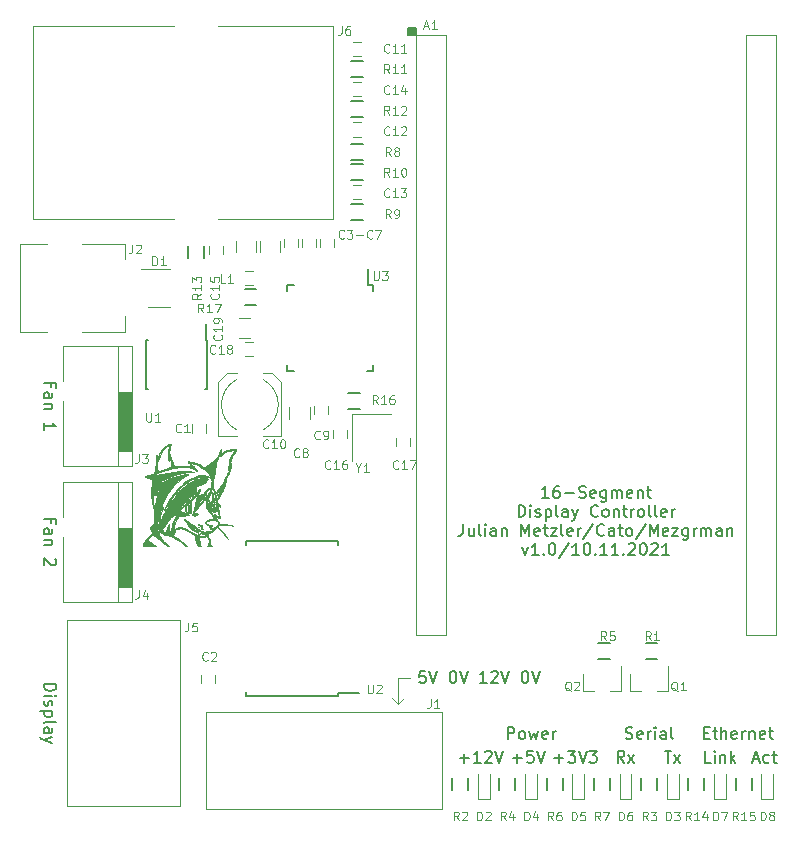
<source format=gbr>
%TF.GenerationSoftware,KiCad,Pcbnew,(5.99.0-10628-ga06f965ffa)*%
%TF.CreationDate,2021-11-10T02:30:53+01:00*%
%TF.ProjectId,16seg_Controller,31367365-675f-4436-9f6e-74726f6c6c65,1.0*%
%TF.SameCoordinates,Original*%
%TF.FileFunction,Legend,Top*%
%TF.FilePolarity,Positive*%
%FSLAX46Y46*%
G04 Gerber Fmt 4.6, Leading zero omitted, Abs format (unit mm)*
G04 Created by KiCad (PCBNEW (5.99.0-10628-ga06f965ffa)) date 2021-11-10 02:30:53*
%MOMM*%
%LPD*%
G01*
G04 APERTURE LIST*
%ADD10C,0.150000*%
%ADD11C,0.120000*%
%ADD12C,0.100000*%
%ADD13C,0.010000*%
G04 APERTURE END LIST*
D10*
X104000000Y-102787380D02*
X103428571Y-102787380D01*
X103714285Y-102787380D02*
X103714285Y-101787380D01*
X103619047Y-101930238D01*
X103523809Y-102025476D01*
X103428571Y-102073095D01*
X104857142Y-101787380D02*
X104666666Y-101787380D01*
X104571428Y-101835000D01*
X104523809Y-101882619D01*
X104428571Y-102025476D01*
X104380952Y-102215952D01*
X104380952Y-102596904D01*
X104428571Y-102692142D01*
X104476190Y-102739761D01*
X104571428Y-102787380D01*
X104761904Y-102787380D01*
X104857142Y-102739761D01*
X104904761Y-102692142D01*
X104952380Y-102596904D01*
X104952380Y-102358809D01*
X104904761Y-102263571D01*
X104857142Y-102215952D01*
X104761904Y-102168333D01*
X104571428Y-102168333D01*
X104476190Y-102215952D01*
X104428571Y-102263571D01*
X104380952Y-102358809D01*
X105380952Y-102406428D02*
X106142857Y-102406428D01*
X106571428Y-102739761D02*
X106714285Y-102787380D01*
X106952380Y-102787380D01*
X107047619Y-102739761D01*
X107095238Y-102692142D01*
X107142857Y-102596904D01*
X107142857Y-102501666D01*
X107095238Y-102406428D01*
X107047619Y-102358809D01*
X106952380Y-102311190D01*
X106761904Y-102263571D01*
X106666666Y-102215952D01*
X106619047Y-102168333D01*
X106571428Y-102073095D01*
X106571428Y-101977857D01*
X106619047Y-101882619D01*
X106666666Y-101835000D01*
X106761904Y-101787380D01*
X107000000Y-101787380D01*
X107142857Y-101835000D01*
X107952380Y-102739761D02*
X107857142Y-102787380D01*
X107666666Y-102787380D01*
X107571428Y-102739761D01*
X107523809Y-102644523D01*
X107523809Y-102263571D01*
X107571428Y-102168333D01*
X107666666Y-102120714D01*
X107857142Y-102120714D01*
X107952380Y-102168333D01*
X108000000Y-102263571D01*
X108000000Y-102358809D01*
X107523809Y-102454047D01*
X108857142Y-102120714D02*
X108857142Y-102930238D01*
X108809523Y-103025476D01*
X108761904Y-103073095D01*
X108666666Y-103120714D01*
X108523809Y-103120714D01*
X108428571Y-103073095D01*
X108857142Y-102739761D02*
X108761904Y-102787380D01*
X108571428Y-102787380D01*
X108476190Y-102739761D01*
X108428571Y-102692142D01*
X108380952Y-102596904D01*
X108380952Y-102311190D01*
X108428571Y-102215952D01*
X108476190Y-102168333D01*
X108571428Y-102120714D01*
X108761904Y-102120714D01*
X108857142Y-102168333D01*
X109333333Y-102787380D02*
X109333333Y-102120714D01*
X109333333Y-102215952D02*
X109380952Y-102168333D01*
X109476190Y-102120714D01*
X109619047Y-102120714D01*
X109714285Y-102168333D01*
X109761904Y-102263571D01*
X109761904Y-102787380D01*
X109761904Y-102263571D02*
X109809523Y-102168333D01*
X109904761Y-102120714D01*
X110047619Y-102120714D01*
X110142857Y-102168333D01*
X110190476Y-102263571D01*
X110190476Y-102787380D01*
X111047619Y-102739761D02*
X110952380Y-102787380D01*
X110761904Y-102787380D01*
X110666666Y-102739761D01*
X110619047Y-102644523D01*
X110619047Y-102263571D01*
X110666666Y-102168333D01*
X110761904Y-102120714D01*
X110952380Y-102120714D01*
X111047619Y-102168333D01*
X111095238Y-102263571D01*
X111095238Y-102358809D01*
X110619047Y-102454047D01*
X111523809Y-102120714D02*
X111523809Y-102787380D01*
X111523809Y-102215952D02*
X111571428Y-102168333D01*
X111666666Y-102120714D01*
X111809523Y-102120714D01*
X111904761Y-102168333D01*
X111952380Y-102263571D01*
X111952380Y-102787380D01*
X112285714Y-102120714D02*
X112666666Y-102120714D01*
X112428571Y-101787380D02*
X112428571Y-102644523D01*
X112476190Y-102739761D01*
X112571428Y-102787380D01*
X112666666Y-102787380D01*
X101452380Y-104397380D02*
X101452380Y-103397380D01*
X101690476Y-103397380D01*
X101833333Y-103445000D01*
X101928571Y-103540238D01*
X101976190Y-103635476D01*
X102023809Y-103825952D01*
X102023809Y-103968809D01*
X101976190Y-104159285D01*
X101928571Y-104254523D01*
X101833333Y-104349761D01*
X101690476Y-104397380D01*
X101452380Y-104397380D01*
X102452380Y-104397380D02*
X102452380Y-103730714D01*
X102452380Y-103397380D02*
X102404761Y-103445000D01*
X102452380Y-103492619D01*
X102500000Y-103445000D01*
X102452380Y-103397380D01*
X102452380Y-103492619D01*
X102880952Y-104349761D02*
X102976190Y-104397380D01*
X103166666Y-104397380D01*
X103261904Y-104349761D01*
X103309523Y-104254523D01*
X103309523Y-104206904D01*
X103261904Y-104111666D01*
X103166666Y-104064047D01*
X103023809Y-104064047D01*
X102928571Y-104016428D01*
X102880952Y-103921190D01*
X102880952Y-103873571D01*
X102928571Y-103778333D01*
X103023809Y-103730714D01*
X103166666Y-103730714D01*
X103261904Y-103778333D01*
X103738095Y-103730714D02*
X103738095Y-104730714D01*
X103738095Y-103778333D02*
X103833333Y-103730714D01*
X104023809Y-103730714D01*
X104119047Y-103778333D01*
X104166666Y-103825952D01*
X104214285Y-103921190D01*
X104214285Y-104206904D01*
X104166666Y-104302142D01*
X104119047Y-104349761D01*
X104023809Y-104397380D01*
X103833333Y-104397380D01*
X103738095Y-104349761D01*
X104785714Y-104397380D02*
X104690476Y-104349761D01*
X104642857Y-104254523D01*
X104642857Y-103397380D01*
X105595238Y-104397380D02*
X105595238Y-103873571D01*
X105547619Y-103778333D01*
X105452380Y-103730714D01*
X105261904Y-103730714D01*
X105166666Y-103778333D01*
X105595238Y-104349761D02*
X105500000Y-104397380D01*
X105261904Y-104397380D01*
X105166666Y-104349761D01*
X105119047Y-104254523D01*
X105119047Y-104159285D01*
X105166666Y-104064047D01*
X105261904Y-104016428D01*
X105500000Y-104016428D01*
X105595238Y-103968809D01*
X105976190Y-103730714D02*
X106214285Y-104397380D01*
X106452380Y-103730714D02*
X106214285Y-104397380D01*
X106119047Y-104635476D01*
X106071428Y-104683095D01*
X105976190Y-104730714D01*
X108166666Y-104302142D02*
X108119047Y-104349761D01*
X107976190Y-104397380D01*
X107880952Y-104397380D01*
X107738095Y-104349761D01*
X107642857Y-104254523D01*
X107595238Y-104159285D01*
X107547619Y-103968809D01*
X107547619Y-103825952D01*
X107595238Y-103635476D01*
X107642857Y-103540238D01*
X107738095Y-103445000D01*
X107880952Y-103397380D01*
X107976190Y-103397380D01*
X108119047Y-103445000D01*
X108166666Y-103492619D01*
X108738095Y-104397380D02*
X108642857Y-104349761D01*
X108595238Y-104302142D01*
X108547619Y-104206904D01*
X108547619Y-103921190D01*
X108595238Y-103825952D01*
X108642857Y-103778333D01*
X108738095Y-103730714D01*
X108880952Y-103730714D01*
X108976190Y-103778333D01*
X109023809Y-103825952D01*
X109071428Y-103921190D01*
X109071428Y-104206904D01*
X109023809Y-104302142D01*
X108976190Y-104349761D01*
X108880952Y-104397380D01*
X108738095Y-104397380D01*
X109500000Y-103730714D02*
X109500000Y-104397380D01*
X109500000Y-103825952D02*
X109547619Y-103778333D01*
X109642857Y-103730714D01*
X109785714Y-103730714D01*
X109880952Y-103778333D01*
X109928571Y-103873571D01*
X109928571Y-104397380D01*
X110261904Y-103730714D02*
X110642857Y-103730714D01*
X110404761Y-103397380D02*
X110404761Y-104254523D01*
X110452380Y-104349761D01*
X110547619Y-104397380D01*
X110642857Y-104397380D01*
X110976190Y-104397380D02*
X110976190Y-103730714D01*
X110976190Y-103921190D02*
X111023809Y-103825952D01*
X111071428Y-103778333D01*
X111166666Y-103730714D01*
X111261904Y-103730714D01*
X111738095Y-104397380D02*
X111642857Y-104349761D01*
X111595238Y-104302142D01*
X111547619Y-104206904D01*
X111547619Y-103921190D01*
X111595238Y-103825952D01*
X111642857Y-103778333D01*
X111738095Y-103730714D01*
X111880952Y-103730714D01*
X111976190Y-103778333D01*
X112023809Y-103825952D01*
X112071428Y-103921190D01*
X112071428Y-104206904D01*
X112023809Y-104302142D01*
X111976190Y-104349761D01*
X111880952Y-104397380D01*
X111738095Y-104397380D01*
X112642857Y-104397380D02*
X112547619Y-104349761D01*
X112500000Y-104254523D01*
X112500000Y-103397380D01*
X113166666Y-104397380D02*
X113071428Y-104349761D01*
X113023809Y-104254523D01*
X113023809Y-103397380D01*
X113928571Y-104349761D02*
X113833333Y-104397380D01*
X113642857Y-104397380D01*
X113547619Y-104349761D01*
X113500000Y-104254523D01*
X113500000Y-103873571D01*
X113547619Y-103778333D01*
X113642857Y-103730714D01*
X113833333Y-103730714D01*
X113928571Y-103778333D01*
X113976190Y-103873571D01*
X113976190Y-103968809D01*
X113500000Y-104064047D01*
X114404761Y-104397380D02*
X114404761Y-103730714D01*
X114404761Y-103921190D02*
X114452380Y-103825952D01*
X114500000Y-103778333D01*
X114595238Y-103730714D01*
X114690476Y-103730714D01*
X96738095Y-105007380D02*
X96738095Y-105721666D01*
X96690476Y-105864523D01*
X96595238Y-105959761D01*
X96452380Y-106007380D01*
X96357142Y-106007380D01*
X97642857Y-105340714D02*
X97642857Y-106007380D01*
X97214285Y-105340714D02*
X97214285Y-105864523D01*
X97261904Y-105959761D01*
X97357142Y-106007380D01*
X97500000Y-106007380D01*
X97595238Y-105959761D01*
X97642857Y-105912142D01*
X98261904Y-106007380D02*
X98166666Y-105959761D01*
X98119047Y-105864523D01*
X98119047Y-105007380D01*
X98642857Y-106007380D02*
X98642857Y-105340714D01*
X98642857Y-105007380D02*
X98595238Y-105055000D01*
X98642857Y-105102619D01*
X98690476Y-105055000D01*
X98642857Y-105007380D01*
X98642857Y-105102619D01*
X99547619Y-106007380D02*
X99547619Y-105483571D01*
X99500000Y-105388333D01*
X99404761Y-105340714D01*
X99214285Y-105340714D01*
X99119047Y-105388333D01*
X99547619Y-105959761D02*
X99452380Y-106007380D01*
X99214285Y-106007380D01*
X99119047Y-105959761D01*
X99071428Y-105864523D01*
X99071428Y-105769285D01*
X99119047Y-105674047D01*
X99214285Y-105626428D01*
X99452380Y-105626428D01*
X99547619Y-105578809D01*
X100023809Y-105340714D02*
X100023809Y-106007380D01*
X100023809Y-105435952D02*
X100071428Y-105388333D01*
X100166666Y-105340714D01*
X100309523Y-105340714D01*
X100404761Y-105388333D01*
X100452380Y-105483571D01*
X100452380Y-106007380D01*
X101690476Y-106007380D02*
X101690476Y-105007380D01*
X102023809Y-105721666D01*
X102357142Y-105007380D01*
X102357142Y-106007380D01*
X103214285Y-105959761D02*
X103119047Y-106007380D01*
X102928571Y-106007380D01*
X102833333Y-105959761D01*
X102785714Y-105864523D01*
X102785714Y-105483571D01*
X102833333Y-105388333D01*
X102928571Y-105340714D01*
X103119047Y-105340714D01*
X103214285Y-105388333D01*
X103261904Y-105483571D01*
X103261904Y-105578809D01*
X102785714Y-105674047D01*
X103547619Y-105340714D02*
X103928571Y-105340714D01*
X103690476Y-105007380D02*
X103690476Y-105864523D01*
X103738095Y-105959761D01*
X103833333Y-106007380D01*
X103928571Y-106007380D01*
X104166666Y-105340714D02*
X104690476Y-105340714D01*
X104166666Y-106007380D01*
X104690476Y-106007380D01*
X105214285Y-106007380D02*
X105119047Y-105959761D01*
X105071428Y-105864523D01*
X105071428Y-105007380D01*
X105976190Y-105959761D02*
X105880952Y-106007380D01*
X105690476Y-106007380D01*
X105595238Y-105959761D01*
X105547619Y-105864523D01*
X105547619Y-105483571D01*
X105595238Y-105388333D01*
X105690476Y-105340714D01*
X105880952Y-105340714D01*
X105976190Y-105388333D01*
X106023809Y-105483571D01*
X106023809Y-105578809D01*
X105547619Y-105674047D01*
X106452380Y-106007380D02*
X106452380Y-105340714D01*
X106452380Y-105531190D02*
X106500000Y-105435952D01*
X106547619Y-105388333D01*
X106642857Y-105340714D01*
X106738095Y-105340714D01*
X107785714Y-104959761D02*
X106928571Y-106245476D01*
X108690476Y-105912142D02*
X108642857Y-105959761D01*
X108500000Y-106007380D01*
X108404761Y-106007380D01*
X108261904Y-105959761D01*
X108166666Y-105864523D01*
X108119047Y-105769285D01*
X108071428Y-105578809D01*
X108071428Y-105435952D01*
X108119047Y-105245476D01*
X108166666Y-105150238D01*
X108261904Y-105055000D01*
X108404761Y-105007380D01*
X108500000Y-105007380D01*
X108642857Y-105055000D01*
X108690476Y-105102619D01*
X109547619Y-106007380D02*
X109547619Y-105483571D01*
X109500000Y-105388333D01*
X109404761Y-105340714D01*
X109214285Y-105340714D01*
X109119047Y-105388333D01*
X109547619Y-105959761D02*
X109452380Y-106007380D01*
X109214285Y-106007380D01*
X109119047Y-105959761D01*
X109071428Y-105864523D01*
X109071428Y-105769285D01*
X109119047Y-105674047D01*
X109214285Y-105626428D01*
X109452380Y-105626428D01*
X109547619Y-105578809D01*
X109880952Y-105340714D02*
X110261904Y-105340714D01*
X110023809Y-105007380D02*
X110023809Y-105864523D01*
X110071428Y-105959761D01*
X110166666Y-106007380D01*
X110261904Y-106007380D01*
X110738095Y-106007380D02*
X110642857Y-105959761D01*
X110595238Y-105912142D01*
X110547619Y-105816904D01*
X110547619Y-105531190D01*
X110595238Y-105435952D01*
X110642857Y-105388333D01*
X110738095Y-105340714D01*
X110880952Y-105340714D01*
X110976190Y-105388333D01*
X111023809Y-105435952D01*
X111071428Y-105531190D01*
X111071428Y-105816904D01*
X111023809Y-105912142D01*
X110976190Y-105959761D01*
X110880952Y-106007380D01*
X110738095Y-106007380D01*
X112214285Y-104959761D02*
X111357142Y-106245476D01*
X112547619Y-106007380D02*
X112547619Y-105007380D01*
X112880952Y-105721666D01*
X113214285Y-105007380D01*
X113214285Y-106007380D01*
X114071428Y-105959761D02*
X113976190Y-106007380D01*
X113785714Y-106007380D01*
X113690476Y-105959761D01*
X113642857Y-105864523D01*
X113642857Y-105483571D01*
X113690476Y-105388333D01*
X113785714Y-105340714D01*
X113976190Y-105340714D01*
X114071428Y-105388333D01*
X114119047Y-105483571D01*
X114119047Y-105578809D01*
X113642857Y-105674047D01*
X114452380Y-105340714D02*
X114976190Y-105340714D01*
X114452380Y-106007380D01*
X114976190Y-106007380D01*
X115785714Y-105340714D02*
X115785714Y-106150238D01*
X115738095Y-106245476D01*
X115690476Y-106293095D01*
X115595238Y-106340714D01*
X115452380Y-106340714D01*
X115357142Y-106293095D01*
X115785714Y-105959761D02*
X115690476Y-106007380D01*
X115500000Y-106007380D01*
X115404761Y-105959761D01*
X115357142Y-105912142D01*
X115309523Y-105816904D01*
X115309523Y-105531190D01*
X115357142Y-105435952D01*
X115404761Y-105388333D01*
X115500000Y-105340714D01*
X115690476Y-105340714D01*
X115785714Y-105388333D01*
X116261904Y-106007380D02*
X116261904Y-105340714D01*
X116261904Y-105531190D02*
X116309523Y-105435952D01*
X116357142Y-105388333D01*
X116452380Y-105340714D01*
X116547619Y-105340714D01*
X116880952Y-106007380D02*
X116880952Y-105340714D01*
X116880952Y-105435952D02*
X116928571Y-105388333D01*
X117023809Y-105340714D01*
X117166666Y-105340714D01*
X117261904Y-105388333D01*
X117309523Y-105483571D01*
X117309523Y-106007380D01*
X117309523Y-105483571D02*
X117357142Y-105388333D01*
X117452380Y-105340714D01*
X117595238Y-105340714D01*
X117690476Y-105388333D01*
X117738095Y-105483571D01*
X117738095Y-106007380D01*
X118642857Y-106007380D02*
X118642857Y-105483571D01*
X118595238Y-105388333D01*
X118500000Y-105340714D01*
X118309523Y-105340714D01*
X118214285Y-105388333D01*
X118642857Y-105959761D02*
X118547619Y-106007380D01*
X118309523Y-106007380D01*
X118214285Y-105959761D01*
X118166666Y-105864523D01*
X118166666Y-105769285D01*
X118214285Y-105674047D01*
X118309523Y-105626428D01*
X118547619Y-105626428D01*
X118642857Y-105578809D01*
X119119047Y-105340714D02*
X119119047Y-106007380D01*
X119119047Y-105435952D02*
X119166666Y-105388333D01*
X119261904Y-105340714D01*
X119404761Y-105340714D01*
X119500000Y-105388333D01*
X119547619Y-105483571D01*
X119547619Y-106007380D01*
X101761904Y-106950714D02*
X102000000Y-107617380D01*
X102238095Y-106950714D01*
X103142857Y-107617380D02*
X102571428Y-107617380D01*
X102857142Y-107617380D02*
X102857142Y-106617380D01*
X102761904Y-106760238D01*
X102666666Y-106855476D01*
X102571428Y-106903095D01*
X103571428Y-107522142D02*
X103619047Y-107569761D01*
X103571428Y-107617380D01*
X103523809Y-107569761D01*
X103571428Y-107522142D01*
X103571428Y-107617380D01*
X104238095Y-106617380D02*
X104333333Y-106617380D01*
X104428571Y-106665000D01*
X104476190Y-106712619D01*
X104523809Y-106807857D01*
X104571428Y-106998333D01*
X104571428Y-107236428D01*
X104523809Y-107426904D01*
X104476190Y-107522142D01*
X104428571Y-107569761D01*
X104333333Y-107617380D01*
X104238095Y-107617380D01*
X104142857Y-107569761D01*
X104095238Y-107522142D01*
X104047619Y-107426904D01*
X104000000Y-107236428D01*
X104000000Y-106998333D01*
X104047619Y-106807857D01*
X104095238Y-106712619D01*
X104142857Y-106665000D01*
X104238095Y-106617380D01*
X105714285Y-106569761D02*
X104857142Y-107855476D01*
X106571428Y-107617380D02*
X106000000Y-107617380D01*
X106285714Y-107617380D02*
X106285714Y-106617380D01*
X106190476Y-106760238D01*
X106095238Y-106855476D01*
X106000000Y-106903095D01*
X107190476Y-106617380D02*
X107285714Y-106617380D01*
X107380952Y-106665000D01*
X107428571Y-106712619D01*
X107476190Y-106807857D01*
X107523809Y-106998333D01*
X107523809Y-107236428D01*
X107476190Y-107426904D01*
X107428571Y-107522142D01*
X107380952Y-107569761D01*
X107285714Y-107617380D01*
X107190476Y-107617380D01*
X107095238Y-107569761D01*
X107047619Y-107522142D01*
X107000000Y-107426904D01*
X106952380Y-107236428D01*
X106952380Y-106998333D01*
X107000000Y-106807857D01*
X107047619Y-106712619D01*
X107095238Y-106665000D01*
X107190476Y-106617380D01*
X107952380Y-107522142D02*
X108000000Y-107569761D01*
X107952380Y-107617380D01*
X107904761Y-107569761D01*
X107952380Y-107522142D01*
X107952380Y-107617380D01*
X108952380Y-107617380D02*
X108380952Y-107617380D01*
X108666666Y-107617380D02*
X108666666Y-106617380D01*
X108571428Y-106760238D01*
X108476190Y-106855476D01*
X108380952Y-106903095D01*
X109904761Y-107617380D02*
X109333333Y-107617380D01*
X109619047Y-107617380D02*
X109619047Y-106617380D01*
X109523809Y-106760238D01*
X109428571Y-106855476D01*
X109333333Y-106903095D01*
X110333333Y-107522142D02*
X110380952Y-107569761D01*
X110333333Y-107617380D01*
X110285714Y-107569761D01*
X110333333Y-107522142D01*
X110333333Y-107617380D01*
X110761904Y-106712619D02*
X110809523Y-106665000D01*
X110904761Y-106617380D01*
X111142857Y-106617380D01*
X111238095Y-106665000D01*
X111285714Y-106712619D01*
X111333333Y-106807857D01*
X111333333Y-106903095D01*
X111285714Y-107045952D01*
X110714285Y-107617380D01*
X111333333Y-107617380D01*
X111952380Y-106617380D02*
X112047619Y-106617380D01*
X112142857Y-106665000D01*
X112190476Y-106712619D01*
X112238095Y-106807857D01*
X112285714Y-106998333D01*
X112285714Y-107236428D01*
X112238095Y-107426904D01*
X112190476Y-107522142D01*
X112142857Y-107569761D01*
X112047619Y-107617380D01*
X111952380Y-107617380D01*
X111857142Y-107569761D01*
X111809523Y-107522142D01*
X111761904Y-107426904D01*
X111714285Y-107236428D01*
X111714285Y-106998333D01*
X111761904Y-106807857D01*
X111809523Y-106712619D01*
X111857142Y-106665000D01*
X111952380Y-106617380D01*
X112666666Y-106712619D02*
X112714285Y-106665000D01*
X112809523Y-106617380D01*
X113047619Y-106617380D01*
X113142857Y-106665000D01*
X113190476Y-106712619D01*
X113238095Y-106807857D01*
X113238095Y-106903095D01*
X113190476Y-107045952D01*
X112619047Y-107617380D01*
X113238095Y-107617380D01*
X114190476Y-107617380D02*
X113619047Y-107617380D01*
X113904761Y-107617380D02*
X113904761Y-106617380D01*
X113809523Y-106760238D01*
X113714285Y-106855476D01*
X113619047Y-106903095D01*
D11*
X91250000Y-120250000D02*
X91750000Y-119750000D01*
X91250000Y-120250000D02*
X90750000Y-119750000D01*
X91250000Y-118000000D02*
X91250000Y-120250000D01*
X92250000Y-118000000D02*
X91250000Y-118000000D01*
D10*
X93561785Y-117452380D02*
X93085595Y-117452380D01*
X93037976Y-117928571D01*
X93085595Y-117880952D01*
X93180833Y-117833333D01*
X93418928Y-117833333D01*
X93514166Y-117880952D01*
X93561785Y-117928571D01*
X93609404Y-118023809D01*
X93609404Y-118261904D01*
X93561785Y-118357142D01*
X93514166Y-118404761D01*
X93418928Y-118452380D01*
X93180833Y-118452380D01*
X93085595Y-118404761D01*
X93037976Y-118357142D01*
X93895119Y-117452380D02*
X94228452Y-118452380D01*
X94561785Y-117452380D01*
X95847500Y-117452380D02*
X95942738Y-117452380D01*
X96037976Y-117500000D01*
X96085595Y-117547619D01*
X96133214Y-117642857D01*
X96180833Y-117833333D01*
X96180833Y-118071428D01*
X96133214Y-118261904D01*
X96085595Y-118357142D01*
X96037976Y-118404761D01*
X95942738Y-118452380D01*
X95847500Y-118452380D01*
X95752261Y-118404761D01*
X95704642Y-118357142D01*
X95657023Y-118261904D01*
X95609404Y-118071428D01*
X95609404Y-117833333D01*
X95657023Y-117642857D01*
X95704642Y-117547619D01*
X95752261Y-117500000D01*
X95847500Y-117452380D01*
X96466547Y-117452380D02*
X96799880Y-118452380D01*
X97133214Y-117452380D01*
X98752261Y-118452380D02*
X98180833Y-118452380D01*
X98466547Y-118452380D02*
X98466547Y-117452380D01*
X98371309Y-117595238D01*
X98276071Y-117690476D01*
X98180833Y-117738095D01*
X99133214Y-117547619D02*
X99180833Y-117500000D01*
X99276071Y-117452380D01*
X99514166Y-117452380D01*
X99609404Y-117500000D01*
X99657023Y-117547619D01*
X99704642Y-117642857D01*
X99704642Y-117738095D01*
X99657023Y-117880952D01*
X99085595Y-118452380D01*
X99704642Y-118452380D01*
X99990357Y-117452380D02*
X100323690Y-118452380D01*
X100657023Y-117452380D01*
X101942738Y-117452380D02*
X102037976Y-117452380D01*
X102133214Y-117500000D01*
X102180833Y-117547619D01*
X102228452Y-117642857D01*
X102276071Y-117833333D01*
X102276071Y-118071428D01*
X102228452Y-118261904D01*
X102180833Y-118357142D01*
X102133214Y-118404761D01*
X102037976Y-118452380D01*
X101942738Y-118452380D01*
X101847500Y-118404761D01*
X101799880Y-118357142D01*
X101752261Y-118261904D01*
X101704642Y-118071428D01*
X101704642Y-117833333D01*
X101752261Y-117642857D01*
X101799880Y-117547619D01*
X101847500Y-117500000D01*
X101942738Y-117452380D01*
X102561785Y-117452380D02*
X102895119Y-118452380D01*
X103228452Y-117452380D01*
X61297619Y-118547619D02*
X62297619Y-118547619D01*
X62297619Y-118785714D01*
X62250000Y-118928571D01*
X62154761Y-119023809D01*
X62059523Y-119071428D01*
X61869047Y-119119047D01*
X61726190Y-119119047D01*
X61535714Y-119071428D01*
X61440476Y-119023809D01*
X61345238Y-118928571D01*
X61297619Y-118785714D01*
X61297619Y-118547619D01*
X61297619Y-119547619D02*
X61964285Y-119547619D01*
X62297619Y-119547619D02*
X62250000Y-119500000D01*
X62202380Y-119547619D01*
X62250000Y-119595238D01*
X62297619Y-119547619D01*
X62202380Y-119547619D01*
X61345238Y-119976190D02*
X61297619Y-120071428D01*
X61297619Y-120261904D01*
X61345238Y-120357142D01*
X61440476Y-120404761D01*
X61488095Y-120404761D01*
X61583333Y-120357142D01*
X61630952Y-120261904D01*
X61630952Y-120119047D01*
X61678571Y-120023809D01*
X61773809Y-119976190D01*
X61821428Y-119976190D01*
X61916666Y-120023809D01*
X61964285Y-120119047D01*
X61964285Y-120261904D01*
X61916666Y-120357142D01*
X61964285Y-120833333D02*
X60964285Y-120833333D01*
X61916666Y-120833333D02*
X61964285Y-120928571D01*
X61964285Y-121119047D01*
X61916666Y-121214285D01*
X61869047Y-121261904D01*
X61773809Y-121309523D01*
X61488095Y-121309523D01*
X61392857Y-121261904D01*
X61345238Y-121214285D01*
X61297619Y-121119047D01*
X61297619Y-120928571D01*
X61345238Y-120833333D01*
X61297619Y-121880952D02*
X61345238Y-121785714D01*
X61440476Y-121738095D01*
X62297619Y-121738095D01*
X61297619Y-122690476D02*
X61821428Y-122690476D01*
X61916666Y-122642857D01*
X61964285Y-122547619D01*
X61964285Y-122357142D01*
X61916666Y-122261904D01*
X61345238Y-122690476D02*
X61297619Y-122595238D01*
X61297619Y-122357142D01*
X61345238Y-122261904D01*
X61440476Y-122214285D01*
X61535714Y-122214285D01*
X61630952Y-122261904D01*
X61678571Y-122357142D01*
X61678571Y-122595238D01*
X61726190Y-122690476D01*
X61964285Y-123071428D02*
X61297619Y-123309523D01*
X61964285Y-123547619D02*
X61297619Y-123309523D01*
X61059523Y-123214285D01*
X61011904Y-123166666D01*
X60964285Y-123071428D01*
X61821428Y-104880952D02*
X61821428Y-104547619D01*
X61297619Y-104547619D02*
X62297619Y-104547619D01*
X62297619Y-105023809D01*
X61297619Y-105833333D02*
X61821428Y-105833333D01*
X61916666Y-105785714D01*
X61964285Y-105690476D01*
X61964285Y-105500000D01*
X61916666Y-105404761D01*
X61345238Y-105833333D02*
X61297619Y-105738095D01*
X61297619Y-105500000D01*
X61345238Y-105404761D01*
X61440476Y-105357142D01*
X61535714Y-105357142D01*
X61630952Y-105404761D01*
X61678571Y-105500000D01*
X61678571Y-105738095D01*
X61726190Y-105833333D01*
X61964285Y-106309523D02*
X61297619Y-106309523D01*
X61869047Y-106309523D02*
X61916666Y-106357142D01*
X61964285Y-106452380D01*
X61964285Y-106595238D01*
X61916666Y-106690476D01*
X61821428Y-106738095D01*
X61297619Y-106738095D01*
X62202380Y-107928571D02*
X62250000Y-107976190D01*
X62297619Y-108071428D01*
X62297619Y-108309523D01*
X62250000Y-108404761D01*
X62202380Y-108452380D01*
X62107142Y-108500000D01*
X62011904Y-108500000D01*
X61869047Y-108452380D01*
X61297619Y-107880952D01*
X61297619Y-108500000D01*
X61821428Y-93380952D02*
X61821428Y-93047619D01*
X61297619Y-93047619D02*
X62297619Y-93047619D01*
X62297619Y-93523809D01*
X61297619Y-94333333D02*
X61821428Y-94333333D01*
X61916666Y-94285714D01*
X61964285Y-94190476D01*
X61964285Y-94000000D01*
X61916666Y-93904761D01*
X61345238Y-94333333D02*
X61297619Y-94238095D01*
X61297619Y-94000000D01*
X61345238Y-93904761D01*
X61440476Y-93857142D01*
X61535714Y-93857142D01*
X61630952Y-93904761D01*
X61678571Y-94000000D01*
X61678571Y-94238095D01*
X61726190Y-94333333D01*
X61964285Y-94809523D02*
X61297619Y-94809523D01*
X61869047Y-94809523D02*
X61916666Y-94857142D01*
X61964285Y-94952380D01*
X61964285Y-95095238D01*
X61916666Y-95190476D01*
X61821428Y-95238095D01*
X61297619Y-95238095D01*
X61297619Y-97000000D02*
X61297619Y-96428571D01*
X61297619Y-96714285D02*
X62297619Y-96714285D01*
X62154761Y-96619047D01*
X62059523Y-96523809D01*
X62011904Y-96428571D01*
X100523809Y-123202380D02*
X100523809Y-122202380D01*
X100904761Y-122202380D01*
X101000000Y-122250000D01*
X101047619Y-122297619D01*
X101095238Y-122392857D01*
X101095238Y-122535714D01*
X101047619Y-122630952D01*
X101000000Y-122678571D01*
X100904761Y-122726190D01*
X100523809Y-122726190D01*
X101666666Y-123202380D02*
X101571428Y-123154761D01*
X101523809Y-123107142D01*
X101476190Y-123011904D01*
X101476190Y-122726190D01*
X101523809Y-122630952D01*
X101571428Y-122583333D01*
X101666666Y-122535714D01*
X101809523Y-122535714D01*
X101904761Y-122583333D01*
X101952380Y-122630952D01*
X102000000Y-122726190D01*
X102000000Y-123011904D01*
X101952380Y-123107142D01*
X101904761Y-123154761D01*
X101809523Y-123202380D01*
X101666666Y-123202380D01*
X102333333Y-122535714D02*
X102523809Y-123202380D01*
X102714285Y-122726190D01*
X102904761Y-123202380D01*
X103095238Y-122535714D01*
X103857142Y-123154761D02*
X103761904Y-123202380D01*
X103571428Y-123202380D01*
X103476190Y-123154761D01*
X103428571Y-123059523D01*
X103428571Y-122678571D01*
X103476190Y-122583333D01*
X103571428Y-122535714D01*
X103761904Y-122535714D01*
X103857142Y-122583333D01*
X103904761Y-122678571D01*
X103904761Y-122773809D01*
X103428571Y-122869047D01*
X104333333Y-123202380D02*
X104333333Y-122535714D01*
X104333333Y-122726190D02*
X104380952Y-122630952D01*
X104428571Y-122583333D01*
X104523809Y-122535714D01*
X104619047Y-122535714D01*
X110523809Y-123154761D02*
X110666666Y-123202380D01*
X110904761Y-123202380D01*
X111000000Y-123154761D01*
X111047619Y-123107142D01*
X111095238Y-123011904D01*
X111095238Y-122916666D01*
X111047619Y-122821428D01*
X111000000Y-122773809D01*
X110904761Y-122726190D01*
X110714285Y-122678571D01*
X110619047Y-122630952D01*
X110571428Y-122583333D01*
X110523809Y-122488095D01*
X110523809Y-122392857D01*
X110571428Y-122297619D01*
X110619047Y-122250000D01*
X110714285Y-122202380D01*
X110952380Y-122202380D01*
X111095238Y-122250000D01*
X111904761Y-123154761D02*
X111809523Y-123202380D01*
X111619047Y-123202380D01*
X111523809Y-123154761D01*
X111476190Y-123059523D01*
X111476190Y-122678571D01*
X111523809Y-122583333D01*
X111619047Y-122535714D01*
X111809523Y-122535714D01*
X111904761Y-122583333D01*
X111952380Y-122678571D01*
X111952380Y-122773809D01*
X111476190Y-122869047D01*
X112380952Y-123202380D02*
X112380952Y-122535714D01*
X112380952Y-122726190D02*
X112428571Y-122630952D01*
X112476190Y-122583333D01*
X112571428Y-122535714D01*
X112666666Y-122535714D01*
X113000000Y-123202380D02*
X113000000Y-122535714D01*
X113000000Y-122202380D02*
X112952380Y-122250000D01*
X113000000Y-122297619D01*
X113047619Y-122250000D01*
X113000000Y-122202380D01*
X113000000Y-122297619D01*
X113904761Y-123202380D02*
X113904761Y-122678571D01*
X113857142Y-122583333D01*
X113761904Y-122535714D01*
X113571428Y-122535714D01*
X113476190Y-122583333D01*
X113904761Y-123154761D02*
X113809523Y-123202380D01*
X113571428Y-123202380D01*
X113476190Y-123154761D01*
X113428571Y-123059523D01*
X113428571Y-122964285D01*
X113476190Y-122869047D01*
X113571428Y-122821428D01*
X113809523Y-122821428D01*
X113904761Y-122773809D01*
X114523809Y-123202380D02*
X114428571Y-123154761D01*
X114380952Y-123059523D01*
X114380952Y-122202380D01*
X117142857Y-122678571D02*
X117476190Y-122678571D01*
X117619047Y-123202380D02*
X117142857Y-123202380D01*
X117142857Y-122202380D01*
X117619047Y-122202380D01*
X117904761Y-122535714D02*
X118285714Y-122535714D01*
X118047619Y-122202380D02*
X118047619Y-123059523D01*
X118095238Y-123154761D01*
X118190476Y-123202380D01*
X118285714Y-123202380D01*
X118619047Y-123202380D02*
X118619047Y-122202380D01*
X119047619Y-123202380D02*
X119047619Y-122678571D01*
X119000000Y-122583333D01*
X118904761Y-122535714D01*
X118761904Y-122535714D01*
X118666666Y-122583333D01*
X118619047Y-122630952D01*
X119904761Y-123154761D02*
X119809523Y-123202380D01*
X119619047Y-123202380D01*
X119523809Y-123154761D01*
X119476190Y-123059523D01*
X119476190Y-122678571D01*
X119523809Y-122583333D01*
X119619047Y-122535714D01*
X119809523Y-122535714D01*
X119904761Y-122583333D01*
X119952380Y-122678571D01*
X119952380Y-122773809D01*
X119476190Y-122869047D01*
X120380952Y-123202380D02*
X120380952Y-122535714D01*
X120380952Y-122726190D02*
X120428571Y-122630952D01*
X120476190Y-122583333D01*
X120571428Y-122535714D01*
X120666666Y-122535714D01*
X121000000Y-122535714D02*
X121000000Y-123202380D01*
X121000000Y-122630952D02*
X121047619Y-122583333D01*
X121142857Y-122535714D01*
X121285714Y-122535714D01*
X121380952Y-122583333D01*
X121428571Y-122678571D01*
X121428571Y-123202380D01*
X122285714Y-123154761D02*
X122190476Y-123202380D01*
X122000000Y-123202380D01*
X121904761Y-123154761D01*
X121857142Y-123059523D01*
X121857142Y-122678571D01*
X121904761Y-122583333D01*
X122000000Y-122535714D01*
X122190476Y-122535714D01*
X122285714Y-122583333D01*
X122333333Y-122678571D01*
X122333333Y-122773809D01*
X121857142Y-122869047D01*
X122619047Y-122535714D02*
X123000000Y-122535714D01*
X122761904Y-122202380D02*
X122761904Y-123059523D01*
X122809523Y-123154761D01*
X122904761Y-123202380D01*
X123000000Y-123202380D01*
X96488095Y-124821428D02*
X97250000Y-124821428D01*
X96869047Y-125202380D02*
X96869047Y-124440476D01*
X98250000Y-125202380D02*
X97678571Y-125202380D01*
X97964285Y-125202380D02*
X97964285Y-124202380D01*
X97869047Y-124345238D01*
X97773809Y-124440476D01*
X97678571Y-124488095D01*
X98630952Y-124297619D02*
X98678571Y-124250000D01*
X98773809Y-124202380D01*
X99011904Y-124202380D01*
X99107142Y-124250000D01*
X99154761Y-124297619D01*
X99202380Y-124392857D01*
X99202380Y-124488095D01*
X99154761Y-124630952D01*
X98583333Y-125202380D01*
X99202380Y-125202380D01*
X99488095Y-124202380D02*
X99821428Y-125202380D01*
X100154761Y-124202380D01*
X100964285Y-124821428D02*
X101726190Y-124821428D01*
X101345238Y-125202380D02*
X101345238Y-124440476D01*
X102678571Y-124202380D02*
X102202380Y-124202380D01*
X102154761Y-124678571D01*
X102202380Y-124630952D01*
X102297619Y-124583333D01*
X102535714Y-124583333D01*
X102630952Y-124630952D01*
X102678571Y-124678571D01*
X102726190Y-124773809D01*
X102726190Y-125011904D01*
X102678571Y-125107142D01*
X102630952Y-125154761D01*
X102535714Y-125202380D01*
X102297619Y-125202380D01*
X102202380Y-125154761D01*
X102154761Y-125107142D01*
X103011904Y-124202380D02*
X103345238Y-125202380D01*
X103678571Y-124202380D01*
X104488095Y-124821428D02*
X105250000Y-124821428D01*
X104869047Y-125202380D02*
X104869047Y-124440476D01*
X105630952Y-124202380D02*
X106250000Y-124202380D01*
X105916666Y-124583333D01*
X106059523Y-124583333D01*
X106154761Y-124630952D01*
X106202380Y-124678571D01*
X106250000Y-124773809D01*
X106250000Y-125011904D01*
X106202380Y-125107142D01*
X106154761Y-125154761D01*
X106059523Y-125202380D01*
X105773809Y-125202380D01*
X105678571Y-125154761D01*
X105630952Y-125107142D01*
X106535714Y-124202380D02*
X106869047Y-125202380D01*
X107202380Y-124202380D01*
X107440476Y-124202380D02*
X108059523Y-124202380D01*
X107726190Y-124583333D01*
X107869047Y-124583333D01*
X107964285Y-124630952D01*
X108011904Y-124678571D01*
X108059523Y-124773809D01*
X108059523Y-125011904D01*
X108011904Y-125107142D01*
X107964285Y-125154761D01*
X107869047Y-125202380D01*
X107583333Y-125202380D01*
X107488095Y-125154761D01*
X107440476Y-125107142D01*
X110404761Y-125202380D02*
X110071428Y-124726190D01*
X109833333Y-125202380D02*
X109833333Y-124202380D01*
X110214285Y-124202380D01*
X110309523Y-124250000D01*
X110357142Y-124297619D01*
X110404761Y-124392857D01*
X110404761Y-124535714D01*
X110357142Y-124630952D01*
X110309523Y-124678571D01*
X110214285Y-124726190D01*
X109833333Y-124726190D01*
X110738095Y-125202380D02*
X111261904Y-124535714D01*
X110738095Y-124535714D02*
X111261904Y-125202380D01*
X113809523Y-124202380D02*
X114380952Y-124202380D01*
X114095238Y-125202380D02*
X114095238Y-124202380D01*
X114619047Y-125202380D02*
X115142857Y-124535714D01*
X114619047Y-124535714D02*
X115142857Y-125202380D01*
X121297619Y-124916666D02*
X121773809Y-124916666D01*
X121202380Y-125202380D02*
X121535714Y-124202380D01*
X121869047Y-125202380D01*
X122630952Y-125154761D02*
X122535714Y-125202380D01*
X122345238Y-125202380D01*
X122250000Y-125154761D01*
X122202380Y-125107142D01*
X122154761Y-125011904D01*
X122154761Y-124726190D01*
X122202380Y-124630952D01*
X122250000Y-124583333D01*
X122345238Y-124535714D01*
X122535714Y-124535714D01*
X122630952Y-124583333D01*
X122916666Y-124535714D02*
X123297619Y-124535714D01*
X123059523Y-124202380D02*
X123059523Y-125059523D01*
X123107142Y-125154761D01*
X123202380Y-125202380D01*
X123297619Y-125202380D01*
X117714285Y-125202380D02*
X117238095Y-125202380D01*
X117238095Y-124202380D01*
X118047619Y-125202380D02*
X118047619Y-124535714D01*
X118047619Y-124202380D02*
X118000000Y-124250000D01*
X118047619Y-124297619D01*
X118095238Y-124250000D01*
X118047619Y-124202380D01*
X118047619Y-124297619D01*
X118523809Y-124535714D02*
X118523809Y-125202380D01*
X118523809Y-124630952D02*
X118571428Y-124583333D01*
X118666666Y-124535714D01*
X118809523Y-124535714D01*
X118904761Y-124583333D01*
X118952380Y-124678571D01*
X118952380Y-125202380D01*
X119428571Y-125202380D02*
X119428571Y-124202380D01*
X119523809Y-124821428D02*
X119809523Y-125202380D01*
X119809523Y-124535714D02*
X119428571Y-124916666D01*
D12*
X86672142Y-80767857D02*
X86636428Y-80803571D01*
X86529285Y-80839285D01*
X86457857Y-80839285D01*
X86350714Y-80803571D01*
X86279285Y-80732142D01*
X86243571Y-80660714D01*
X86207857Y-80517857D01*
X86207857Y-80410714D01*
X86243571Y-80267857D01*
X86279285Y-80196428D01*
X86350714Y-80125000D01*
X86457857Y-80089285D01*
X86529285Y-80089285D01*
X86636428Y-80125000D01*
X86672142Y-80160714D01*
X86922142Y-80089285D02*
X87386428Y-80089285D01*
X87136428Y-80375000D01*
X87243571Y-80375000D01*
X87315000Y-80410714D01*
X87350714Y-80446428D01*
X87386428Y-80517857D01*
X87386428Y-80696428D01*
X87350714Y-80767857D01*
X87315000Y-80803571D01*
X87243571Y-80839285D01*
X87029285Y-80839285D01*
X86957857Y-80803571D01*
X86922142Y-80767857D01*
X87707857Y-80553571D02*
X88279285Y-80553571D01*
X89065000Y-80767857D02*
X89029285Y-80803571D01*
X88922142Y-80839285D01*
X88850714Y-80839285D01*
X88743571Y-80803571D01*
X88672142Y-80732142D01*
X88636428Y-80660714D01*
X88600714Y-80517857D01*
X88600714Y-80410714D01*
X88636428Y-80267857D01*
X88672142Y-80196428D01*
X88743571Y-80125000D01*
X88850714Y-80089285D01*
X88922142Y-80089285D01*
X89029285Y-80125000D01*
X89065000Y-80160714D01*
X89315000Y-80089285D02*
X89815000Y-80089285D01*
X89493571Y-80839285D01*
%TO.C,R11*%
X90517857Y-66839285D02*
X90267857Y-66482142D01*
X90089285Y-66839285D02*
X90089285Y-66089285D01*
X90375000Y-66089285D01*
X90446428Y-66125000D01*
X90482142Y-66160714D01*
X90517857Y-66232142D01*
X90517857Y-66339285D01*
X90482142Y-66410714D01*
X90446428Y-66446428D01*
X90375000Y-66482142D01*
X90089285Y-66482142D01*
X91232142Y-66839285D02*
X90803571Y-66839285D01*
X91017857Y-66839285D02*
X91017857Y-66089285D01*
X90946428Y-66196428D01*
X90875000Y-66267857D01*
X90803571Y-66303571D01*
X91946428Y-66839285D02*
X91517857Y-66839285D01*
X91732142Y-66839285D02*
X91732142Y-66089285D01*
X91660714Y-66196428D01*
X91589285Y-66267857D01*
X91517857Y-66303571D01*
%TO.C,Q2*%
X105928571Y-119160714D02*
X105857142Y-119125000D01*
X105785714Y-119053571D01*
X105678571Y-118946428D01*
X105607142Y-118910714D01*
X105535714Y-118910714D01*
X105571428Y-119089285D02*
X105500000Y-119053571D01*
X105428571Y-118982142D01*
X105392857Y-118839285D01*
X105392857Y-118589285D01*
X105428571Y-118446428D01*
X105500000Y-118375000D01*
X105571428Y-118339285D01*
X105714285Y-118339285D01*
X105785714Y-118375000D01*
X105857142Y-118446428D01*
X105892857Y-118589285D01*
X105892857Y-118839285D01*
X105857142Y-118982142D01*
X105785714Y-119053571D01*
X105714285Y-119089285D01*
X105571428Y-119089285D01*
X106178571Y-118410714D02*
X106214285Y-118375000D01*
X106285714Y-118339285D01*
X106464285Y-118339285D01*
X106535714Y-118375000D01*
X106571428Y-118410714D01*
X106607142Y-118482142D01*
X106607142Y-118553571D01*
X106571428Y-118660714D01*
X106142857Y-119089285D01*
X106607142Y-119089285D01*
%TO.C,D1*%
X70446428Y-83089285D02*
X70446428Y-82339285D01*
X70625000Y-82339285D01*
X70732142Y-82375000D01*
X70803571Y-82446428D01*
X70839285Y-82517857D01*
X70875000Y-82660714D01*
X70875000Y-82767857D01*
X70839285Y-82910714D01*
X70803571Y-82982142D01*
X70732142Y-83053571D01*
X70625000Y-83089285D01*
X70446428Y-83089285D01*
X71589285Y-83089285D02*
X71160714Y-83089285D01*
X71375000Y-83089285D02*
X71375000Y-82339285D01*
X71303571Y-82446428D01*
X71232142Y-82517857D01*
X71160714Y-82553571D01*
%TO.C,C11*%
X90517857Y-65017857D02*
X90482142Y-65053571D01*
X90375000Y-65089285D01*
X90303571Y-65089285D01*
X90196428Y-65053571D01*
X90125000Y-64982142D01*
X90089285Y-64910714D01*
X90053571Y-64767857D01*
X90053571Y-64660714D01*
X90089285Y-64517857D01*
X90125000Y-64446428D01*
X90196428Y-64375000D01*
X90303571Y-64339285D01*
X90375000Y-64339285D01*
X90482142Y-64375000D01*
X90517857Y-64410714D01*
X91232142Y-65089285D02*
X90803571Y-65089285D01*
X91017857Y-65089285D02*
X91017857Y-64339285D01*
X90946428Y-64446428D01*
X90875000Y-64517857D01*
X90803571Y-64553571D01*
X91946428Y-65089285D02*
X91517857Y-65089285D01*
X91732142Y-65089285D02*
X91732142Y-64339285D01*
X91660714Y-64446428D01*
X91589285Y-64517857D01*
X91517857Y-64553571D01*
%TO.C,J4*%
X69292142Y-110589285D02*
X69292142Y-111125000D01*
X69256428Y-111232142D01*
X69185000Y-111303571D01*
X69077857Y-111339285D01*
X69006428Y-111339285D01*
X69970714Y-110839285D02*
X69970714Y-111339285D01*
X69792142Y-110553571D02*
X69613571Y-111089285D01*
X70077857Y-111089285D01*
%TO.C,U1*%
X69928571Y-95589285D02*
X69928571Y-96196428D01*
X69964285Y-96267857D01*
X70000000Y-96303571D01*
X70071428Y-96339285D01*
X70214285Y-96339285D01*
X70285714Y-96303571D01*
X70321428Y-96267857D01*
X70357142Y-96196428D01*
X70357142Y-95589285D01*
X71107142Y-96339285D02*
X70678571Y-96339285D01*
X70892857Y-96339285D02*
X70892857Y-95589285D01*
X70821428Y-95696428D01*
X70750000Y-95767857D01*
X70678571Y-95803571D01*
%TO.C,Y1*%
X87892857Y-100232142D02*
X87892857Y-100589285D01*
X87642857Y-99839285D02*
X87892857Y-100232142D01*
X88142857Y-99839285D01*
X88785714Y-100589285D02*
X88357142Y-100589285D01*
X88571428Y-100589285D02*
X88571428Y-99839285D01*
X88500000Y-99946428D01*
X88428571Y-100017857D01*
X88357142Y-100053571D01*
%TO.C,J2*%
X68750000Y-81339285D02*
X68750000Y-81875000D01*
X68714285Y-81982142D01*
X68642857Y-82053571D01*
X68535714Y-82089285D01*
X68464285Y-82089285D01*
X69071428Y-81410714D02*
X69107142Y-81375000D01*
X69178571Y-81339285D01*
X69357142Y-81339285D01*
X69428571Y-81375000D01*
X69464285Y-81410714D01*
X69500000Y-81482142D01*
X69500000Y-81553571D01*
X69464285Y-81660714D01*
X69035714Y-82089285D01*
X69500000Y-82089285D01*
%TO.C,D2*%
X97946428Y-130089285D02*
X97946428Y-129339285D01*
X98125000Y-129339285D01*
X98232142Y-129375000D01*
X98303571Y-129446428D01*
X98339285Y-129517857D01*
X98375000Y-129660714D01*
X98375000Y-129767857D01*
X98339285Y-129910714D01*
X98303571Y-129982142D01*
X98232142Y-130053571D01*
X98125000Y-130089285D01*
X97946428Y-130089285D01*
X98660714Y-129410714D02*
X98696428Y-129375000D01*
X98767857Y-129339285D01*
X98946428Y-129339285D01*
X99017857Y-129375000D01*
X99053571Y-129410714D01*
X99089285Y-129482142D01*
X99089285Y-129553571D01*
X99053571Y-129660714D01*
X98625000Y-130089285D01*
X99089285Y-130089285D01*
%TO.C,C10*%
X80267857Y-98517857D02*
X80232142Y-98553571D01*
X80125000Y-98589285D01*
X80053571Y-98589285D01*
X79946428Y-98553571D01*
X79875000Y-98482142D01*
X79839285Y-98410714D01*
X79803571Y-98267857D01*
X79803571Y-98160714D01*
X79839285Y-98017857D01*
X79875000Y-97946428D01*
X79946428Y-97875000D01*
X80053571Y-97839285D01*
X80125000Y-97839285D01*
X80232142Y-97875000D01*
X80267857Y-97910714D01*
X80982142Y-98589285D02*
X80553571Y-98589285D01*
X80767857Y-98589285D02*
X80767857Y-97839285D01*
X80696428Y-97946428D01*
X80625000Y-98017857D01*
X80553571Y-98053571D01*
X81446428Y-97839285D02*
X81517857Y-97839285D01*
X81589285Y-97875000D01*
X81625000Y-97910714D01*
X81660714Y-97982142D01*
X81696428Y-98125000D01*
X81696428Y-98303571D01*
X81660714Y-98446428D01*
X81625000Y-98517857D01*
X81589285Y-98553571D01*
X81517857Y-98589285D01*
X81446428Y-98589285D01*
X81375000Y-98553571D01*
X81339285Y-98517857D01*
X81303571Y-98446428D01*
X81267857Y-98303571D01*
X81267857Y-98125000D01*
X81303571Y-97982142D01*
X81339285Y-97910714D01*
X81375000Y-97875000D01*
X81446428Y-97839285D01*
%TO.C,D8*%
X121946428Y-130089285D02*
X121946428Y-129339285D01*
X122125000Y-129339285D01*
X122232142Y-129375000D01*
X122303571Y-129446428D01*
X122339285Y-129517857D01*
X122375000Y-129660714D01*
X122375000Y-129767857D01*
X122339285Y-129910714D01*
X122303571Y-129982142D01*
X122232142Y-130053571D01*
X122125000Y-130089285D01*
X121946428Y-130089285D01*
X122803571Y-129660714D02*
X122732142Y-129625000D01*
X122696428Y-129589285D01*
X122660714Y-129517857D01*
X122660714Y-129482142D01*
X122696428Y-129410714D01*
X122732142Y-129375000D01*
X122803571Y-129339285D01*
X122946428Y-129339285D01*
X123017857Y-129375000D01*
X123053571Y-129410714D01*
X123089285Y-129482142D01*
X123089285Y-129517857D01*
X123053571Y-129589285D01*
X123017857Y-129625000D01*
X122946428Y-129660714D01*
X122803571Y-129660714D01*
X122732142Y-129696428D01*
X122696428Y-129732142D01*
X122660714Y-129803571D01*
X122660714Y-129946428D01*
X122696428Y-130017857D01*
X122732142Y-130053571D01*
X122803571Y-130089285D01*
X122946428Y-130089285D01*
X123017857Y-130053571D01*
X123053571Y-130017857D01*
X123089285Y-129946428D01*
X123089285Y-129803571D01*
X123053571Y-129732142D01*
X123017857Y-129696428D01*
X122946428Y-129660714D01*
%TO.C,R7*%
X108375000Y-130089285D02*
X108125000Y-129732142D01*
X107946428Y-130089285D02*
X107946428Y-129339285D01*
X108232142Y-129339285D01*
X108303571Y-129375000D01*
X108339285Y-129410714D01*
X108375000Y-129482142D01*
X108375000Y-129589285D01*
X108339285Y-129660714D01*
X108303571Y-129696428D01*
X108232142Y-129732142D01*
X107946428Y-129732142D01*
X108625000Y-129339285D02*
X109125000Y-129339285D01*
X108803571Y-130089285D01*
%TO.C,J6*%
X86457857Y-62839285D02*
X86457857Y-63375000D01*
X86422142Y-63482142D01*
X86350714Y-63553571D01*
X86243571Y-63589285D01*
X86172142Y-63589285D01*
X87136428Y-62839285D02*
X86993571Y-62839285D01*
X86922142Y-62875000D01*
X86886428Y-62910714D01*
X86815000Y-63017857D01*
X86779285Y-63160714D01*
X86779285Y-63446428D01*
X86815000Y-63517857D01*
X86850714Y-63553571D01*
X86922142Y-63589285D01*
X87065000Y-63589285D01*
X87136428Y-63553571D01*
X87172142Y-63517857D01*
X87207857Y-63446428D01*
X87207857Y-63267857D01*
X87172142Y-63196428D01*
X87136428Y-63160714D01*
X87065000Y-63125000D01*
X86922142Y-63125000D01*
X86850714Y-63160714D01*
X86815000Y-63196428D01*
X86779285Y-63267857D01*
%TO.C,C17*%
X91267857Y-100267857D02*
X91232142Y-100303571D01*
X91125000Y-100339285D01*
X91053571Y-100339285D01*
X90946428Y-100303571D01*
X90875000Y-100232142D01*
X90839285Y-100160714D01*
X90803571Y-100017857D01*
X90803571Y-99910714D01*
X90839285Y-99767857D01*
X90875000Y-99696428D01*
X90946428Y-99625000D01*
X91053571Y-99589285D01*
X91125000Y-99589285D01*
X91232142Y-99625000D01*
X91267857Y-99660714D01*
X91982142Y-100339285D02*
X91553571Y-100339285D01*
X91767857Y-100339285D02*
X91767857Y-99589285D01*
X91696428Y-99696428D01*
X91625000Y-99767857D01*
X91553571Y-99803571D01*
X92232142Y-99589285D02*
X92732142Y-99589285D01*
X92410714Y-100339285D01*
%TO.C,D5*%
X105946428Y-130089285D02*
X105946428Y-129339285D01*
X106125000Y-129339285D01*
X106232142Y-129375000D01*
X106303571Y-129446428D01*
X106339285Y-129517857D01*
X106375000Y-129660714D01*
X106375000Y-129767857D01*
X106339285Y-129910714D01*
X106303571Y-129982142D01*
X106232142Y-130053571D01*
X106125000Y-130089285D01*
X105946428Y-130089285D01*
X107053571Y-129339285D02*
X106696428Y-129339285D01*
X106660714Y-129696428D01*
X106696428Y-129660714D01*
X106767857Y-129625000D01*
X106946428Y-129625000D01*
X107017857Y-129660714D01*
X107053571Y-129696428D01*
X107089285Y-129767857D01*
X107089285Y-129946428D01*
X107053571Y-130017857D01*
X107017857Y-130053571D01*
X106946428Y-130089285D01*
X106767857Y-130089285D01*
X106696428Y-130053571D01*
X106660714Y-130017857D01*
%TO.C,R9*%
X90625000Y-79089285D02*
X90375000Y-78732142D01*
X90196428Y-79089285D02*
X90196428Y-78339285D01*
X90482142Y-78339285D01*
X90553571Y-78375000D01*
X90589285Y-78410714D01*
X90625000Y-78482142D01*
X90625000Y-78589285D01*
X90589285Y-78660714D01*
X90553571Y-78696428D01*
X90482142Y-78732142D01*
X90196428Y-78732142D01*
X90982142Y-79089285D02*
X91125000Y-79089285D01*
X91196428Y-79053571D01*
X91232142Y-79017857D01*
X91303571Y-78910714D01*
X91339285Y-78767857D01*
X91339285Y-78482142D01*
X91303571Y-78410714D01*
X91267857Y-78375000D01*
X91196428Y-78339285D01*
X91053571Y-78339285D01*
X90982142Y-78375000D01*
X90946428Y-78410714D01*
X90910714Y-78482142D01*
X90910714Y-78660714D01*
X90946428Y-78732142D01*
X90982142Y-78767857D01*
X91053571Y-78803571D01*
X91196428Y-78803571D01*
X91267857Y-78767857D01*
X91303571Y-78732142D01*
X91339285Y-78660714D01*
%TO.C,R6*%
X104375000Y-130089285D02*
X104125000Y-129732142D01*
X103946428Y-130089285D02*
X103946428Y-129339285D01*
X104232142Y-129339285D01*
X104303571Y-129375000D01*
X104339285Y-129410714D01*
X104375000Y-129482142D01*
X104375000Y-129589285D01*
X104339285Y-129660714D01*
X104303571Y-129696428D01*
X104232142Y-129732142D01*
X103946428Y-129732142D01*
X105017857Y-129339285D02*
X104875000Y-129339285D01*
X104803571Y-129375000D01*
X104767857Y-129410714D01*
X104696428Y-129517857D01*
X104660714Y-129660714D01*
X104660714Y-129946428D01*
X104696428Y-130017857D01*
X104732142Y-130053571D01*
X104803571Y-130089285D01*
X104946428Y-130089285D01*
X105017857Y-130053571D01*
X105053571Y-130017857D01*
X105089285Y-129946428D01*
X105089285Y-129767857D01*
X105053571Y-129696428D01*
X105017857Y-129660714D01*
X104946428Y-129625000D01*
X104803571Y-129625000D01*
X104732142Y-129660714D01*
X104696428Y-129696428D01*
X104660714Y-129767857D01*
%TO.C,R1*%
X112625000Y-114839285D02*
X112375000Y-114482142D01*
X112196428Y-114839285D02*
X112196428Y-114089285D01*
X112482142Y-114089285D01*
X112553571Y-114125000D01*
X112589285Y-114160714D01*
X112625000Y-114232142D01*
X112625000Y-114339285D01*
X112589285Y-114410714D01*
X112553571Y-114446428D01*
X112482142Y-114482142D01*
X112196428Y-114482142D01*
X113339285Y-114839285D02*
X112910714Y-114839285D01*
X113125000Y-114839285D02*
X113125000Y-114089285D01*
X113053571Y-114196428D01*
X112982142Y-114267857D01*
X112910714Y-114303571D01*
%TO.C,R4*%
X100375000Y-130089285D02*
X100125000Y-129732142D01*
X99946428Y-130089285D02*
X99946428Y-129339285D01*
X100232142Y-129339285D01*
X100303571Y-129375000D01*
X100339285Y-129410714D01*
X100375000Y-129482142D01*
X100375000Y-129589285D01*
X100339285Y-129660714D01*
X100303571Y-129696428D01*
X100232142Y-129732142D01*
X99946428Y-129732142D01*
X101017857Y-129589285D02*
X101017857Y-130089285D01*
X100839285Y-129303571D02*
X100660714Y-129839285D01*
X101125000Y-129839285D01*
%TO.C,R16*%
X89517857Y-94839285D02*
X89267857Y-94482142D01*
X89089285Y-94839285D02*
X89089285Y-94089285D01*
X89375000Y-94089285D01*
X89446428Y-94125000D01*
X89482142Y-94160714D01*
X89517857Y-94232142D01*
X89517857Y-94339285D01*
X89482142Y-94410714D01*
X89446428Y-94446428D01*
X89375000Y-94482142D01*
X89089285Y-94482142D01*
X90232142Y-94839285D02*
X89803571Y-94839285D01*
X90017857Y-94839285D02*
X90017857Y-94089285D01*
X89946428Y-94196428D01*
X89875000Y-94267857D01*
X89803571Y-94303571D01*
X90875000Y-94089285D02*
X90732142Y-94089285D01*
X90660714Y-94125000D01*
X90625000Y-94160714D01*
X90553571Y-94267857D01*
X90517857Y-94410714D01*
X90517857Y-94696428D01*
X90553571Y-94767857D01*
X90589285Y-94803571D01*
X90660714Y-94839285D01*
X90803571Y-94839285D01*
X90875000Y-94803571D01*
X90910714Y-94767857D01*
X90946428Y-94696428D01*
X90946428Y-94517857D01*
X90910714Y-94446428D01*
X90875000Y-94410714D01*
X90803571Y-94375000D01*
X90660714Y-94375000D01*
X90589285Y-94410714D01*
X90553571Y-94446428D01*
X90517857Y-94517857D01*
%TO.C,J5*%
X73500000Y-113339285D02*
X73500000Y-113875000D01*
X73464285Y-113982142D01*
X73392857Y-114053571D01*
X73285714Y-114089285D01*
X73214285Y-114089285D01*
X74214285Y-113339285D02*
X73857142Y-113339285D01*
X73821428Y-113696428D01*
X73857142Y-113660714D01*
X73928571Y-113625000D01*
X74107142Y-113625000D01*
X74178571Y-113660714D01*
X74214285Y-113696428D01*
X74250000Y-113767857D01*
X74250000Y-113946428D01*
X74214285Y-114017857D01*
X74178571Y-114053571D01*
X74107142Y-114089285D01*
X73928571Y-114089285D01*
X73857142Y-114053571D01*
X73821428Y-114017857D01*
%TO.C,C12*%
X90517857Y-72017857D02*
X90482142Y-72053571D01*
X90375000Y-72089285D01*
X90303571Y-72089285D01*
X90196428Y-72053571D01*
X90125000Y-71982142D01*
X90089285Y-71910714D01*
X90053571Y-71767857D01*
X90053571Y-71660714D01*
X90089285Y-71517857D01*
X90125000Y-71446428D01*
X90196428Y-71375000D01*
X90303571Y-71339285D01*
X90375000Y-71339285D01*
X90482142Y-71375000D01*
X90517857Y-71410714D01*
X91232142Y-72089285D02*
X90803571Y-72089285D01*
X91017857Y-72089285D02*
X91017857Y-71339285D01*
X90946428Y-71446428D01*
X90875000Y-71517857D01*
X90803571Y-71553571D01*
X91517857Y-71410714D02*
X91553571Y-71375000D01*
X91625000Y-71339285D01*
X91803571Y-71339285D01*
X91875000Y-71375000D01*
X91910714Y-71410714D01*
X91946428Y-71482142D01*
X91946428Y-71553571D01*
X91910714Y-71660714D01*
X91482142Y-72089285D01*
X91946428Y-72089285D01*
%TO.C,R12*%
X90517857Y-70339285D02*
X90267857Y-69982142D01*
X90089285Y-70339285D02*
X90089285Y-69589285D01*
X90375000Y-69589285D01*
X90446428Y-69625000D01*
X90482142Y-69660714D01*
X90517857Y-69732142D01*
X90517857Y-69839285D01*
X90482142Y-69910714D01*
X90446428Y-69946428D01*
X90375000Y-69982142D01*
X90089285Y-69982142D01*
X91232142Y-70339285D02*
X90803571Y-70339285D01*
X91017857Y-70339285D02*
X91017857Y-69589285D01*
X90946428Y-69696428D01*
X90875000Y-69767857D01*
X90803571Y-69803571D01*
X91517857Y-69660714D02*
X91553571Y-69625000D01*
X91625000Y-69589285D01*
X91803571Y-69589285D01*
X91875000Y-69625000D01*
X91910714Y-69660714D01*
X91946428Y-69732142D01*
X91946428Y-69803571D01*
X91910714Y-69910714D01*
X91482142Y-70339285D01*
X91946428Y-70339285D01*
%TO.C,C19*%
X76267857Y-88982142D02*
X76303571Y-89017857D01*
X76339285Y-89125000D01*
X76339285Y-89196428D01*
X76303571Y-89303571D01*
X76232142Y-89375000D01*
X76160714Y-89410714D01*
X76017857Y-89446428D01*
X75910714Y-89446428D01*
X75767857Y-89410714D01*
X75696428Y-89375000D01*
X75625000Y-89303571D01*
X75589285Y-89196428D01*
X75589285Y-89125000D01*
X75625000Y-89017857D01*
X75660714Y-88982142D01*
X76339285Y-88267857D02*
X76339285Y-88696428D01*
X76339285Y-88482142D02*
X75589285Y-88482142D01*
X75696428Y-88553571D01*
X75767857Y-88625000D01*
X75803571Y-88696428D01*
X76339285Y-87910714D02*
X76339285Y-87767857D01*
X76303571Y-87696428D01*
X76267857Y-87660714D01*
X76160714Y-87589285D01*
X76017857Y-87553571D01*
X75732142Y-87553571D01*
X75660714Y-87589285D01*
X75625000Y-87625000D01*
X75589285Y-87696428D01*
X75589285Y-87839285D01*
X75625000Y-87910714D01*
X75660714Y-87946428D01*
X75732142Y-87982142D01*
X75910714Y-87982142D01*
X75982142Y-87946428D01*
X76017857Y-87910714D01*
X76053571Y-87839285D01*
X76053571Y-87696428D01*
X76017857Y-87625000D01*
X75982142Y-87589285D01*
X75910714Y-87553571D01*
%TO.C,R17*%
X74767857Y-87089285D02*
X74517857Y-86732142D01*
X74339285Y-87089285D02*
X74339285Y-86339285D01*
X74625000Y-86339285D01*
X74696428Y-86375000D01*
X74732142Y-86410714D01*
X74767857Y-86482142D01*
X74767857Y-86589285D01*
X74732142Y-86660714D01*
X74696428Y-86696428D01*
X74625000Y-86732142D01*
X74339285Y-86732142D01*
X75482142Y-87089285D02*
X75053571Y-87089285D01*
X75267857Y-87089285D02*
X75267857Y-86339285D01*
X75196428Y-86446428D01*
X75125000Y-86517857D01*
X75053571Y-86553571D01*
X75732142Y-86339285D02*
X76232142Y-86339285D01*
X75910714Y-87089285D01*
%TO.C,U3*%
X89178571Y-83589285D02*
X89178571Y-84196428D01*
X89214285Y-84267857D01*
X89250000Y-84303571D01*
X89321428Y-84339285D01*
X89464285Y-84339285D01*
X89535714Y-84303571D01*
X89571428Y-84267857D01*
X89607142Y-84196428D01*
X89607142Y-83589285D01*
X89892857Y-83589285D02*
X90357142Y-83589285D01*
X90107142Y-83875000D01*
X90214285Y-83875000D01*
X90285714Y-83910714D01*
X90321428Y-83946428D01*
X90357142Y-84017857D01*
X90357142Y-84196428D01*
X90321428Y-84267857D01*
X90285714Y-84303571D01*
X90214285Y-84339285D01*
X90000000Y-84339285D01*
X89928571Y-84303571D01*
X89892857Y-84267857D01*
%TO.C,R10*%
X90517857Y-75589285D02*
X90267857Y-75232142D01*
X90089285Y-75589285D02*
X90089285Y-74839285D01*
X90375000Y-74839285D01*
X90446428Y-74875000D01*
X90482142Y-74910714D01*
X90517857Y-74982142D01*
X90517857Y-75089285D01*
X90482142Y-75160714D01*
X90446428Y-75196428D01*
X90375000Y-75232142D01*
X90089285Y-75232142D01*
X91232142Y-75589285D02*
X90803571Y-75589285D01*
X91017857Y-75589285D02*
X91017857Y-74839285D01*
X90946428Y-74946428D01*
X90875000Y-75017857D01*
X90803571Y-75053571D01*
X91696428Y-74839285D02*
X91767857Y-74839285D01*
X91839285Y-74875000D01*
X91875000Y-74910714D01*
X91910714Y-74982142D01*
X91946428Y-75125000D01*
X91946428Y-75303571D01*
X91910714Y-75446428D01*
X91875000Y-75517857D01*
X91839285Y-75553571D01*
X91767857Y-75589285D01*
X91696428Y-75589285D01*
X91625000Y-75553571D01*
X91589285Y-75517857D01*
X91553571Y-75446428D01*
X91517857Y-75303571D01*
X91517857Y-75125000D01*
X91553571Y-74982142D01*
X91589285Y-74910714D01*
X91625000Y-74875000D01*
X91696428Y-74839285D01*
%TO.C,U2*%
X88678571Y-118589285D02*
X88678571Y-119196428D01*
X88714285Y-119267857D01*
X88750000Y-119303571D01*
X88821428Y-119339285D01*
X88964285Y-119339285D01*
X89035714Y-119303571D01*
X89071428Y-119267857D01*
X89107142Y-119196428D01*
X89107142Y-118589285D01*
X89428571Y-118660714D02*
X89464285Y-118625000D01*
X89535714Y-118589285D01*
X89714285Y-118589285D01*
X89785714Y-118625000D01*
X89821428Y-118660714D01*
X89857142Y-118732142D01*
X89857142Y-118803571D01*
X89821428Y-118910714D01*
X89392857Y-119339285D01*
X89857142Y-119339285D01*
%TO.C,C1*%
X72875000Y-97167857D02*
X72839285Y-97203571D01*
X72732142Y-97239285D01*
X72660714Y-97239285D01*
X72553571Y-97203571D01*
X72482142Y-97132142D01*
X72446428Y-97060714D01*
X72410714Y-96917857D01*
X72410714Y-96810714D01*
X72446428Y-96667857D01*
X72482142Y-96596428D01*
X72553571Y-96525000D01*
X72660714Y-96489285D01*
X72732142Y-96489285D01*
X72839285Y-96525000D01*
X72875000Y-96560714D01*
X73589285Y-97239285D02*
X73160714Y-97239285D01*
X73375000Y-97239285D02*
X73375000Y-96489285D01*
X73303571Y-96596428D01*
X73232142Y-96667857D01*
X73160714Y-96703571D01*
%TO.C,C8*%
X82875000Y-99267857D02*
X82839285Y-99303571D01*
X82732142Y-99339285D01*
X82660714Y-99339285D01*
X82553571Y-99303571D01*
X82482142Y-99232142D01*
X82446428Y-99160714D01*
X82410714Y-99017857D01*
X82410714Y-98910714D01*
X82446428Y-98767857D01*
X82482142Y-98696428D01*
X82553571Y-98625000D01*
X82660714Y-98589285D01*
X82732142Y-98589285D01*
X82839285Y-98625000D01*
X82875000Y-98660714D01*
X83303571Y-98910714D02*
X83232142Y-98875000D01*
X83196428Y-98839285D01*
X83160714Y-98767857D01*
X83160714Y-98732142D01*
X83196428Y-98660714D01*
X83232142Y-98625000D01*
X83303571Y-98589285D01*
X83446428Y-98589285D01*
X83517857Y-98625000D01*
X83553571Y-98660714D01*
X83589285Y-98732142D01*
X83589285Y-98767857D01*
X83553571Y-98839285D01*
X83517857Y-98875000D01*
X83446428Y-98910714D01*
X83303571Y-98910714D01*
X83232142Y-98946428D01*
X83196428Y-98982142D01*
X83160714Y-99053571D01*
X83160714Y-99196428D01*
X83196428Y-99267857D01*
X83232142Y-99303571D01*
X83303571Y-99339285D01*
X83446428Y-99339285D01*
X83517857Y-99303571D01*
X83553571Y-99267857D01*
X83589285Y-99196428D01*
X83589285Y-99053571D01*
X83553571Y-98982142D01*
X83517857Y-98946428D01*
X83446428Y-98910714D01*
%TO.C,C2*%
X75125000Y-116517857D02*
X75089285Y-116553571D01*
X74982142Y-116589285D01*
X74910714Y-116589285D01*
X74803571Y-116553571D01*
X74732142Y-116482142D01*
X74696428Y-116410714D01*
X74660714Y-116267857D01*
X74660714Y-116160714D01*
X74696428Y-116017857D01*
X74732142Y-115946428D01*
X74803571Y-115875000D01*
X74910714Y-115839285D01*
X74982142Y-115839285D01*
X75089285Y-115875000D01*
X75125000Y-115910714D01*
X75410714Y-115910714D02*
X75446428Y-115875000D01*
X75517857Y-115839285D01*
X75696428Y-115839285D01*
X75767857Y-115875000D01*
X75803571Y-115910714D01*
X75839285Y-115982142D01*
X75839285Y-116053571D01*
X75803571Y-116160714D01*
X75375000Y-116589285D01*
X75839285Y-116589285D01*
%TO.C,A1*%
X93464285Y-62875000D02*
X93821428Y-62875000D01*
X93392857Y-63089285D02*
X93642857Y-62339285D01*
X93892857Y-63089285D01*
X94535714Y-63089285D02*
X94107142Y-63089285D01*
X94321428Y-63089285D02*
X94321428Y-62339285D01*
X94250000Y-62446428D01*
X94178571Y-62517857D01*
X94107142Y-62553571D01*
%TO.C,J3*%
X69292142Y-99089285D02*
X69292142Y-99625000D01*
X69256428Y-99732142D01*
X69185000Y-99803571D01*
X69077857Y-99839285D01*
X69006428Y-99839285D01*
X69577857Y-99089285D02*
X70042142Y-99089285D01*
X69792142Y-99375000D01*
X69899285Y-99375000D01*
X69970714Y-99410714D01*
X70006428Y-99446428D01*
X70042142Y-99517857D01*
X70042142Y-99696428D01*
X70006428Y-99767857D01*
X69970714Y-99803571D01*
X69899285Y-99839285D01*
X69685000Y-99839285D01*
X69613571Y-99803571D01*
X69577857Y-99767857D01*
%TO.C,D7*%
X117946428Y-130089285D02*
X117946428Y-129339285D01*
X118125000Y-129339285D01*
X118232142Y-129375000D01*
X118303571Y-129446428D01*
X118339285Y-129517857D01*
X118375000Y-129660714D01*
X118375000Y-129767857D01*
X118339285Y-129910714D01*
X118303571Y-129982142D01*
X118232142Y-130053571D01*
X118125000Y-130089285D01*
X117946428Y-130089285D01*
X118625000Y-129339285D02*
X119125000Y-129339285D01*
X118803571Y-130089285D01*
%TO.C,J1*%
X94000000Y-119839285D02*
X94000000Y-120375000D01*
X93964285Y-120482142D01*
X93892857Y-120553571D01*
X93785714Y-120589285D01*
X93714285Y-120589285D01*
X94750000Y-120589285D02*
X94321428Y-120589285D01*
X94535714Y-120589285D02*
X94535714Y-119839285D01*
X94464285Y-119946428D01*
X94392857Y-120017857D01*
X94321428Y-120053571D01*
%TO.C,C16*%
X85517857Y-100267857D02*
X85482142Y-100303571D01*
X85375000Y-100339285D01*
X85303571Y-100339285D01*
X85196428Y-100303571D01*
X85125000Y-100232142D01*
X85089285Y-100160714D01*
X85053571Y-100017857D01*
X85053571Y-99910714D01*
X85089285Y-99767857D01*
X85125000Y-99696428D01*
X85196428Y-99625000D01*
X85303571Y-99589285D01*
X85375000Y-99589285D01*
X85482142Y-99625000D01*
X85517857Y-99660714D01*
X86232142Y-100339285D02*
X85803571Y-100339285D01*
X86017857Y-100339285D02*
X86017857Y-99589285D01*
X85946428Y-99696428D01*
X85875000Y-99767857D01*
X85803571Y-99803571D01*
X86875000Y-99589285D02*
X86732142Y-99589285D01*
X86660714Y-99625000D01*
X86625000Y-99660714D01*
X86553571Y-99767857D01*
X86517857Y-99910714D01*
X86517857Y-100196428D01*
X86553571Y-100267857D01*
X86589285Y-100303571D01*
X86660714Y-100339285D01*
X86803571Y-100339285D01*
X86875000Y-100303571D01*
X86910714Y-100267857D01*
X86946428Y-100196428D01*
X86946428Y-100017857D01*
X86910714Y-99946428D01*
X86875000Y-99910714D01*
X86803571Y-99875000D01*
X86660714Y-99875000D01*
X86589285Y-99910714D01*
X86553571Y-99946428D01*
X86517857Y-100017857D01*
%TO.C,C9*%
X84625000Y-97767857D02*
X84589285Y-97803571D01*
X84482142Y-97839285D01*
X84410714Y-97839285D01*
X84303571Y-97803571D01*
X84232142Y-97732142D01*
X84196428Y-97660714D01*
X84160714Y-97517857D01*
X84160714Y-97410714D01*
X84196428Y-97267857D01*
X84232142Y-97196428D01*
X84303571Y-97125000D01*
X84410714Y-97089285D01*
X84482142Y-97089285D01*
X84589285Y-97125000D01*
X84625000Y-97160714D01*
X84982142Y-97839285D02*
X85125000Y-97839285D01*
X85196428Y-97803571D01*
X85232142Y-97767857D01*
X85303571Y-97660714D01*
X85339285Y-97517857D01*
X85339285Y-97232142D01*
X85303571Y-97160714D01*
X85267857Y-97125000D01*
X85196428Y-97089285D01*
X85053571Y-97089285D01*
X84982142Y-97125000D01*
X84946428Y-97160714D01*
X84910714Y-97232142D01*
X84910714Y-97410714D01*
X84946428Y-97482142D01*
X84982142Y-97517857D01*
X85053571Y-97553571D01*
X85196428Y-97553571D01*
X85267857Y-97517857D01*
X85303571Y-97482142D01*
X85339285Y-97410714D01*
%TO.C,C15*%
X76017857Y-85482142D02*
X76053571Y-85517857D01*
X76089285Y-85625000D01*
X76089285Y-85696428D01*
X76053571Y-85803571D01*
X75982142Y-85875000D01*
X75910714Y-85910714D01*
X75767857Y-85946428D01*
X75660714Y-85946428D01*
X75517857Y-85910714D01*
X75446428Y-85875000D01*
X75375000Y-85803571D01*
X75339285Y-85696428D01*
X75339285Y-85625000D01*
X75375000Y-85517857D01*
X75410714Y-85482142D01*
X76089285Y-84767857D02*
X76089285Y-85196428D01*
X76089285Y-84982142D02*
X75339285Y-84982142D01*
X75446428Y-85053571D01*
X75517857Y-85125000D01*
X75553571Y-85196428D01*
X75339285Y-84089285D02*
X75339285Y-84446428D01*
X75696428Y-84482142D01*
X75660714Y-84446428D01*
X75625000Y-84375000D01*
X75625000Y-84196428D01*
X75660714Y-84125000D01*
X75696428Y-84089285D01*
X75767857Y-84053571D01*
X75946428Y-84053571D01*
X76017857Y-84089285D01*
X76053571Y-84125000D01*
X76089285Y-84196428D01*
X76089285Y-84375000D01*
X76053571Y-84446428D01*
X76017857Y-84482142D01*
%TO.C,C13*%
X90517857Y-77267857D02*
X90482142Y-77303571D01*
X90375000Y-77339285D01*
X90303571Y-77339285D01*
X90196428Y-77303571D01*
X90125000Y-77232142D01*
X90089285Y-77160714D01*
X90053571Y-77017857D01*
X90053571Y-76910714D01*
X90089285Y-76767857D01*
X90125000Y-76696428D01*
X90196428Y-76625000D01*
X90303571Y-76589285D01*
X90375000Y-76589285D01*
X90482142Y-76625000D01*
X90517857Y-76660714D01*
X91232142Y-77339285D02*
X90803571Y-77339285D01*
X91017857Y-77339285D02*
X91017857Y-76589285D01*
X90946428Y-76696428D01*
X90875000Y-76767857D01*
X90803571Y-76803571D01*
X91482142Y-76589285D02*
X91946428Y-76589285D01*
X91696428Y-76875000D01*
X91803571Y-76875000D01*
X91875000Y-76910714D01*
X91910714Y-76946428D01*
X91946428Y-77017857D01*
X91946428Y-77196428D01*
X91910714Y-77267857D01*
X91875000Y-77303571D01*
X91803571Y-77339285D01*
X91589285Y-77339285D01*
X91517857Y-77303571D01*
X91482142Y-77267857D01*
%TO.C,D6*%
X109946428Y-130089285D02*
X109946428Y-129339285D01*
X110125000Y-129339285D01*
X110232142Y-129375000D01*
X110303571Y-129446428D01*
X110339285Y-129517857D01*
X110375000Y-129660714D01*
X110375000Y-129767857D01*
X110339285Y-129910714D01*
X110303571Y-129982142D01*
X110232142Y-130053571D01*
X110125000Y-130089285D01*
X109946428Y-130089285D01*
X111017857Y-129339285D02*
X110875000Y-129339285D01*
X110803571Y-129375000D01*
X110767857Y-129410714D01*
X110696428Y-129517857D01*
X110660714Y-129660714D01*
X110660714Y-129946428D01*
X110696428Y-130017857D01*
X110732142Y-130053571D01*
X110803571Y-130089285D01*
X110946428Y-130089285D01*
X111017857Y-130053571D01*
X111053571Y-130017857D01*
X111089285Y-129946428D01*
X111089285Y-129767857D01*
X111053571Y-129696428D01*
X111017857Y-129660714D01*
X110946428Y-129625000D01*
X110803571Y-129625000D01*
X110732142Y-129660714D01*
X110696428Y-129696428D01*
X110660714Y-129767857D01*
%TO.C,R13*%
X74589285Y-85482142D02*
X74232142Y-85732142D01*
X74589285Y-85910714D02*
X73839285Y-85910714D01*
X73839285Y-85625000D01*
X73875000Y-85553571D01*
X73910714Y-85517857D01*
X73982142Y-85482142D01*
X74089285Y-85482142D01*
X74160714Y-85517857D01*
X74196428Y-85553571D01*
X74232142Y-85625000D01*
X74232142Y-85910714D01*
X74589285Y-84767857D02*
X74589285Y-85196428D01*
X74589285Y-84982142D02*
X73839285Y-84982142D01*
X73946428Y-85053571D01*
X74017857Y-85125000D01*
X74053571Y-85196428D01*
X73839285Y-84517857D02*
X73839285Y-84053571D01*
X74125000Y-84303571D01*
X74125000Y-84196428D01*
X74160714Y-84125000D01*
X74196428Y-84089285D01*
X74267857Y-84053571D01*
X74446428Y-84053571D01*
X74517857Y-84089285D01*
X74553571Y-84125000D01*
X74589285Y-84196428D01*
X74589285Y-84410714D01*
X74553571Y-84482142D01*
X74517857Y-84517857D01*
%TO.C,R3*%
X112375000Y-130089285D02*
X112125000Y-129732142D01*
X111946428Y-130089285D02*
X111946428Y-129339285D01*
X112232142Y-129339285D01*
X112303571Y-129375000D01*
X112339285Y-129410714D01*
X112375000Y-129482142D01*
X112375000Y-129589285D01*
X112339285Y-129660714D01*
X112303571Y-129696428D01*
X112232142Y-129732142D01*
X111946428Y-129732142D01*
X112625000Y-129339285D02*
X113089285Y-129339285D01*
X112839285Y-129625000D01*
X112946428Y-129625000D01*
X113017857Y-129660714D01*
X113053571Y-129696428D01*
X113089285Y-129767857D01*
X113089285Y-129946428D01*
X113053571Y-130017857D01*
X113017857Y-130053571D01*
X112946428Y-130089285D01*
X112732142Y-130089285D01*
X112660714Y-130053571D01*
X112625000Y-130017857D01*
%TO.C,D3*%
X113946428Y-130089285D02*
X113946428Y-129339285D01*
X114125000Y-129339285D01*
X114232142Y-129375000D01*
X114303571Y-129446428D01*
X114339285Y-129517857D01*
X114375000Y-129660714D01*
X114375000Y-129767857D01*
X114339285Y-129910714D01*
X114303571Y-129982142D01*
X114232142Y-130053571D01*
X114125000Y-130089285D01*
X113946428Y-130089285D01*
X114625000Y-129339285D02*
X115089285Y-129339285D01*
X114839285Y-129625000D01*
X114946428Y-129625000D01*
X115017857Y-129660714D01*
X115053571Y-129696428D01*
X115089285Y-129767857D01*
X115089285Y-129946428D01*
X115053571Y-130017857D01*
X115017857Y-130053571D01*
X114946428Y-130089285D01*
X114732142Y-130089285D01*
X114660714Y-130053571D01*
X114625000Y-130017857D01*
%TO.C,R15*%
X120017857Y-130089285D02*
X119767857Y-129732142D01*
X119589285Y-130089285D02*
X119589285Y-129339285D01*
X119875000Y-129339285D01*
X119946428Y-129375000D01*
X119982142Y-129410714D01*
X120017857Y-129482142D01*
X120017857Y-129589285D01*
X119982142Y-129660714D01*
X119946428Y-129696428D01*
X119875000Y-129732142D01*
X119589285Y-129732142D01*
X120732142Y-130089285D02*
X120303571Y-130089285D01*
X120517857Y-130089285D02*
X120517857Y-129339285D01*
X120446428Y-129446428D01*
X120375000Y-129517857D01*
X120303571Y-129553571D01*
X121410714Y-129339285D02*
X121053571Y-129339285D01*
X121017857Y-129696428D01*
X121053571Y-129660714D01*
X121125000Y-129625000D01*
X121303571Y-129625000D01*
X121375000Y-129660714D01*
X121410714Y-129696428D01*
X121446428Y-129767857D01*
X121446428Y-129946428D01*
X121410714Y-130017857D01*
X121375000Y-130053571D01*
X121303571Y-130089285D01*
X121125000Y-130089285D01*
X121053571Y-130053571D01*
X121017857Y-130017857D01*
%TO.C,R14*%
X116017857Y-130089285D02*
X115767857Y-129732142D01*
X115589285Y-130089285D02*
X115589285Y-129339285D01*
X115875000Y-129339285D01*
X115946428Y-129375000D01*
X115982142Y-129410714D01*
X116017857Y-129482142D01*
X116017857Y-129589285D01*
X115982142Y-129660714D01*
X115946428Y-129696428D01*
X115875000Y-129732142D01*
X115589285Y-129732142D01*
X116732142Y-130089285D02*
X116303571Y-130089285D01*
X116517857Y-130089285D02*
X116517857Y-129339285D01*
X116446428Y-129446428D01*
X116375000Y-129517857D01*
X116303571Y-129553571D01*
X117375000Y-129589285D02*
X117375000Y-130089285D01*
X117196428Y-129303571D02*
X117017857Y-129839285D01*
X117482142Y-129839285D01*
%TO.C,R5*%
X108875000Y-114839285D02*
X108625000Y-114482142D01*
X108446428Y-114839285D02*
X108446428Y-114089285D01*
X108732142Y-114089285D01*
X108803571Y-114125000D01*
X108839285Y-114160714D01*
X108875000Y-114232142D01*
X108875000Y-114339285D01*
X108839285Y-114410714D01*
X108803571Y-114446428D01*
X108732142Y-114482142D01*
X108446428Y-114482142D01*
X109553571Y-114089285D02*
X109196428Y-114089285D01*
X109160714Y-114446428D01*
X109196428Y-114410714D01*
X109267857Y-114375000D01*
X109446428Y-114375000D01*
X109517857Y-114410714D01*
X109553571Y-114446428D01*
X109589285Y-114517857D01*
X109589285Y-114696428D01*
X109553571Y-114767857D01*
X109517857Y-114803571D01*
X109446428Y-114839285D01*
X109267857Y-114839285D01*
X109196428Y-114803571D01*
X109160714Y-114767857D01*
%TO.C,R2*%
X96375000Y-130089285D02*
X96125000Y-129732142D01*
X95946428Y-130089285D02*
X95946428Y-129339285D01*
X96232142Y-129339285D01*
X96303571Y-129375000D01*
X96339285Y-129410714D01*
X96375000Y-129482142D01*
X96375000Y-129589285D01*
X96339285Y-129660714D01*
X96303571Y-129696428D01*
X96232142Y-129732142D01*
X95946428Y-129732142D01*
X96660714Y-129410714D02*
X96696428Y-129375000D01*
X96767857Y-129339285D01*
X96946428Y-129339285D01*
X97017857Y-129375000D01*
X97053571Y-129410714D01*
X97089285Y-129482142D01*
X97089285Y-129553571D01*
X97053571Y-129660714D01*
X96625000Y-130089285D01*
X97089285Y-130089285D01*
%TO.C,D4*%
X101946428Y-130089285D02*
X101946428Y-129339285D01*
X102125000Y-129339285D01*
X102232142Y-129375000D01*
X102303571Y-129446428D01*
X102339285Y-129517857D01*
X102375000Y-129660714D01*
X102375000Y-129767857D01*
X102339285Y-129910714D01*
X102303571Y-129982142D01*
X102232142Y-130053571D01*
X102125000Y-130089285D01*
X101946428Y-130089285D01*
X103017857Y-129589285D02*
X103017857Y-130089285D01*
X102839285Y-129303571D02*
X102660714Y-129839285D01*
X103125000Y-129839285D01*
%TO.C,Q1*%
X114928571Y-119160714D02*
X114857142Y-119125000D01*
X114785714Y-119053571D01*
X114678571Y-118946428D01*
X114607142Y-118910714D01*
X114535714Y-118910714D01*
X114571428Y-119089285D02*
X114500000Y-119053571D01*
X114428571Y-118982142D01*
X114392857Y-118839285D01*
X114392857Y-118589285D01*
X114428571Y-118446428D01*
X114500000Y-118375000D01*
X114571428Y-118339285D01*
X114714285Y-118339285D01*
X114785714Y-118375000D01*
X114857142Y-118446428D01*
X114892857Y-118589285D01*
X114892857Y-118839285D01*
X114857142Y-118982142D01*
X114785714Y-119053571D01*
X114714285Y-119089285D01*
X114571428Y-119089285D01*
X115607142Y-119089285D02*
X115178571Y-119089285D01*
X115392857Y-119089285D02*
X115392857Y-118339285D01*
X115321428Y-118446428D01*
X115250000Y-118517857D01*
X115178571Y-118553571D01*
%TO.C,R8*%
X90625000Y-73839285D02*
X90375000Y-73482142D01*
X90196428Y-73839285D02*
X90196428Y-73089285D01*
X90482142Y-73089285D01*
X90553571Y-73125000D01*
X90589285Y-73160714D01*
X90625000Y-73232142D01*
X90625000Y-73339285D01*
X90589285Y-73410714D01*
X90553571Y-73446428D01*
X90482142Y-73482142D01*
X90196428Y-73482142D01*
X91053571Y-73410714D02*
X90982142Y-73375000D01*
X90946428Y-73339285D01*
X90910714Y-73267857D01*
X90910714Y-73232142D01*
X90946428Y-73160714D01*
X90982142Y-73125000D01*
X91053571Y-73089285D01*
X91196428Y-73089285D01*
X91267857Y-73125000D01*
X91303571Y-73160714D01*
X91339285Y-73232142D01*
X91339285Y-73267857D01*
X91303571Y-73339285D01*
X91267857Y-73375000D01*
X91196428Y-73410714D01*
X91053571Y-73410714D01*
X90982142Y-73446428D01*
X90946428Y-73482142D01*
X90910714Y-73553571D01*
X90910714Y-73696428D01*
X90946428Y-73767857D01*
X90982142Y-73803571D01*
X91053571Y-73839285D01*
X91196428Y-73839285D01*
X91267857Y-73803571D01*
X91303571Y-73767857D01*
X91339285Y-73696428D01*
X91339285Y-73553571D01*
X91303571Y-73482142D01*
X91267857Y-73446428D01*
X91196428Y-73410714D01*
%TO.C,C14*%
X90517857Y-68517857D02*
X90482142Y-68553571D01*
X90375000Y-68589285D01*
X90303571Y-68589285D01*
X90196428Y-68553571D01*
X90125000Y-68482142D01*
X90089285Y-68410714D01*
X90053571Y-68267857D01*
X90053571Y-68160714D01*
X90089285Y-68017857D01*
X90125000Y-67946428D01*
X90196428Y-67875000D01*
X90303571Y-67839285D01*
X90375000Y-67839285D01*
X90482142Y-67875000D01*
X90517857Y-67910714D01*
X91232142Y-68589285D02*
X90803571Y-68589285D01*
X91017857Y-68589285D02*
X91017857Y-67839285D01*
X90946428Y-67946428D01*
X90875000Y-68017857D01*
X90803571Y-68053571D01*
X91875000Y-68089285D02*
X91875000Y-68589285D01*
X91696428Y-67803571D02*
X91517857Y-68339285D01*
X91982142Y-68339285D01*
%TO.C,L1*%
X76625000Y-84589285D02*
X76267857Y-84589285D01*
X76267857Y-83839285D01*
X77267857Y-84589285D02*
X76839285Y-84589285D01*
X77053571Y-84589285D02*
X77053571Y-83839285D01*
X76982142Y-83946428D01*
X76910714Y-84017857D01*
X76839285Y-84053571D01*
%TO.C,C18*%
X75767857Y-90517857D02*
X75732142Y-90553571D01*
X75625000Y-90589285D01*
X75553571Y-90589285D01*
X75446428Y-90553571D01*
X75375000Y-90482142D01*
X75339285Y-90410714D01*
X75303571Y-90267857D01*
X75303571Y-90160714D01*
X75339285Y-90017857D01*
X75375000Y-89946428D01*
X75446428Y-89875000D01*
X75553571Y-89839285D01*
X75625000Y-89839285D01*
X75732142Y-89875000D01*
X75767857Y-89910714D01*
X76482142Y-90589285D02*
X76053571Y-90589285D01*
X76267857Y-90589285D02*
X76267857Y-89839285D01*
X76196428Y-89946428D01*
X76125000Y-90017857D01*
X76053571Y-90053571D01*
X76910714Y-90160714D02*
X76839285Y-90125000D01*
X76803571Y-90089285D01*
X76767857Y-90017857D01*
X76767857Y-89982142D01*
X76803571Y-89910714D01*
X76839285Y-89875000D01*
X76910714Y-89839285D01*
X77053571Y-89839285D01*
X77125000Y-89875000D01*
X77160714Y-89910714D01*
X77196428Y-89982142D01*
X77196428Y-90017857D01*
X77160714Y-90089285D01*
X77125000Y-90125000D01*
X77053571Y-90160714D01*
X76910714Y-90160714D01*
X76839285Y-90196428D01*
X76803571Y-90232142D01*
X76767857Y-90303571D01*
X76767857Y-90446428D01*
X76803571Y-90517857D01*
X76839285Y-90553571D01*
X76910714Y-90589285D01*
X77053571Y-90589285D01*
X77125000Y-90553571D01*
X77160714Y-90517857D01*
X77196428Y-90446428D01*
X77196428Y-90303571D01*
X77160714Y-90232142D01*
X77125000Y-90196428D01*
X77053571Y-90160714D01*
D13*
%TO.C,G\u002A\u002A\u002A*%
X75994543Y-102467620D02*
X76006130Y-102494222D01*
X76006130Y-102494222D02*
X76006600Y-102501555D01*
X76006600Y-102501555D02*
X75997736Y-102520514D01*
X75997736Y-102520514D02*
X75977379Y-102524992D01*
X75977379Y-102524992D02*
X75954880Y-102515021D01*
X75954880Y-102515021D02*
X75943813Y-102501333D01*
X75943813Y-102501333D02*
X75938416Y-102476912D01*
X75938416Y-102476912D02*
X75949716Y-102461678D01*
X75949716Y-102461678D02*
X75973168Y-102454970D01*
X75973168Y-102454970D02*
X75994543Y-102467620D01*
X75994543Y-102467620D02*
X75994543Y-102467620D01*
G36*
X75994543Y-102467620D02*
G01*
X76006130Y-102494222D01*
X76006600Y-102501555D01*
X75997736Y-102520514D01*
X75977379Y-102524992D01*
X75954880Y-102515021D01*
X75943813Y-102501333D01*
X75938416Y-102476912D01*
X75949716Y-102461678D01*
X75973168Y-102454970D01*
X75994543Y-102467620D01*
G37*
X75994543Y-102467620D02*
X76006130Y-102494222D01*
X76006600Y-102501555D01*
X75997736Y-102520514D01*
X75977379Y-102524992D01*
X75954880Y-102515021D01*
X75943813Y-102501333D01*
X75938416Y-102476912D01*
X75949716Y-102461678D01*
X75973168Y-102454970D01*
X75994543Y-102467620D01*
X70840599Y-102469653D02*
X70849071Y-102483319D01*
X70849071Y-102483319D02*
X70850400Y-102507649D01*
X70850400Y-102507649D02*
X70842390Y-102545014D01*
X70842390Y-102545014D02*
X70821478Y-102565686D01*
X70821478Y-102565686D02*
X70792339Y-102565888D01*
X70792339Y-102565888D02*
X70783397Y-102561792D01*
X70783397Y-102561792D02*
X70767213Y-102541477D01*
X70767213Y-102541477D02*
X70761746Y-102512434D01*
X70761746Y-102512434D02*
X70768289Y-102487070D01*
X70768289Y-102487070D02*
X70774925Y-102480501D01*
X70774925Y-102480501D02*
X70797410Y-102472665D01*
X70797410Y-102472665D02*
X70819375Y-102468798D01*
X70819375Y-102468798D02*
X70840599Y-102469653D01*
X70840599Y-102469653D02*
X70840599Y-102469653D01*
G36*
X70840599Y-102469653D02*
G01*
X70849071Y-102483319D01*
X70850400Y-102507649D01*
X70842390Y-102545014D01*
X70821478Y-102565686D01*
X70792339Y-102565888D01*
X70783397Y-102561792D01*
X70767213Y-102541477D01*
X70761746Y-102512434D01*
X70768289Y-102487070D01*
X70774925Y-102480501D01*
X70797410Y-102472665D01*
X70819375Y-102468798D01*
X70840599Y-102469653D01*
G37*
X70840599Y-102469653D02*
X70849071Y-102483319D01*
X70850400Y-102507649D01*
X70842390Y-102545014D01*
X70821478Y-102565686D01*
X70792339Y-102565888D01*
X70783397Y-102561792D01*
X70767213Y-102541477D01*
X70761746Y-102512434D01*
X70768289Y-102487070D01*
X70774925Y-102480501D01*
X70797410Y-102472665D01*
X70819375Y-102468798D01*
X70840599Y-102469653D01*
X71244100Y-103420750D02*
X71237750Y-103427100D01*
X71237750Y-103427100D02*
X71231400Y-103420750D01*
X71231400Y-103420750D02*
X71237750Y-103414400D01*
X71237750Y-103414400D02*
X71244100Y-103420750D01*
X71244100Y-103420750D02*
X71244100Y-103420750D01*
G36*
X71244100Y-103420750D02*
G01*
X71237750Y-103427100D01*
X71231400Y-103420750D01*
X71237750Y-103414400D01*
X71244100Y-103420750D01*
G37*
X71244100Y-103420750D02*
X71237750Y-103427100D01*
X71231400Y-103420750D01*
X71237750Y-103414400D01*
X71244100Y-103420750D01*
X74173426Y-104085801D02*
X74203963Y-104100804D01*
X74203963Y-104100804D02*
X74212480Y-104113895D01*
X74212480Y-104113895D02*
X74228178Y-104134023D01*
X74228178Y-104134023D02*
X74242781Y-104138300D01*
X74242781Y-104138300D02*
X74262478Y-104142510D01*
X74262478Y-104142510D02*
X74266417Y-104147825D01*
X74266417Y-104147825D02*
X74257266Y-104168010D01*
X74257266Y-104168010D02*
X74234998Y-104193578D01*
X74234998Y-104193578D02*
X74205988Y-104219282D01*
X74205988Y-104219282D02*
X74176611Y-104239875D01*
X74176611Y-104239875D02*
X74153243Y-104250108D01*
X74153243Y-104250108D02*
X74144081Y-104248514D01*
X74144081Y-104248514D02*
X74129266Y-104249128D01*
X74129266Y-104249128D02*
X74100913Y-104259572D01*
X74100913Y-104259572D02*
X74087833Y-104265844D01*
X74087833Y-104265844D02*
X74040149Y-104284562D01*
X74040149Y-104284562D02*
X74000207Y-104289758D01*
X74000207Y-104289758D02*
X73973346Y-104281178D01*
X73973346Y-104281178D02*
X73966492Y-104271650D01*
X73966492Y-104271650D02*
X73947569Y-104257213D01*
X73947569Y-104257213D02*
X73908906Y-104252600D01*
X73908906Y-104252600D02*
X73854240Y-104246332D01*
X73854240Y-104246332D02*
X73820889Y-104227772D01*
X73820889Y-104227772D02*
X73809500Y-104197281D01*
X73809500Y-104197281D02*
X73809500Y-104196971D01*
X73809500Y-104196971D02*
X73818289Y-104164949D01*
X73818289Y-104164949D02*
X73845933Y-104138011D01*
X73845933Y-104138011D02*
X73894346Y-104115061D01*
X73894346Y-104115061D02*
X73965444Y-104095003D01*
X73965444Y-104095003D02*
X74000628Y-104087551D01*
X74000628Y-104087551D02*
X74066961Y-104078578D01*
X74066961Y-104078578D02*
X74126159Y-104078194D01*
X74126159Y-104078194D02*
X74173426Y-104085801D01*
X74173426Y-104085801D02*
X74173426Y-104085801D01*
G36*
X74173426Y-104085801D02*
G01*
X74203963Y-104100804D01*
X74212480Y-104113895D01*
X74228178Y-104134023D01*
X74242781Y-104138300D01*
X74262478Y-104142510D01*
X74266417Y-104147825D01*
X74257266Y-104168010D01*
X74234998Y-104193578D01*
X74205988Y-104219282D01*
X74176611Y-104239875D01*
X74153243Y-104250108D01*
X74144081Y-104248514D01*
X74129266Y-104249128D01*
X74100913Y-104259572D01*
X74087833Y-104265844D01*
X74040149Y-104284562D01*
X74000207Y-104289758D01*
X73973346Y-104281178D01*
X73966492Y-104271650D01*
X73947569Y-104257213D01*
X73908906Y-104252600D01*
X73854240Y-104246332D01*
X73820889Y-104227772D01*
X73809500Y-104197281D01*
X73809500Y-104196971D01*
X73818289Y-104164949D01*
X73845933Y-104138011D01*
X73894346Y-104115061D01*
X73965444Y-104095003D01*
X74000628Y-104087551D01*
X74066961Y-104078578D01*
X74126159Y-104078194D01*
X74173426Y-104085801D01*
G37*
X74173426Y-104085801D02*
X74203963Y-104100804D01*
X74212480Y-104113895D01*
X74228178Y-104134023D01*
X74242781Y-104138300D01*
X74262478Y-104142510D01*
X74266417Y-104147825D01*
X74257266Y-104168010D01*
X74234998Y-104193578D01*
X74205988Y-104219282D01*
X74176611Y-104239875D01*
X74153243Y-104250108D01*
X74144081Y-104248514D01*
X74129266Y-104249128D01*
X74100913Y-104259572D01*
X74087833Y-104265844D01*
X74040149Y-104284562D01*
X74000207Y-104289758D01*
X73973346Y-104281178D01*
X73966492Y-104271650D01*
X73947569Y-104257213D01*
X73908906Y-104252600D01*
X73854240Y-104246332D01*
X73820889Y-104227772D01*
X73809500Y-104197281D01*
X73809500Y-104196971D01*
X73818289Y-104164949D01*
X73845933Y-104138011D01*
X73894346Y-104115061D01*
X73965444Y-104095003D01*
X74000628Y-104087551D01*
X74066961Y-104078578D01*
X74126159Y-104078194D01*
X74173426Y-104085801D01*
X74369348Y-104967466D02*
X74387284Y-104981826D01*
X74387284Y-104981826D02*
X74405199Y-105012247D01*
X74405199Y-105012247D02*
X74418997Y-105044093D01*
X74418997Y-105044093D02*
X74423982Y-105065969D01*
X74423982Y-105065969D02*
X74422789Y-105070177D01*
X74422789Y-105070177D02*
X74402530Y-105077506D01*
X74402530Y-105077506D02*
X74370538Y-105078491D01*
X74370538Y-105078491D02*
X74337535Y-105074086D01*
X74337535Y-105074086D02*
X74314243Y-105065246D01*
X74314243Y-105065246D02*
X74309804Y-105060122D01*
X74309804Y-105060122D02*
X74306041Y-105034599D01*
X74306041Y-105034599D02*
X74306380Y-105024799D01*
X74306380Y-105024799D02*
X74321296Y-105024799D01*
X74321296Y-105024799D02*
X74329316Y-105045285D01*
X74329316Y-105045285D02*
X74354221Y-105061862D01*
X74354221Y-105061862D02*
X74382636Y-105064651D01*
X74382636Y-105064651D02*
X74397426Y-105057439D01*
X74397426Y-105057439D02*
X74398381Y-105041364D01*
X74398381Y-105041364D02*
X74388187Y-105016512D01*
X74388187Y-105016512D02*
X74372503Y-104992702D01*
X74372503Y-104992702D02*
X74356985Y-104979752D01*
X74356985Y-104979752D02*
X74352587Y-104979620D01*
X74352587Y-104979620D02*
X74328877Y-104997808D01*
X74328877Y-104997808D02*
X74321296Y-105024799D01*
X74321296Y-105024799D02*
X74306380Y-105024799D01*
X74306380Y-105024799D02*
X74307027Y-105006147D01*
X74307027Y-105006147D02*
X74315787Y-104978439D01*
X74315787Y-104978439D02*
X74338466Y-104967195D01*
X74338466Y-104967195D02*
X74345418Y-104966194D01*
X74345418Y-104966194D02*
X74369348Y-104967466D01*
X74369348Y-104967466D02*
X74369348Y-104967466D01*
G36*
X74315787Y-104978439D02*
G01*
X74338466Y-104967195D01*
X74345418Y-104966194D01*
X74369348Y-104967466D01*
X74387284Y-104981826D01*
X74405199Y-105012247D01*
X74418997Y-105044093D01*
X74423982Y-105065969D01*
X74422789Y-105070177D01*
X74402530Y-105077506D01*
X74370538Y-105078491D01*
X74337535Y-105074086D01*
X74314243Y-105065246D01*
X74309804Y-105060122D01*
X74306041Y-105034599D01*
X74306380Y-105024799D01*
X74321296Y-105024799D01*
X74329316Y-105045285D01*
X74354221Y-105061862D01*
X74382636Y-105064651D01*
X74397426Y-105057439D01*
X74398381Y-105041364D01*
X74388187Y-105016512D01*
X74372503Y-104992702D01*
X74356985Y-104979752D01*
X74352587Y-104979620D01*
X74328877Y-104997808D01*
X74321296Y-105024799D01*
X74306380Y-105024799D01*
X74307027Y-105006147D01*
X74315787Y-104978439D01*
G37*
X74315787Y-104978439D02*
X74338466Y-104967195D01*
X74345418Y-104966194D01*
X74369348Y-104967466D01*
X74387284Y-104981826D01*
X74405199Y-105012247D01*
X74418997Y-105044093D01*
X74423982Y-105065969D01*
X74422789Y-105070177D01*
X74402530Y-105077506D01*
X74370538Y-105078491D01*
X74337535Y-105074086D01*
X74314243Y-105065246D01*
X74309804Y-105060122D01*
X74306041Y-105034599D01*
X74306380Y-105024799D01*
X74321296Y-105024799D01*
X74329316Y-105045285D01*
X74354221Y-105061862D01*
X74382636Y-105064651D01*
X74397426Y-105057439D01*
X74398381Y-105041364D01*
X74388187Y-105016512D01*
X74372503Y-104992702D01*
X74356985Y-104979752D01*
X74352587Y-104979620D01*
X74328877Y-104997808D01*
X74321296Y-105024799D01*
X74306380Y-105024799D01*
X74307027Y-105006147D01*
X74315787Y-104978439D01*
X74630852Y-105093570D02*
X74631221Y-105093975D01*
X74631221Y-105093975D02*
X74651819Y-105124096D01*
X74651819Y-105124096D02*
X74669155Y-105162059D01*
X74669155Y-105162059D02*
X74680060Y-105198933D01*
X74680060Y-105198933D02*
X74681363Y-105225788D01*
X74681363Y-105225788D02*
X74679603Y-105230251D01*
X74679603Y-105230251D02*
X74659006Y-105241298D01*
X74659006Y-105241298D02*
X74622571Y-105240775D01*
X74622571Y-105240775D02*
X74576772Y-105229250D01*
X74576772Y-105229250D02*
X74551203Y-105219005D01*
X74551203Y-105219005D02*
X74505489Y-105191616D01*
X74505489Y-105191616D02*
X74484960Y-105162069D01*
X74484960Y-105162069D02*
X74486857Y-105148429D01*
X74486857Y-105148429D02*
X74508000Y-105148429D01*
X74508000Y-105148429D02*
X74518987Y-105168764D01*
X74518987Y-105168764D02*
X74546492Y-105190218D01*
X74546492Y-105190218D02*
X74582333Y-105207998D01*
X74582333Y-105207998D02*
X74618327Y-105217309D01*
X74618327Y-105217309D02*
X74626330Y-105217752D01*
X74626330Y-105217752D02*
X74651152Y-105215076D01*
X74651152Y-105215076D02*
X74656726Y-105202816D01*
X74656726Y-105202816D02*
X74653583Y-105189225D01*
X74653583Y-105189225D02*
X74636103Y-105147949D01*
X74636103Y-105147949D02*
X74612620Y-105113503D01*
X74612620Y-105113503D02*
X74589711Y-105095071D01*
X74589711Y-105095071D02*
X74565136Y-105096661D01*
X74565136Y-105096661D02*
X74536456Y-105111457D01*
X74536456Y-105111457D02*
X74514181Y-105132596D01*
X74514181Y-105132596D02*
X74508000Y-105148429D01*
X74508000Y-105148429D02*
X74486857Y-105148429D01*
X74486857Y-105148429D02*
X74489450Y-105129785D01*
X74489450Y-105129785D02*
X74516204Y-105096543D01*
X74516204Y-105096543D02*
X74556965Y-105070440D01*
X74556965Y-105070440D02*
X74595400Y-105069444D01*
X74595400Y-105069444D02*
X74630852Y-105093570D01*
X74630852Y-105093570D02*
X74630852Y-105093570D01*
G36*
X74516204Y-105096543D02*
G01*
X74556965Y-105070440D01*
X74595400Y-105069444D01*
X74630852Y-105093570D01*
X74631221Y-105093975D01*
X74651819Y-105124096D01*
X74669155Y-105162059D01*
X74680060Y-105198933D01*
X74681363Y-105225788D01*
X74679603Y-105230251D01*
X74659006Y-105241298D01*
X74622571Y-105240775D01*
X74576772Y-105229250D01*
X74551203Y-105219005D01*
X74505489Y-105191616D01*
X74484960Y-105162069D01*
X74486857Y-105148429D01*
X74508000Y-105148429D01*
X74518987Y-105168764D01*
X74546492Y-105190218D01*
X74582333Y-105207998D01*
X74618327Y-105217309D01*
X74626330Y-105217752D01*
X74651152Y-105215076D01*
X74656726Y-105202816D01*
X74653583Y-105189225D01*
X74636103Y-105147949D01*
X74612620Y-105113503D01*
X74589711Y-105095071D01*
X74565136Y-105096661D01*
X74536456Y-105111457D01*
X74514181Y-105132596D01*
X74508000Y-105148429D01*
X74486857Y-105148429D01*
X74489450Y-105129785D01*
X74516204Y-105096543D01*
G37*
X74516204Y-105096543D02*
X74556965Y-105070440D01*
X74595400Y-105069444D01*
X74630852Y-105093570D01*
X74631221Y-105093975D01*
X74651819Y-105124096D01*
X74669155Y-105162059D01*
X74680060Y-105198933D01*
X74681363Y-105225788D01*
X74679603Y-105230251D01*
X74659006Y-105241298D01*
X74622571Y-105240775D01*
X74576772Y-105229250D01*
X74551203Y-105219005D01*
X74505489Y-105191616D01*
X74484960Y-105162069D01*
X74486857Y-105148429D01*
X74508000Y-105148429D01*
X74518987Y-105168764D01*
X74546492Y-105190218D01*
X74582333Y-105207998D01*
X74618327Y-105217309D01*
X74626330Y-105217752D01*
X74651152Y-105215076D01*
X74656726Y-105202816D01*
X74653583Y-105189225D01*
X74636103Y-105147949D01*
X74612620Y-105113503D01*
X74589711Y-105095071D01*
X74565136Y-105096661D01*
X74536456Y-105111457D01*
X74514181Y-105132596D01*
X74508000Y-105148429D01*
X74486857Y-105148429D01*
X74489450Y-105129785D01*
X74516204Y-105096543D01*
X74390478Y-105227813D02*
X74402585Y-105250099D01*
X74402585Y-105250099D02*
X74399341Y-105269746D01*
X74399341Y-105269746D02*
X74380326Y-105280456D01*
X74380326Y-105280456D02*
X74354497Y-105278377D01*
X74354497Y-105278377D02*
X74336030Y-105265028D01*
X74336030Y-105265028D02*
X74335026Y-105262858D01*
X74335026Y-105262858D02*
X74334865Y-105251773D01*
X74334865Y-105251773D02*
X74348283Y-105251773D01*
X74348283Y-105251773D02*
X74358447Y-105265568D01*
X74358447Y-105265568D02*
X74369049Y-105268600D01*
X74369049Y-105268600D02*
X74380770Y-105260079D01*
X74380770Y-105260079D02*
X74381000Y-105258016D01*
X74381000Y-105258016D02*
X74372715Y-105239611D01*
X74372715Y-105239611D02*
X74355517Y-105237055D01*
X74355517Y-105237055D02*
X74353621Y-105238072D01*
X74353621Y-105238072D02*
X74348283Y-105251773D01*
X74348283Y-105251773D02*
X74334865Y-105251773D01*
X74334865Y-105251773D02*
X74334625Y-105235294D01*
X74334625Y-105235294D02*
X74354554Y-105219471D01*
X74354554Y-105219471D02*
X74367690Y-105217800D01*
X74367690Y-105217800D02*
X74390478Y-105227813D01*
X74390478Y-105227813D02*
X74390478Y-105227813D01*
G36*
X74354554Y-105219471D02*
G01*
X74367690Y-105217800D01*
X74390478Y-105227813D01*
X74402585Y-105250099D01*
X74399341Y-105269746D01*
X74380326Y-105280456D01*
X74354497Y-105278377D01*
X74336030Y-105265028D01*
X74335026Y-105262858D01*
X74334865Y-105251773D01*
X74348283Y-105251773D01*
X74358447Y-105265568D01*
X74369049Y-105268600D01*
X74380770Y-105260079D01*
X74381000Y-105258016D01*
X74372715Y-105239611D01*
X74355517Y-105237055D01*
X74353621Y-105238072D01*
X74348283Y-105251773D01*
X74334865Y-105251773D01*
X74334625Y-105235294D01*
X74354554Y-105219471D01*
G37*
X74354554Y-105219471D02*
X74367690Y-105217800D01*
X74390478Y-105227813D01*
X74402585Y-105250099D01*
X74399341Y-105269746D01*
X74380326Y-105280456D01*
X74354497Y-105278377D01*
X74336030Y-105265028D01*
X74335026Y-105262858D01*
X74334865Y-105251773D01*
X74348283Y-105251773D01*
X74358447Y-105265568D01*
X74369049Y-105268600D01*
X74380770Y-105260079D01*
X74381000Y-105258016D01*
X74372715Y-105239611D01*
X74355517Y-105237055D01*
X74353621Y-105238072D01*
X74348283Y-105251773D01*
X74334865Y-105251773D01*
X74334625Y-105235294D01*
X74354554Y-105219471D01*
X74646638Y-105320482D02*
X74658810Y-105328975D01*
X74658810Y-105328975D02*
X74688786Y-105357185D01*
X74688786Y-105357185D02*
X74696637Y-105379060D01*
X74696637Y-105379060D02*
X74682387Y-105392307D01*
X74682387Y-105392307D02*
X74658156Y-105395213D01*
X74658156Y-105395213D02*
X74621688Y-105391111D01*
X74621688Y-105391111D02*
X74593725Y-105381882D01*
X74593725Y-105381882D02*
X74573814Y-105360243D01*
X74573814Y-105360243D02*
X74574879Y-105353452D01*
X74574879Y-105353452D02*
X74591768Y-105353452D01*
X74591768Y-105353452D02*
X74610221Y-105368778D01*
X74610221Y-105368778D02*
X74611959Y-105369502D01*
X74611959Y-105369502D02*
X74648914Y-105380744D01*
X74648914Y-105380744D02*
X74669793Y-105379229D01*
X74669793Y-105379229D02*
X74673100Y-105372740D01*
X74673100Y-105372740D02*
X74662508Y-105352096D01*
X74662508Y-105352096D02*
X74638407Y-105335960D01*
X74638407Y-105335960D02*
X74620509Y-105332100D01*
X74620509Y-105332100D02*
X74595774Y-105338700D01*
X74595774Y-105338700D02*
X74591768Y-105353452D01*
X74591768Y-105353452D02*
X74574879Y-105353452D01*
X74574879Y-105353452D02*
X74577580Y-105336251D01*
X74577580Y-105336251D02*
X74598485Y-105318551D01*
X74598485Y-105318551D02*
X74622349Y-105311329D01*
X74622349Y-105311329D02*
X74646638Y-105320482D01*
X74646638Y-105320482D02*
X74646638Y-105320482D01*
G36*
X74598485Y-105318551D02*
G01*
X74622349Y-105311329D01*
X74646638Y-105320482D01*
X74658810Y-105328975D01*
X74688786Y-105357185D01*
X74696637Y-105379060D01*
X74682387Y-105392307D01*
X74658156Y-105395213D01*
X74621688Y-105391111D01*
X74593725Y-105381882D01*
X74573814Y-105360243D01*
X74574879Y-105353452D01*
X74591768Y-105353452D01*
X74610221Y-105368778D01*
X74611959Y-105369502D01*
X74648914Y-105380744D01*
X74669793Y-105379229D01*
X74673100Y-105372740D01*
X74662508Y-105352096D01*
X74638407Y-105335960D01*
X74620509Y-105332100D01*
X74595774Y-105338700D01*
X74591768Y-105353452D01*
X74574879Y-105353452D01*
X74577580Y-105336251D01*
X74598485Y-105318551D01*
G37*
X74598485Y-105318551D02*
X74622349Y-105311329D01*
X74646638Y-105320482D01*
X74658810Y-105328975D01*
X74688786Y-105357185D01*
X74696637Y-105379060D01*
X74682387Y-105392307D01*
X74658156Y-105395213D01*
X74621688Y-105391111D01*
X74593725Y-105381882D01*
X74573814Y-105360243D01*
X74574879Y-105353452D01*
X74591768Y-105353452D01*
X74610221Y-105368778D01*
X74611959Y-105369502D01*
X74648914Y-105380744D01*
X74669793Y-105379229D01*
X74673100Y-105372740D01*
X74662508Y-105352096D01*
X74638407Y-105335960D01*
X74620509Y-105332100D01*
X74595774Y-105338700D01*
X74591768Y-105353452D01*
X74574879Y-105353452D01*
X74577580Y-105336251D01*
X74598485Y-105318551D01*
X71981342Y-98205694D02*
X71995089Y-98225087D01*
X71995089Y-98225087D02*
X71999324Y-98241241D01*
X71999324Y-98241241D02*
X71999006Y-98264700D01*
X71999006Y-98264700D02*
X71993445Y-98299318D01*
X71993445Y-98299318D02*
X71981950Y-98348950D01*
X71981950Y-98348950D02*
X71963831Y-98417448D01*
X71963831Y-98417448D02*
X71954708Y-98450512D01*
X71954708Y-98450512D02*
X71907549Y-98626262D01*
X71907549Y-98626262D02*
X71870257Y-98778828D01*
X71870257Y-98778828D02*
X71842791Y-98908412D01*
X71842791Y-98908412D02*
X71825109Y-99015218D01*
X71825109Y-99015218D02*
X71817172Y-99099448D01*
X71817172Y-99099448D02*
X71816819Y-99132243D01*
X71816819Y-99132243D02*
X71817851Y-99158038D01*
X71817851Y-99158038D02*
X71820120Y-99163651D01*
X71820120Y-99163651D02*
X71825158Y-99147469D01*
X71825158Y-99147469D02*
X71832740Y-99115450D01*
X71832740Y-99115450D02*
X71844542Y-99075290D01*
X71844542Y-99075290D02*
X71858347Y-99054652D01*
X71858347Y-99054652D02*
X71874650Y-99048064D01*
X71874650Y-99048064D02*
X71893686Y-99050410D01*
X71893686Y-99050410D02*
X71908228Y-99067599D01*
X71908228Y-99067599D02*
X71921077Y-99098864D01*
X71921077Y-99098864D02*
X71967951Y-99233079D01*
X71967951Y-99233079D02*
X72012449Y-99362140D01*
X72012449Y-99362140D02*
X72053840Y-99483813D01*
X72053840Y-99483813D02*
X72091391Y-99595865D01*
X72091391Y-99595865D02*
X72124369Y-99696060D01*
X72124369Y-99696060D02*
X72152043Y-99782165D01*
X72152043Y-99782165D02*
X72173681Y-99851946D01*
X72173681Y-99851946D02*
X72188550Y-99903168D01*
X72188550Y-99903168D02*
X72195917Y-99933598D01*
X72195917Y-99933598D02*
X72196599Y-99939472D01*
X72196599Y-99939472D02*
X72203287Y-99956146D01*
X72203287Y-99956146D02*
X72221060Y-99987690D01*
X72221060Y-99987690D02*
X72246484Y-100028134D01*
X72246484Y-100028134D02*
X72254769Y-100040631D01*
X72254769Y-100040631D02*
X72285430Y-100084406D01*
X72285430Y-100084406D02*
X72307374Y-100109862D01*
X72307374Y-100109862D02*
X72324557Y-100120693D01*
X72324557Y-100120693D02*
X72340494Y-100120701D01*
X72340494Y-100120701D02*
X72399065Y-100110164D01*
X72399065Y-100110164D02*
X72478891Y-100101042D01*
X72478891Y-100101042D02*
X72575864Y-100093397D01*
X72575864Y-100093397D02*
X72685874Y-100087290D01*
X72685874Y-100087290D02*
X72804814Y-100082783D01*
X72804814Y-100082783D02*
X72928574Y-100079937D01*
X72928574Y-100079937D02*
X73053046Y-100078814D01*
X73053046Y-100078814D02*
X73174122Y-100079477D01*
X73174122Y-100079477D02*
X73287691Y-100081985D01*
X73287691Y-100081985D02*
X73389647Y-100086402D01*
X73389647Y-100086402D02*
X73475879Y-100092788D01*
X73475879Y-100092788D02*
X73542280Y-100101206D01*
X73542280Y-100101206D02*
X73549778Y-100102554D01*
X73549778Y-100102554D02*
X73650931Y-100124579D01*
X73650931Y-100124579D02*
X73749315Y-100151375D01*
X73749315Y-100151375D02*
X73834157Y-100179978D01*
X73834157Y-100179978D02*
X73841250Y-100182732D01*
X73841250Y-100182732D02*
X73839852Y-100177262D01*
X73839852Y-100177262D02*
X73822257Y-100156519D01*
X73822257Y-100156519D02*
X73790633Y-100122779D01*
X73790633Y-100122779D02*
X73747148Y-100078316D01*
X73747148Y-100078316D02*
X73693969Y-100025404D01*
X73693969Y-100025404D02*
X73655497Y-99987817D01*
X73655497Y-99987817D02*
X73594865Y-99928163D01*
X73594865Y-99928163D02*
X73540444Y-99873073D01*
X73540444Y-99873073D02*
X73494920Y-99825393D01*
X73494920Y-99825393D02*
X73460979Y-99787968D01*
X73460979Y-99787968D02*
X73441306Y-99763643D01*
X73441306Y-99763643D02*
X73437552Y-99756924D01*
X73437552Y-99756924D02*
X73440146Y-99730461D01*
X73440146Y-99730461D02*
X73455329Y-99705432D01*
X73455329Y-99705432D02*
X73475891Y-99693361D01*
X73475891Y-99693361D02*
X73477353Y-99693299D01*
X73477353Y-99693299D02*
X73501707Y-99695832D01*
X73501707Y-99695832D02*
X73545788Y-99702767D01*
X73545788Y-99702767D02*
X73604504Y-99713113D01*
X73604504Y-99713113D02*
X73672761Y-99725880D01*
X73672761Y-99725880D02*
X73745466Y-99740074D01*
X73745466Y-99740074D02*
X73817525Y-99754705D01*
X73817525Y-99754705D02*
X73883846Y-99768781D01*
X73883846Y-99768781D02*
X73939335Y-99781310D01*
X73939335Y-99781310D02*
X73974600Y-99790116D01*
X73974600Y-99790116D02*
X74167853Y-99852433D01*
X74167853Y-99852433D02*
X74363956Y-99934449D01*
X74363956Y-99934449D02*
X74555556Y-100032599D01*
X74555556Y-100032599D02*
X74735302Y-100143321D01*
X74735302Y-100143321D02*
X74806035Y-100193114D01*
X74806035Y-100193114D02*
X74881821Y-100248732D01*
X74881821Y-100248732D02*
X75021935Y-100117820D01*
X75021935Y-100117820D02*
X75122681Y-100025914D01*
X75122681Y-100025914D02*
X75238969Y-99923632D01*
X75238969Y-99923632D02*
X75365652Y-99815332D01*
X75365652Y-99815332D02*
X75497583Y-99705371D01*
X75497583Y-99705371D02*
X75629613Y-99598105D01*
X75629613Y-99598105D02*
X75727200Y-99520800D01*
X75727200Y-99520800D02*
X75793091Y-99468919D01*
X75793091Y-99468919D02*
X75842385Y-99428794D01*
X75842385Y-99428794D02*
X75878664Y-99396753D01*
X75878664Y-99396753D02*
X75905511Y-99369126D01*
X75905511Y-99369126D02*
X75926508Y-99342242D01*
X75926508Y-99342242D02*
X75945237Y-99312431D01*
X75945237Y-99312431D02*
X75964310Y-99277833D01*
X75964310Y-99277833D02*
X76001261Y-99206023D01*
X76001261Y-99206023D02*
X76042518Y-99121192D01*
X76042518Y-99121192D02*
X76085178Y-99029751D01*
X76085178Y-99029751D02*
X76126335Y-98938108D01*
X76126335Y-98938108D02*
X76163086Y-98852674D01*
X76163086Y-98852674D02*
X76192526Y-98779858D01*
X76192526Y-98779858D02*
X76204390Y-98747962D01*
X76204390Y-98747962D02*
X76221890Y-98703699D01*
X76221890Y-98703699D02*
X76238159Y-98671256D01*
X76238159Y-98671256D02*
X76250379Y-98656000D01*
X76250379Y-98656000D02*
X76252883Y-98655591D01*
X76252883Y-98655591D02*
X76271674Y-98674654D01*
X76271674Y-98674654D02*
X76285535Y-98716636D01*
X76285535Y-98716636D02*
X76294108Y-98779467D01*
X76294108Y-98779467D02*
X76297033Y-98861082D01*
X76297033Y-98861082D02*
X76296338Y-98905900D01*
X76296338Y-98905900D02*
X76291994Y-99051950D01*
X76291994Y-99051950D02*
X76353247Y-98991719D01*
X76353247Y-98991719D02*
X76457074Y-98904914D01*
X76457074Y-98904914D02*
X76578967Y-98831285D01*
X76578967Y-98831285D02*
X76719753Y-98770556D01*
X76719753Y-98770556D02*
X76880259Y-98722451D01*
X76880259Y-98722451D02*
X77061313Y-98686692D01*
X77061313Y-98686692D02*
X77263744Y-98663004D01*
X77263744Y-98663004D02*
X77356908Y-98656498D01*
X77356908Y-98656498D02*
X77502190Y-98648200D01*
X77502190Y-98648200D02*
X77523762Y-98681123D01*
X77523762Y-98681123D02*
X77532220Y-98694439D01*
X77532220Y-98694439D02*
X77537004Y-98706611D01*
X77537004Y-98706611D02*
X77536622Y-98720826D01*
X77536622Y-98720826D02*
X77529577Y-98740269D01*
X77529577Y-98740269D02*
X77514375Y-98768127D01*
X77514375Y-98768127D02*
X77489522Y-98807586D01*
X77489522Y-98807586D02*
X77453522Y-98861833D01*
X77453522Y-98861833D02*
X77405633Y-98932937D01*
X77405633Y-98932937D02*
X77335840Y-99041495D01*
X77335840Y-99041495D02*
X77274139Y-99149161D01*
X77274139Y-99149161D02*
X77218454Y-99260601D01*
X77218454Y-99260601D02*
X77166711Y-99380480D01*
X77166711Y-99380480D02*
X77116833Y-99513462D01*
X77116833Y-99513462D02*
X77066745Y-99664212D01*
X77066745Y-99664212D02*
X77036562Y-99762349D01*
X77036562Y-99762349D02*
X77009628Y-99853829D01*
X77009628Y-99853829D02*
X76988833Y-99928176D01*
X76988833Y-99928176D02*
X76974388Y-99984297D01*
X76974388Y-99984297D02*
X76966505Y-100021101D01*
X76966505Y-100021101D02*
X76965395Y-100037498D01*
X76965395Y-100037498D02*
X76971269Y-100032396D01*
X76971269Y-100032396D02*
X76984340Y-100004705D01*
X76984340Y-100004705D02*
X76994302Y-99980384D01*
X76994302Y-99980384D02*
X77021841Y-99919859D01*
X77021841Y-99919859D02*
X77046765Y-99883966D01*
X77046765Y-99883966D02*
X77069622Y-99872136D01*
X77069622Y-99872136D02*
X77088925Y-99881638D01*
X77088925Y-99881638D02*
X77096875Y-99902797D01*
X77096875Y-99902797D02*
X77101915Y-99943641D01*
X77101915Y-99943641D02*
X77104066Y-99998628D01*
X77104066Y-99998628D02*
X77103350Y-100062214D01*
X77103350Y-100062214D02*
X77099791Y-100128854D01*
X77099791Y-100128854D02*
X77093409Y-100193005D01*
X77093409Y-100193005D02*
X77087522Y-100232085D01*
X77087522Y-100232085D02*
X77058341Y-100358795D01*
X77058341Y-100358795D02*
X77016174Y-100489720D01*
X77016174Y-100489720D02*
X76963644Y-100619081D01*
X76963644Y-100619081D02*
X76903377Y-100741102D01*
X76903377Y-100741102D02*
X76837995Y-100850006D01*
X76837995Y-100850006D02*
X76770123Y-100940017D01*
X76770123Y-100940017D02*
X76761555Y-100949696D01*
X76761555Y-100949696D02*
X76742336Y-100972346D01*
X76742336Y-100972346D02*
X76727950Y-100994560D01*
X76727950Y-100994560D02*
X76716534Y-101021637D01*
X76716534Y-101021637D02*
X76706229Y-101058872D01*
X76706229Y-101058872D02*
X76695172Y-101111563D01*
X76695172Y-101111563D02*
X76684336Y-101169494D01*
X76684336Y-101169494D02*
X76651273Y-101331853D01*
X76651273Y-101331853D02*
X76611081Y-101494620D01*
X76611081Y-101494620D02*
X76562365Y-101662403D01*
X76562365Y-101662403D02*
X76503731Y-101839809D01*
X76503731Y-101839809D02*
X76433787Y-102031447D01*
X76433787Y-102031447D02*
X76387560Y-102150750D01*
X76387560Y-102150750D02*
X76335739Y-102279467D01*
X76335739Y-102279467D02*
X76289180Y-102388785D01*
X76289180Y-102388785D02*
X76245459Y-102483517D01*
X76245459Y-102483517D02*
X76202152Y-102568472D01*
X76202152Y-102568472D02*
X76156836Y-102648462D01*
X76156836Y-102648462D02*
X76107086Y-102728299D01*
X76107086Y-102728299D02*
X76063984Y-102793061D01*
X76063984Y-102793061D02*
X76021507Y-102855302D01*
X76021507Y-102855302D02*
X75982189Y-102912592D01*
X75982189Y-102912592D02*
X75949019Y-102960603D01*
X75949019Y-102960603D02*
X75924985Y-102995004D01*
X75924985Y-102995004D02*
X75915085Y-103008820D01*
X75915085Y-103008820D02*
X75889165Y-103043879D01*
X75889165Y-103043879D02*
X75930886Y-103118014D01*
X75930886Y-103118014D02*
X76008821Y-103242109D01*
X76008821Y-103242109D02*
X76097814Y-103354329D01*
X76097814Y-103354329D02*
X76137493Y-103397586D01*
X76137493Y-103397586D02*
X76181790Y-103449342D01*
X76181790Y-103449342D02*
X76204608Y-103488044D01*
X76204608Y-103488044D02*
X76206534Y-103513215D01*
X76206534Y-103513215D02*
X76188155Y-103524385D01*
X76188155Y-103524385D02*
X76150057Y-103521077D01*
X76150057Y-103521077D02*
X76092826Y-103502819D01*
X76092826Y-103502819D02*
X76037046Y-103478723D01*
X76037046Y-103478723D02*
X75981313Y-103452796D01*
X75981313Y-103452796D02*
X75945310Y-103436801D01*
X75945310Y-103436801D02*
X75925856Y-103429708D01*
X75925856Y-103429708D02*
X75919769Y-103430485D01*
X75919769Y-103430485D02*
X75923868Y-103438101D01*
X75923868Y-103438101D02*
X75928137Y-103443424D01*
X75928137Y-103443424D02*
X75948814Y-103477710D01*
X75948814Y-103477710D02*
X75972612Y-103532670D01*
X75972612Y-103532670D02*
X75998216Y-103603971D01*
X75998216Y-103603971D02*
X76024310Y-103687277D01*
X76024310Y-103687277D02*
X76049578Y-103778254D01*
X76049578Y-103778254D02*
X76072703Y-103872568D01*
X76072703Y-103872568D02*
X76092369Y-103965883D01*
X76092369Y-103965883D02*
X76100577Y-104011304D01*
X76100577Y-104011304D02*
X76109685Y-104072012D01*
X76109685Y-104072012D02*
X76118371Y-104142275D01*
X76118371Y-104142275D02*
X76126226Y-104217097D01*
X76126226Y-104217097D02*
X76132847Y-104291480D01*
X76132847Y-104291480D02*
X76137824Y-104360425D01*
X76137824Y-104360425D02*
X76140754Y-104418934D01*
X76140754Y-104418934D02*
X76141228Y-104462010D01*
X76141228Y-104462010D02*
X76139025Y-104484113D01*
X76139025Y-104484113D02*
X76122284Y-104503202D01*
X76122284Y-104503202D02*
X76092680Y-104503639D01*
X76092680Y-104503639D02*
X76053891Y-104486052D01*
X76053891Y-104486052D02*
X76024760Y-104464637D01*
X76024760Y-104464637D02*
X75973617Y-104422683D01*
X75973617Y-104422683D02*
X75924606Y-104384328D01*
X75924606Y-104384328D02*
X75881228Y-104352092D01*
X75881228Y-104352092D02*
X75846983Y-104328494D01*
X75846983Y-104328494D02*
X75825372Y-104316052D01*
X75825372Y-104316052D02*
X75819852Y-104317181D01*
X75819852Y-104317181D02*
X75833623Y-104356322D01*
X75833623Y-104356322D02*
X75850418Y-104411273D01*
X75850418Y-104411273D02*
X75867709Y-104473054D01*
X75867709Y-104473054D02*
X75882974Y-104532690D01*
X75882974Y-104532690D02*
X75892762Y-104576450D01*
X75892762Y-104576450D02*
X75902173Y-104615397D01*
X75902173Y-104615397D02*
X75915410Y-104647879D01*
X75915410Y-104647879D02*
X75936537Y-104680889D01*
X75936537Y-104680889D02*
X75969617Y-104721421D01*
X75969617Y-104721421D02*
X75991287Y-104745995D01*
X75991287Y-104745995D02*
X76074657Y-104839340D01*
X76074657Y-104839340D02*
X76059581Y-104911095D01*
X76059581Y-104911095D02*
X76049716Y-104956546D01*
X76049716Y-104956546D02*
X76040599Y-104996083D01*
X76040599Y-104996083D02*
X76036286Y-105013281D01*
X76036286Y-105013281D02*
X76032928Y-105034124D01*
X76032928Y-105034124D02*
X76043190Y-105039548D01*
X76043190Y-105039548D02*
X76064958Y-105036094D01*
X76064958Y-105036094D02*
X76091323Y-105032079D01*
X76091323Y-105032079D02*
X76136891Y-105026576D01*
X76136891Y-105026576D02*
X76195557Y-105020271D01*
X76195557Y-105020271D02*
X76261216Y-105013850D01*
X76261216Y-105013850D02*
X76270125Y-105013026D01*
X76270125Y-105013026D02*
X76453305Y-105005775D01*
X76453305Y-105005775D02*
X76649921Y-105015803D01*
X76649921Y-105015803D02*
X76855263Y-105042615D01*
X76855263Y-105042615D02*
X77064623Y-105085717D01*
X77064623Y-105085717D02*
X77136544Y-105104171D01*
X77136544Y-105104171D02*
X77182577Y-105117372D01*
X77182577Y-105117372D02*
X77216590Y-105128631D01*
X77216590Y-105128631D02*
X77233299Y-105136132D01*
X77233299Y-105136132D02*
X77234003Y-105137630D01*
X77234003Y-105137630D02*
X77219378Y-105138199D01*
X77219378Y-105138199D02*
X77189802Y-105132718D01*
X77189802Y-105132718D02*
X77179066Y-105129994D01*
X77179066Y-105129994D02*
X77067915Y-105104849D01*
X77067915Y-105104849D02*
X76938315Y-105083478D01*
X76938315Y-105083478D02*
X76797016Y-105066454D01*
X76797016Y-105066454D02*
X76650765Y-105054354D01*
X76650765Y-105054354D02*
X76506313Y-105047753D01*
X76506313Y-105047753D02*
X76370408Y-105047225D01*
X76370408Y-105047225D02*
X76264965Y-105052109D01*
X76264965Y-105052109D02*
X76180715Y-105058779D01*
X76180715Y-105058779D02*
X76117760Y-105065097D01*
X76117760Y-105065097D02*
X76072062Y-105072546D01*
X76072062Y-105072546D02*
X76039580Y-105082608D01*
X76039580Y-105082608D02*
X76016277Y-105096766D01*
X76016277Y-105096766D02*
X75998114Y-105116500D01*
X75998114Y-105116500D02*
X75981052Y-105143294D01*
X75981052Y-105143294D02*
X75971710Y-105159733D01*
X75971710Y-105159733D02*
X75950658Y-105198508D01*
X75950658Y-105198508D02*
X75935777Y-105228462D01*
X75935777Y-105228462D02*
X75930400Y-105242691D01*
X75930400Y-105242691D02*
X75940273Y-105253522D01*
X75940273Y-105253522D02*
X75966637Y-105274324D01*
X75966637Y-105274324D02*
X76004608Y-105301344D01*
X76004608Y-105301344D02*
X76022139Y-105313175D01*
X76022139Y-105313175D02*
X76084554Y-105359482D01*
X76084554Y-105359482D02*
X76157934Y-105421813D01*
X76157934Y-105421813D02*
X76237904Y-105495949D01*
X76237904Y-105495949D02*
X76320088Y-105577669D01*
X76320088Y-105577669D02*
X76400111Y-105662754D01*
X76400111Y-105662754D02*
X76473598Y-105746983D01*
X76473598Y-105746983D02*
X76480341Y-105755103D01*
X76480341Y-105755103D02*
X76525910Y-105812029D01*
X76525910Y-105812029D02*
X76578058Y-105880086D01*
X76578058Y-105880086D02*
X76633550Y-105954756D01*
X76633550Y-105954756D02*
X76689150Y-106031521D01*
X76689150Y-106031521D02*
X76741623Y-106105865D01*
X76741623Y-106105865D02*
X76787732Y-106173270D01*
X76787732Y-106173270D02*
X76824244Y-106229220D01*
X76824244Y-106229220D02*
X76845952Y-106265550D01*
X76845952Y-106265550D02*
X76860001Y-106292355D01*
X76860001Y-106292355D02*
X76863802Y-106303259D01*
X76863802Y-106303259D02*
X76856561Y-106297327D01*
X76856561Y-106297327D02*
X76837482Y-106273626D01*
X76837482Y-106273626D02*
X76805769Y-106231224D01*
X76805769Y-106231224D02*
X76760627Y-106169186D01*
X76760627Y-106169186D02*
X76743117Y-106144900D01*
X76743117Y-106144900D02*
X76620737Y-105981292D01*
X76620737Y-105981292D02*
X76496849Y-105827972D01*
X76496849Y-105827972D02*
X76373581Y-105687196D01*
X76373581Y-105687196D02*
X76253058Y-105561222D01*
X76253058Y-105561222D02*
X76137409Y-105452307D01*
X76137409Y-105452307D02*
X76028759Y-105362707D01*
X76028759Y-105362707D02*
X75960344Y-105314215D01*
X75960344Y-105314215D02*
X75907738Y-105279736D01*
X75907738Y-105279736D02*
X75738094Y-105449860D01*
X75738094Y-105449860D02*
X75651930Y-105533168D01*
X75651930Y-105533168D02*
X75577469Y-105597834D01*
X75577469Y-105597834D02*
X75511638Y-105645876D01*
X75511638Y-105645876D02*
X75451361Y-105679309D01*
X75451361Y-105679309D02*
X75393567Y-105700153D01*
X75393567Y-105700153D02*
X75342221Y-105709694D01*
X75342221Y-105709694D02*
X75301090Y-105718483D01*
X75301090Y-105718483D02*
X75275631Y-105736382D01*
X75275631Y-105736382D02*
X75266338Y-105749463D01*
X75266338Y-105749463D02*
X75229982Y-105798596D01*
X75229982Y-105798596D02*
X75178425Y-105853015D01*
X75178425Y-105853015D02*
X75132363Y-105894130D01*
X75132363Y-105894130D02*
X75090118Y-105929111D01*
X75090118Y-105929111D02*
X75134091Y-105989380D01*
X75134091Y-105989380D02*
X75162445Y-106031359D01*
X75162445Y-106031359D02*
X75195767Y-106085452D01*
X75195767Y-106085452D02*
X75230823Y-106145834D01*
X75230823Y-106145834D02*
X75264382Y-106206681D01*
X75264382Y-106206681D02*
X75293211Y-106262170D01*
X75293211Y-106262170D02*
X75314078Y-106306476D01*
X75314078Y-106306476D02*
X75322612Y-106329050D01*
X75322612Y-106329050D02*
X75326333Y-106370203D01*
X75326333Y-106370203D02*
X75320513Y-106433696D01*
X75320513Y-106433696D02*
X75313318Y-106477461D01*
X75313318Y-106477461D02*
X75293060Y-106587772D01*
X75293060Y-106587772D02*
X75330656Y-106642561D01*
X75330656Y-106642561D02*
X75355315Y-106681734D01*
X75355315Y-106681734D02*
X75384756Y-106733154D01*
X75384756Y-106733154D02*
X75412869Y-106786123D01*
X75412869Y-106786123D02*
X75414535Y-106789425D01*
X75414535Y-106789425D02*
X75460819Y-106881500D01*
X75460819Y-106881500D02*
X75346550Y-106881500D01*
X75346550Y-106881500D02*
X75303025Y-106795775D01*
X75303025Y-106795775D02*
X75280484Y-106753116D01*
X75280484Y-106753116D02*
X75265794Y-106730792D01*
X75265794Y-106730792D02*
X75256446Y-106725944D01*
X75256446Y-106725944D02*
X75250030Y-106735450D01*
X75250030Y-106735450D02*
X75227874Y-106794732D01*
X75227874Y-106794732D02*
X75211940Y-106834417D01*
X75211940Y-106834417D02*
X75199238Y-106858576D01*
X75199238Y-106858576D02*
X75186777Y-106871282D01*
X75186777Y-106871282D02*
X75171565Y-106876607D01*
X75171565Y-106876607D02*
X75150614Y-106878623D01*
X75150614Y-106878623D02*
X75144567Y-106879055D01*
X75144567Y-106879055D02*
X75112236Y-106879899D01*
X75112236Y-106879899D02*
X75093823Y-106877342D01*
X75093823Y-106877342D02*
X75092200Y-106875662D01*
X75092200Y-106875662D02*
X75096005Y-106861482D01*
X75096005Y-106861482D02*
X75106385Y-106828120D01*
X75106385Y-106828120D02*
X75121785Y-106780456D01*
X75121785Y-106780456D02*
X75140649Y-106723371D01*
X75140649Y-106723371D02*
X75141990Y-106719357D01*
X75141990Y-106719357D02*
X75164269Y-106649050D01*
X75164269Y-106649050D02*
X75185674Y-106575173D01*
X75185674Y-106575173D02*
X75203426Y-106507647D01*
X75203426Y-106507647D02*
X75212858Y-106466223D01*
X75212858Y-106466223D02*
X75233937Y-106362097D01*
X75233937Y-106362097D02*
X75173752Y-106250323D01*
X75173752Y-106250323D02*
X75140019Y-106190384D01*
X75140019Y-106190384D02*
X75102488Y-106127904D01*
X75102488Y-106127904D02*
X75067674Y-106073615D01*
X75067674Y-106073615D02*
X75057402Y-106058628D01*
X75057402Y-106058628D02*
X75001237Y-105978707D01*
X75001237Y-105978707D02*
X74949848Y-106025134D01*
X74949848Y-106025134D02*
X74901846Y-106064606D01*
X74901846Y-106064606D02*
X74855971Y-106091848D01*
X74855971Y-106091848D02*
X74806120Y-106108595D01*
X74806120Y-106108595D02*
X74746190Y-106116579D01*
X74746190Y-106116579D02*
X74670079Y-106117536D01*
X74670079Y-106117536D02*
X74629495Y-106116161D01*
X74629495Y-106116161D02*
X74527505Y-106108931D01*
X74527505Y-106108931D02*
X74446093Y-106096606D01*
X74446093Y-106096606D02*
X74393700Y-106082950D01*
X74393700Y-106082950D02*
X74350954Y-106069531D01*
X74350954Y-106069531D02*
X74318140Y-106059910D01*
X74318140Y-106059910D02*
X74302340Y-106056164D01*
X74302340Y-106056164D02*
X74302323Y-106056163D01*
X74302323Y-106056163D02*
X74302204Y-106066495D01*
X74302204Y-106066495D02*
X74310934Y-106093442D01*
X74310934Y-106093442D02*
X74322959Y-106122675D01*
X74322959Y-106122675D02*
X74351813Y-106195462D01*
X74351813Y-106195462D02*
X74383224Y-106287656D01*
X74383224Y-106287656D02*
X74415586Y-106393608D01*
X74415586Y-106393608D02*
X74447295Y-106507667D01*
X74447295Y-106507667D02*
X74476747Y-106624182D01*
X74476747Y-106624182D02*
X74502338Y-106737505D01*
X74502338Y-106737505D02*
X74514063Y-106795775D01*
X74514063Y-106795775D02*
X74530449Y-106881500D01*
X74530449Y-106881500D02*
X74295995Y-106881500D01*
X74295995Y-106881500D02*
X74217413Y-106716548D01*
X74217413Y-106716548D02*
X74155829Y-106583077D01*
X74155829Y-106583077D02*
X74107849Y-106469583D01*
X74107849Y-106469583D02*
X74073036Y-106374879D01*
X74073036Y-106374879D02*
X74050951Y-106297777D01*
X74050951Y-106297777D02*
X74041365Y-106239826D01*
X74041365Y-106239826D02*
X74039537Y-106195727D01*
X74039537Y-106195727D02*
X74043710Y-106158168D01*
X74043710Y-106158168D02*
X74055870Y-106117097D01*
X74055870Y-106117097D02*
X74075051Y-106069373D01*
X74075051Y-106069373D02*
X74092506Y-106024655D01*
X74092506Y-106024655D02*
X74103459Y-105989090D01*
X74103459Y-105989090D02*
X74106119Y-105968791D01*
X74106119Y-105968791D02*
X74105136Y-105966678D01*
X74105136Y-105966678D02*
X74091640Y-105958664D01*
X74091640Y-105958664D02*
X74078048Y-105951203D01*
X74078048Y-105951203D02*
X74327674Y-105951203D01*
X74327674Y-105951203D02*
X74345578Y-105961189D01*
X74345578Y-105961189D02*
X74385282Y-105974000D01*
X74385282Y-105974000D02*
X74448333Y-105990474D01*
X74448333Y-105990474D02*
X74452955Y-105991613D01*
X74452955Y-105991613D02*
X74546900Y-106009446D01*
X74546900Y-106009446D02*
X74638484Y-106017166D01*
X74638484Y-106017166D02*
X74721934Y-106014810D01*
X74721934Y-106014810D02*
X74791474Y-106002412D01*
X74791474Y-106002412D02*
X74825814Y-105989325D01*
X74825814Y-105989325D02*
X74874659Y-105954639D01*
X74874659Y-105954639D02*
X74918998Y-105905923D01*
X74918998Y-105905923D02*
X74948142Y-105857115D01*
X74948142Y-105857115D02*
X75057317Y-105857115D01*
X75057317Y-105857115D02*
X75068233Y-105854338D01*
X75068233Y-105854338D02*
X75093879Y-105836057D01*
X75093879Y-105836057D02*
X75103063Y-105828854D01*
X75103063Y-105828854D02*
X75139278Y-105797050D01*
X75139278Y-105797050D02*
X75170829Y-105764164D01*
X75170829Y-105764164D02*
X75180859Y-105751537D01*
X75180859Y-105751537D02*
X75198091Y-105725170D01*
X75198091Y-105725170D02*
X75206371Y-105708243D01*
X75206371Y-105708243D02*
X75206500Y-105707231D01*
X75206500Y-105707231D02*
X75197641Y-105705397D01*
X75197641Y-105705397D02*
X75175192Y-105715431D01*
X75175192Y-105715431D02*
X75145339Y-105733264D01*
X75145339Y-105733264D02*
X75114270Y-105754827D01*
X75114270Y-105754827D02*
X75088172Y-105776052D01*
X75088172Y-105776052D02*
X75073232Y-105792870D01*
X75073232Y-105792870D02*
X75072036Y-105795650D01*
X75072036Y-105795650D02*
X75062234Y-105830111D01*
X75062234Y-105830111D02*
X75057846Y-105845605D01*
X75057846Y-105845605D02*
X75057317Y-105857115D01*
X75057317Y-105857115D02*
X74948142Y-105857115D01*
X74948142Y-105857115D02*
X74950754Y-105852741D01*
X74950754Y-105852741D02*
X74957991Y-105832828D01*
X74957991Y-105832828D02*
X74960599Y-105819125D01*
X74960599Y-105819125D02*
X74955133Y-105812226D01*
X74955133Y-105812226D02*
X74936549Y-105811136D01*
X74936549Y-105811136D02*
X74899799Y-105814861D01*
X74899799Y-105814861D02*
X74879615Y-105817384D01*
X74879615Y-105817384D02*
X74805233Y-105821752D01*
X74805233Y-105821752D02*
X74716981Y-105818742D01*
X74716981Y-105818742D02*
X74670084Y-105814425D01*
X74670084Y-105814425D02*
X74546418Y-105800588D01*
X74546418Y-105800588D02*
X74467665Y-105864311D01*
X74467665Y-105864311D02*
X74425030Y-105896033D01*
X74425030Y-105896033D02*
X74384672Y-105921356D01*
X74384672Y-105921356D02*
X74354382Y-105935466D01*
X74354382Y-105935466D02*
X74351074Y-105936343D01*
X74351074Y-105936343D02*
X74330022Y-105943201D01*
X74330022Y-105943201D02*
X74327674Y-105951203D01*
X74327674Y-105951203D02*
X74078048Y-105951203D01*
X74078048Y-105951203D02*
X74058672Y-105940568D01*
X74058672Y-105940568D02*
X74009292Y-105914026D01*
X74009292Y-105914026D02*
X73946562Y-105880674D01*
X73946562Y-105880674D02*
X73873545Y-105842149D01*
X73873545Y-105842149D02*
X73796800Y-105801914D01*
X73796800Y-105801914D02*
X73704426Y-105753311D01*
X73704426Y-105753311D02*
X73608137Y-105702085D01*
X73608137Y-105702085D02*
X73513734Y-105651362D01*
X73513734Y-105651362D02*
X73427018Y-105604269D01*
X73427018Y-105604269D02*
X73353792Y-105563930D01*
X73353792Y-105563930D02*
X73320550Y-105545293D01*
X73320550Y-105545293D02*
X73249014Y-105506542D01*
X73249014Y-105506542D02*
X73174259Y-105468997D01*
X73174259Y-105468997D02*
X73103738Y-105436215D01*
X73103738Y-105436215D02*
X73044901Y-105411755D01*
X73044901Y-105411755D02*
X73028450Y-105405818D01*
X73028450Y-105405818D02*
X72977202Y-105388952D01*
X72977202Y-105388952D02*
X72937151Y-105378188D01*
X72937151Y-105378188D02*
X72900171Y-105372545D01*
X72900171Y-105372545D02*
X72858135Y-105371042D01*
X72858135Y-105371042D02*
X72802916Y-105372698D01*
X72802916Y-105372698D02*
X72768100Y-105374390D01*
X72768100Y-105374390D02*
X72651572Y-105384220D01*
X72651572Y-105384220D02*
X72553796Y-105401498D01*
X72553796Y-105401498D02*
X72468909Y-105427407D01*
X72468909Y-105427407D02*
X72434725Y-105441579D01*
X72434725Y-105441579D02*
X72401897Y-105460564D01*
X72401897Y-105460564D02*
X72388400Y-105481916D01*
X72388400Y-105481916D02*
X72387100Y-105494584D01*
X72387100Y-105494584D02*
X72380648Y-105544193D01*
X72380648Y-105544193D02*
X72362857Y-105609413D01*
X72362857Y-105609413D02*
X72336072Y-105684456D01*
X72336072Y-105684456D02*
X72302639Y-105763536D01*
X72302639Y-105763536D02*
X72264903Y-105840866D01*
X72264903Y-105840866D02*
X72225209Y-105910657D01*
X72225209Y-105910657D02*
X72207402Y-105937963D01*
X72207402Y-105937963D02*
X72170752Y-105991376D01*
X72170752Y-105991376D02*
X72319073Y-106061878D01*
X72319073Y-106061878D02*
X72387985Y-106096074D01*
X72387985Y-106096074D02*
X72460350Y-106134371D01*
X72460350Y-106134371D02*
X72526721Y-106171650D01*
X72526721Y-106171650D02*
X72570121Y-106197916D01*
X72570121Y-106197916D02*
X72661715Y-106258762D01*
X72661715Y-106258762D02*
X72760799Y-106328801D01*
X72760799Y-106328801D02*
X72863440Y-106404910D01*
X72863440Y-106404910D02*
X72965705Y-106483964D01*
X72965705Y-106483964D02*
X73063660Y-106562840D01*
X73063660Y-106562840D02*
X73153373Y-106638414D01*
X73153373Y-106638414D02*
X73230910Y-106707561D01*
X73230910Y-106707561D02*
X73292338Y-106767158D01*
X73292338Y-106767158D02*
X73308741Y-106784566D01*
X73308741Y-106784566D02*
X73391518Y-106875150D01*
X73391518Y-106875150D02*
X73328008Y-106878969D01*
X73328008Y-106878969D02*
X73289774Y-106879784D01*
X73289774Y-106879784D02*
X73264142Y-106873441D01*
X73264142Y-106873441D02*
X73240663Y-106855421D01*
X73240663Y-106855421D02*
X73218093Y-106831424D01*
X73218093Y-106831424D02*
X73188966Y-106802620D01*
X73188966Y-106802620D02*
X73142965Y-106761373D01*
X73142965Y-106761373D02*
X73083507Y-106710510D01*
X73083507Y-106710510D02*
X73014015Y-106652859D01*
X73014015Y-106652859D02*
X72937908Y-106591250D01*
X72937908Y-106591250D02*
X72858605Y-106528510D01*
X72858605Y-106528510D02*
X72779528Y-106467468D01*
X72779528Y-106467468D02*
X72761188Y-106453555D01*
X72761188Y-106453555D02*
X72604429Y-106341615D01*
X72604429Y-106341615D02*
X72452724Y-106247271D01*
X72452724Y-106247271D02*
X72298691Y-106165971D01*
X72298691Y-106165971D02*
X72281183Y-106157579D01*
X72281183Y-106157579D02*
X72183870Y-106111957D01*
X72183870Y-106111957D02*
X72106374Y-106077081D01*
X72106374Y-106077081D02*
X72046002Y-106051940D01*
X72046002Y-106051940D02*
X72000056Y-106035524D01*
X72000056Y-106035524D02*
X71965841Y-106026820D01*
X71965841Y-106026820D02*
X71940661Y-106024816D01*
X71940661Y-106024816D02*
X71930563Y-106026022D01*
X71930563Y-106026022D02*
X71898572Y-106025796D01*
X71898572Y-106025796D02*
X71876723Y-106007019D01*
X71876723Y-106007019D02*
X71857953Y-105992456D01*
X71857953Y-105992456D02*
X71821898Y-105973051D01*
X71821898Y-105973051D02*
X71775466Y-105951704D01*
X71775466Y-105951704D02*
X71725563Y-105931318D01*
X71725563Y-105931318D02*
X71679096Y-105914795D01*
X71679096Y-105914795D02*
X71642971Y-105905037D01*
X71642971Y-105905037D02*
X71630583Y-105903600D01*
X71630583Y-105903600D02*
X71608738Y-105911978D01*
X71608738Y-105911978D02*
X71587000Y-105929000D01*
X71587000Y-105929000D02*
X71562039Y-105948170D01*
X71562039Y-105948170D02*
X71537477Y-105951335D01*
X71537477Y-105951335D02*
X71508646Y-105937120D01*
X71508646Y-105937120D02*
X71470875Y-105904149D01*
X71470875Y-105904149D02*
X71457599Y-105890900D01*
X71457599Y-105890900D02*
X71424423Y-105859258D01*
X71424423Y-105859258D02*
X71396695Y-105836505D01*
X71396695Y-105836505D02*
X71380238Y-105827402D01*
X71380238Y-105827402D02*
X71379921Y-105827389D01*
X71379921Y-105827389D02*
X71355612Y-105821087D01*
X71355612Y-105821087D02*
X71315766Y-105804224D01*
X71315766Y-105804224D02*
X71266299Y-105779838D01*
X71266299Y-105779838D02*
X71213129Y-105750966D01*
X71213129Y-105750966D02*
X71162172Y-105720646D01*
X71162172Y-105720646D02*
X71127711Y-105697906D01*
X71127711Y-105697906D02*
X71087383Y-105670497D01*
X71087383Y-105670497D02*
X71060594Y-105658064D01*
X71060594Y-105658064D02*
X71042460Y-105662757D01*
X71042460Y-105662757D02*
X71028100Y-105686728D01*
X71028100Y-105686728D02*
X71012628Y-105732128D01*
X71012628Y-105732128D02*
X71006748Y-105751200D01*
X71006748Y-105751200D02*
X70991700Y-105793786D01*
X70991700Y-105793786D02*
X70975943Y-105828673D01*
X70975943Y-105828673D02*
X70967099Y-105842801D01*
X70967099Y-105842801D02*
X70958241Y-105854932D01*
X70958241Y-105854932D02*
X70955006Y-105867295D01*
X70955006Y-105867295D02*
X70959226Y-105883545D01*
X70959226Y-105883545D02*
X70972735Y-105907335D01*
X70972735Y-105907335D02*
X70997366Y-105942317D01*
X70997366Y-105942317D02*
X71034951Y-105992145D01*
X71034951Y-105992145D02*
X71055496Y-106018971D01*
X71055496Y-106018971D02*
X71142840Y-106132783D01*
X71142840Y-106132783D02*
X71216785Y-106228714D01*
X71216785Y-106228714D02*
X71279383Y-106309042D01*
X71279383Y-106309042D02*
X71332687Y-106376048D01*
X71332687Y-106376048D02*
X71378747Y-106432010D01*
X71378747Y-106432010D02*
X71419615Y-106479208D01*
X71419615Y-106479208D02*
X71457343Y-106519920D01*
X71457343Y-106519920D02*
X71493983Y-106556427D01*
X71493983Y-106556427D02*
X71531586Y-106591007D01*
X71531586Y-106591007D02*
X71572204Y-106625939D01*
X71572204Y-106625939D02*
X71617889Y-106663504D01*
X71617889Y-106663504D02*
X71670692Y-106705979D01*
X71670692Y-106705979D02*
X71682250Y-106715234D01*
X71682250Y-106715234D02*
X71752503Y-106771437D01*
X71752503Y-106771437D02*
X71804776Y-106813545D01*
X71804776Y-106813545D02*
X71840782Y-106843508D01*
X71840782Y-106843508D02*
X71862229Y-106863277D01*
X71862229Y-106863277D02*
X71870829Y-106874801D01*
X71870829Y-106874801D02*
X71868293Y-106880031D01*
X71868293Y-106880031D02*
X71856332Y-106880918D01*
X71856332Y-106880918D02*
X71836656Y-106879411D01*
X71836656Y-106879411D02*
X71825423Y-106878446D01*
X71825423Y-106878446D02*
X71787871Y-106873466D01*
X71787871Y-106873466D02*
X71761469Y-106866365D01*
X71761469Y-106866365D02*
X71755573Y-106862828D01*
X71755573Y-106862828D02*
X71755381Y-106858469D01*
X71755381Y-106858469D02*
X71763587Y-106862376D01*
X71763587Y-106862376D02*
X71775292Y-106866004D01*
X71775292Y-106866004D02*
X71772234Y-106857855D01*
X71772234Y-106857855D02*
X71756995Y-106848633D01*
X71756995Y-106848633D02*
X71751149Y-106850337D01*
X71751149Y-106850337D02*
X71737270Y-106845631D01*
X71737270Y-106845631D02*
X71708271Y-106827385D01*
X71708271Y-106827385D02*
X71668395Y-106798500D01*
X71668395Y-106798500D02*
X71621881Y-106761879D01*
X71621881Y-106761879D02*
X71621851Y-106761855D01*
X71621851Y-106761855D02*
X71503005Y-106665958D01*
X71503005Y-106665958D02*
X71382653Y-106570922D01*
X71382653Y-106570922D02*
X71265376Y-106480266D01*
X71265376Y-106480266D02*
X71155757Y-106397514D01*
X71155757Y-106397514D02*
X71058378Y-106326186D01*
X71058378Y-106326186D02*
X71015500Y-106295760D01*
X71015500Y-106295760D02*
X70950704Y-106250094D01*
X70950704Y-106250094D02*
X70882367Y-106201408D01*
X70882367Y-106201408D02*
X70818641Y-106155538D01*
X70818641Y-106155538D02*
X70767850Y-106118449D01*
X70767850Y-106118449D02*
X70723244Y-106087508D01*
X70723244Y-106087508D02*
X70669574Y-106053367D01*
X70669574Y-106053367D02*
X70611284Y-106018488D01*
X70611284Y-106018488D02*
X70552819Y-105985332D01*
X70552819Y-105985332D02*
X70498626Y-105956363D01*
X70498626Y-105956363D02*
X70453150Y-105934041D01*
X70453150Y-105934041D02*
X70420837Y-105920830D01*
X70420837Y-105920830D02*
X70407010Y-105918613D01*
X70407010Y-105918613D02*
X70395073Y-105929207D01*
X70395073Y-105929207D02*
X70368572Y-105956318D01*
X70368572Y-105956318D02*
X70329800Y-105997464D01*
X70329800Y-105997464D02*
X70281052Y-106050163D01*
X70281052Y-106050163D02*
X70224622Y-106111933D01*
X70224622Y-106111933D02*
X70162804Y-106180293D01*
X70162804Y-106180293D02*
X70097892Y-106252760D01*
X70097892Y-106252760D02*
X70091318Y-106260138D01*
X70091318Y-106260138D02*
X70037087Y-106321033D01*
X70037087Y-106321033D02*
X70192918Y-106445140D01*
X70192918Y-106445140D02*
X70257151Y-106496665D01*
X70257151Y-106496665D02*
X70333512Y-106558499D01*
X70333512Y-106558499D02*
X70414649Y-106624655D01*
X70414649Y-106624655D02*
X70493208Y-106689144D01*
X70493208Y-106689144D02*
X70537045Y-106725374D01*
X70537045Y-106725374D02*
X70725340Y-106881500D01*
X70725340Y-106881500D02*
X69656600Y-106881500D01*
X69656600Y-106881500D02*
X69656599Y-106736822D01*
X69656599Y-106736822D02*
X69656599Y-106592145D01*
X69656599Y-106592145D02*
X69793846Y-106435197D01*
X69793846Y-106435197D02*
X69853554Y-106367586D01*
X69853554Y-106367586D02*
X69923226Y-106289748D01*
X69923226Y-106289748D02*
X69995412Y-106209946D01*
X69995412Y-106209946D02*
X70062662Y-106136445D01*
X70062662Y-106136445D02*
X70082771Y-106114690D01*
X70082771Y-106114690D02*
X70172987Y-106016977D01*
X70172987Y-106016977D02*
X70247018Y-105935808D01*
X70247018Y-105935808D02*
X70306363Y-105869500D01*
X70306363Y-105869500D02*
X70352521Y-105816365D01*
X70352521Y-105816365D02*
X70386993Y-105774718D01*
X70386993Y-105774718D02*
X70400183Y-105757847D01*
X70400183Y-105757847D02*
X70433025Y-105714789D01*
X70433025Y-105714789D02*
X70386848Y-105609169D01*
X70386848Y-105609169D02*
X70359828Y-105549619D01*
X70359828Y-105549619D02*
X70330206Y-105487828D01*
X70330206Y-105487828D02*
X70322064Y-105471800D01*
X70322064Y-105471800D02*
X70710700Y-105471800D01*
X70710700Y-105471800D02*
X70715346Y-105482253D01*
X70715346Y-105482253D02*
X70719166Y-105480266D01*
X70719166Y-105480266D02*
X70720686Y-105465194D01*
X70720686Y-105465194D02*
X70719166Y-105463333D01*
X70719166Y-105463333D02*
X70711616Y-105465076D01*
X70711616Y-105465076D02*
X70710700Y-105471800D01*
X70710700Y-105471800D02*
X70322064Y-105471800D01*
X70322064Y-105471800D02*
X70303619Y-105435491D01*
X70303619Y-105435491D02*
X70299250Y-105427350D01*
X70299250Y-105427350D02*
X70276570Y-105385284D01*
X70276570Y-105385284D02*
X70260684Y-105351168D01*
X70260684Y-105351168D02*
X70252915Y-105321641D01*
X70252915Y-105321641D02*
X70254587Y-105293341D01*
X70254587Y-105293341D02*
X70267024Y-105262910D01*
X70267024Y-105262910D02*
X70286811Y-105233927D01*
X70286811Y-105233927D02*
X70639538Y-105233927D01*
X70639538Y-105233927D02*
X70639814Y-105248628D01*
X70639814Y-105248628D02*
X70647149Y-105281254D01*
X70647149Y-105281254D02*
X70660094Y-105325797D01*
X70660094Y-105325797D02*
X70666250Y-105344800D01*
X70666250Y-105344800D02*
X70682114Y-105390746D01*
X70682114Y-105390746D02*
X70695085Y-105425183D01*
X70695085Y-105425183D02*
X70703134Y-105442852D01*
X70703134Y-105442852D02*
X70704539Y-105444030D01*
X70704539Y-105444030D02*
X70703361Y-105430803D01*
X70703361Y-105430803D02*
X70696803Y-105399066D01*
X70696803Y-105399066D02*
X70686149Y-105354818D01*
X70686149Y-105354818D02*
X70681942Y-105338450D01*
X70681942Y-105338450D02*
X70680248Y-105332042D01*
X70680248Y-105332042D02*
X70805621Y-105332042D01*
X70805621Y-105332042D02*
X70806096Y-105368728D01*
X70806096Y-105368728D02*
X70810386Y-105393650D01*
X70810386Y-105393650D02*
X70818209Y-105401852D01*
X70818209Y-105401852D02*
X70825811Y-105394721D01*
X70825811Y-105394721D02*
X70833559Y-105390118D01*
X70833559Y-105390118D02*
X70837127Y-105408827D01*
X70837127Y-105408827D02*
X70837505Y-105423885D01*
X70837505Y-105423885D02*
X70842156Y-105457285D01*
X70842156Y-105457285D02*
X70854058Y-105505091D01*
X70854058Y-105505091D02*
X70870421Y-105558378D01*
X70870421Y-105558378D02*
X70888453Y-105608221D01*
X70888453Y-105608221D02*
X70905365Y-105645695D01*
X70905365Y-105645695D02*
X70908625Y-105651340D01*
X70908625Y-105651340D02*
X70917716Y-105648389D01*
X70917716Y-105648389D02*
X70932596Y-105627027D01*
X70932596Y-105627027D02*
X70944169Y-105604338D01*
X70944169Y-105604338D02*
X70971711Y-105544390D01*
X70971711Y-105544390D02*
X70941551Y-105454465D01*
X70941551Y-105454465D02*
X70928061Y-105410907D01*
X70928061Y-105410907D02*
X70919680Y-105372339D01*
X70919680Y-105372339D02*
X70918186Y-105357250D01*
X70918186Y-105357250D02*
X71241132Y-105357250D01*
X71241132Y-105357250D02*
X71253911Y-105398430D01*
X71253911Y-105398430D02*
X71282532Y-105456430D01*
X71282532Y-105456430D02*
X71282588Y-105456535D01*
X71282588Y-105456535D02*
X71324832Y-105531543D01*
X71324832Y-105531543D02*
X71367925Y-105602127D01*
X71367925Y-105602127D02*
X71409532Y-105664990D01*
X71409532Y-105664990D02*
X71447318Y-105716833D01*
X71447318Y-105716833D02*
X71478947Y-105754358D01*
X71478947Y-105754358D02*
X71502083Y-105774266D01*
X71502083Y-105774266D02*
X71509248Y-105776600D01*
X71509248Y-105776600D02*
X71516879Y-105765209D01*
X71516879Y-105765209D02*
X71528499Y-105734816D01*
X71528499Y-105734816D02*
X71542046Y-105691086D01*
X71542046Y-105691086D02*
X71547358Y-105671825D01*
X71547358Y-105671825D02*
X71570655Y-105594879D01*
X71570655Y-105594879D02*
X71603060Y-105502275D01*
X71603060Y-105502275D02*
X71641840Y-105400830D01*
X71641840Y-105400830D02*
X71684265Y-105297357D01*
X71684265Y-105297357D02*
X71727603Y-105198671D01*
X71727603Y-105198671D02*
X71769122Y-105111587D01*
X71769122Y-105111587D02*
X71781915Y-105086641D01*
X71781915Y-105086641D02*
X71847350Y-104961832D01*
X71847350Y-104961832D02*
X71850346Y-105016791D01*
X71850346Y-105016791D02*
X71860127Y-105178436D01*
X71860127Y-105178436D02*
X71871168Y-105329227D01*
X71871168Y-105329227D02*
X71883197Y-105466383D01*
X71883197Y-105466383D02*
X71895942Y-105587119D01*
X71895942Y-105587119D02*
X71909128Y-105688655D01*
X71909128Y-105688655D02*
X71922483Y-105768207D01*
X71922483Y-105768207D02*
X71925517Y-105782950D01*
X71925517Y-105782950D02*
X71928982Y-105798887D01*
X71928982Y-105798887D02*
X71932003Y-105807996D01*
X71932003Y-105807996D02*
X71935409Y-105807534D01*
X71935409Y-105807534D02*
X71940034Y-105794764D01*
X71940034Y-105794764D02*
X71946708Y-105766945D01*
X71946708Y-105766945D02*
X71956263Y-105721337D01*
X71956263Y-105721337D02*
X71969531Y-105655201D01*
X71969531Y-105655201D02*
X71979508Y-105605091D01*
X71979508Y-105605091D02*
X72006365Y-105484206D01*
X72006365Y-105484206D02*
X72196600Y-105484206D01*
X72196600Y-105484206D02*
X72204466Y-105484929D01*
X72204466Y-105484929D02*
X72224458Y-105470658D01*
X72224458Y-105470658D02*
X72237875Y-105458410D01*
X72237875Y-105458410D02*
X72278245Y-105427329D01*
X72278245Y-105427329D02*
X72336106Y-105393192D01*
X72336106Y-105393192D02*
X72404380Y-105359400D01*
X72404380Y-105359400D02*
X72475991Y-105329356D01*
X72475991Y-105329356D02*
X72543864Y-105306461D01*
X72543864Y-105306461D02*
X72566105Y-105300604D01*
X72566105Y-105300604D02*
X72615384Y-105291312D01*
X72615384Y-105291312D02*
X72679548Y-105282619D01*
X72679548Y-105282619D02*
X72748092Y-105275849D01*
X72748092Y-105275849D02*
X72780800Y-105273593D01*
X72780800Y-105273593D02*
X72844687Y-105270679D01*
X72844687Y-105270679D02*
X72892249Y-105271119D01*
X72892249Y-105271119D02*
X72932446Y-105275866D01*
X72932446Y-105275866D02*
X72974238Y-105285874D01*
X72974238Y-105285874D02*
X73015750Y-105298600D01*
X73015750Y-105298600D02*
X73076283Y-105320905D01*
X73076283Y-105320905D02*
X73139223Y-105348678D01*
X73139223Y-105348678D02*
X73191420Y-105376092D01*
X73191420Y-105376092D02*
X73193550Y-105377372D01*
X73193550Y-105377372D02*
X73226444Y-105396165D01*
X73226444Y-105396165D02*
X73277842Y-105424113D01*
X73277842Y-105424113D02*
X73343536Y-105458994D01*
X73343536Y-105458994D02*
X73419320Y-105498587D01*
X73419320Y-105498587D02*
X73500986Y-105540672D01*
X73500986Y-105540672D02*
X73555500Y-105568447D01*
X73555500Y-105568447D02*
X73650659Y-105616803D01*
X73650659Y-105616803D02*
X73753778Y-105669375D01*
X73753778Y-105669375D02*
X73857749Y-105722528D01*
X73857749Y-105722528D02*
X73955462Y-105772625D01*
X73955462Y-105772625D02*
X74039809Y-105816032D01*
X74039809Y-105816032D02*
X74062061Y-105827525D01*
X74062061Y-105827525D02*
X74130713Y-105862734D01*
X74130713Y-105862734D02*
X74191842Y-105893537D01*
X74191842Y-105893537D02*
X74241809Y-105918145D01*
X74241809Y-105918145D02*
X74276975Y-105934769D01*
X74276975Y-105934769D02*
X74293699Y-105941619D01*
X74293699Y-105941619D02*
X74294283Y-105941700D01*
X74294283Y-105941700D02*
X74298257Y-105932572D01*
X74298257Y-105932572D02*
X74292546Y-105917134D01*
X74292546Y-105917134D02*
X74285802Y-105892182D01*
X74285802Y-105892182D02*
X74281059Y-105851051D01*
X74281059Y-105851051D02*
X74279400Y-105805945D01*
X74279400Y-105805945D02*
X74279400Y-105719320D01*
X74279400Y-105719320D02*
X74204050Y-105690103D01*
X74204050Y-105690103D02*
X74127804Y-105655400D01*
X74127804Y-105655400D02*
X74041151Y-105607519D01*
X74041151Y-105607519D02*
X73951751Y-105551133D01*
X73951751Y-105551133D02*
X73927190Y-105533626D01*
X73927190Y-105533626D02*
X74108984Y-105533626D01*
X74108984Y-105533626D02*
X74116591Y-105542927D01*
X74116591Y-105542927D02*
X74140432Y-105559511D01*
X74140432Y-105559511D02*
X74173872Y-105579602D01*
X74173872Y-105579602D02*
X74210279Y-105599426D01*
X74210279Y-105599426D02*
X74243018Y-105615208D01*
X74243018Y-105615208D02*
X74265456Y-105623173D01*
X74265456Y-105623173D02*
X74266700Y-105623372D01*
X74266700Y-105623372D02*
X74269061Y-105612312D01*
X74269061Y-105612312D02*
X74268956Y-105582632D01*
X74268956Y-105582632D02*
X74266700Y-105544826D01*
X74266700Y-105544826D02*
X74265104Y-105528934D01*
X74265104Y-105528934D02*
X74320000Y-105528934D01*
X74320000Y-105528934D02*
X74321043Y-105563778D01*
X74321043Y-105563778D02*
X74324108Y-105614436D01*
X74324108Y-105614436D02*
X74328948Y-105676178D01*
X74328948Y-105676178D02*
X74330962Y-105698953D01*
X74330962Y-105698953D02*
X74338087Y-105774378D01*
X74338087Y-105774378D02*
X74345019Y-105826165D01*
X74345019Y-105826165D02*
X74354051Y-105855958D01*
X74354051Y-105855958D02*
X74367478Y-105865397D01*
X74367478Y-105865397D02*
X74387592Y-105856123D01*
X74387592Y-105856123D02*
X74416687Y-105829779D01*
X74416687Y-105829779D02*
X74456375Y-105788717D01*
X74456375Y-105788717D02*
X74490616Y-105750642D01*
X74490616Y-105750642D02*
X74520399Y-105713662D01*
X74520399Y-105713662D02*
X74533193Y-105695050D01*
X74533193Y-105695050D02*
X74604623Y-105695050D01*
X74604623Y-105695050D02*
X74606185Y-105706876D01*
X74606185Y-105706876D02*
X74625744Y-105712253D01*
X74625744Y-105712253D02*
X74650215Y-105713100D01*
X74650215Y-105713100D02*
X74681260Y-105712158D01*
X74681260Y-105712158D02*
X74697011Y-105709793D01*
X74697011Y-105709793D02*
X74697441Y-105708635D01*
X74697441Y-105708635D02*
X74682922Y-105701911D01*
X74682922Y-105701911D02*
X74654709Y-105691556D01*
X74654709Y-105691556D02*
X74651849Y-105690585D01*
X74651849Y-105690585D02*
X74622586Y-105683277D01*
X74622586Y-105683277D02*
X74608293Y-105688319D01*
X74608293Y-105688319D02*
X74604623Y-105695050D01*
X74604623Y-105695050D02*
X74533193Y-105695050D01*
X74533193Y-105695050D02*
X74536179Y-105690707D01*
X74536179Y-105690707D02*
X74558009Y-105653369D01*
X74558009Y-105653369D02*
X74442845Y-105580777D01*
X74442845Y-105580777D02*
X74395382Y-105551776D01*
X74395382Y-105551776D02*
X74356163Y-105529537D01*
X74356163Y-105529537D02*
X74329851Y-105516595D01*
X74329851Y-105516595D02*
X74321232Y-105514634D01*
X74321232Y-105514634D02*
X74320000Y-105528934D01*
X74320000Y-105528934D02*
X74265104Y-105528934D01*
X74265104Y-105528934D02*
X74262342Y-105501432D01*
X74262342Y-105501432D02*
X74256614Y-105478111D01*
X74256614Y-105478111D02*
X74247285Y-105469551D01*
X74247285Y-105469551D02*
X74235220Y-105469848D01*
X74235220Y-105469848D02*
X74206649Y-105478759D01*
X74206649Y-105478759D02*
X74170533Y-105494760D01*
X74170533Y-105494760D02*
X74136186Y-105513145D01*
X74136186Y-105513145D02*
X74112920Y-105529211D01*
X74112920Y-105529211D02*
X74108984Y-105533626D01*
X74108984Y-105533626D02*
X73927190Y-105533626D01*
X73927190Y-105533626D02*
X73867266Y-105490913D01*
X73867266Y-105490913D02*
X73832713Y-105463660D01*
X73832713Y-105463660D02*
X73753566Y-105393533D01*
X73753566Y-105393533D02*
X73667226Y-105307823D01*
X73667226Y-105307823D02*
X73648537Y-105287650D01*
X73648537Y-105287650D02*
X73768511Y-105287650D01*
X73768511Y-105287650D02*
X73855092Y-105367025D01*
X73855092Y-105367025D02*
X73893711Y-105401720D01*
X73893711Y-105401720D02*
X73925239Y-105428721D01*
X73925239Y-105428721D02*
X73945118Y-105444189D01*
X73945118Y-105444189D02*
X73949320Y-105446400D01*
X73949320Y-105446400D02*
X73950364Y-105434917D01*
X73950364Y-105434917D02*
X73946737Y-105404169D01*
X73946737Y-105404169D02*
X73939182Y-105359707D01*
X73939182Y-105359707D02*
X73934410Y-105335275D01*
X73934410Y-105335275D02*
X73923915Y-105283758D01*
X73923915Y-105283758D02*
X73916679Y-105248527D01*
X73916679Y-105248527D02*
X73966587Y-105248527D01*
X73966587Y-105248527D02*
X73970516Y-105282063D01*
X73970516Y-105282063D02*
X73978284Y-105327054D01*
X73978284Y-105327054D02*
X73988504Y-105376964D01*
X73988504Y-105376964D02*
X73999791Y-105425261D01*
X73999791Y-105425261D02*
X74010755Y-105465408D01*
X74010755Y-105465408D02*
X74020012Y-105490872D01*
X74020012Y-105490872D02*
X74023753Y-105496182D01*
X74023753Y-105496182D02*
X74045267Y-105495734D01*
X74045267Y-105495734D02*
X74083098Y-105479822D01*
X74083098Y-105479822D02*
X74111606Y-105463783D01*
X74111606Y-105463783D02*
X74149657Y-105441797D01*
X74149657Y-105441797D02*
X74179315Y-105426358D01*
X74179315Y-105426358D02*
X74193409Y-105421000D01*
X74193409Y-105421000D02*
X74188538Y-105413490D01*
X74188538Y-105413490D02*
X74167361Y-105393030D01*
X74167361Y-105393030D02*
X74133260Y-105362719D01*
X74133260Y-105362719D02*
X74089614Y-105325660D01*
X74089614Y-105325660D02*
X74088381Y-105324633D01*
X74088381Y-105324633D02*
X74043052Y-105287587D01*
X74043052Y-105287587D02*
X74005223Y-105257958D01*
X74005223Y-105257958D02*
X73978850Y-105238753D01*
X73978850Y-105238753D02*
X73967885Y-105232980D01*
X73967885Y-105232980D02*
X73966587Y-105248527D01*
X73966587Y-105248527D02*
X73916679Y-105248527D01*
X73916679Y-105248527D02*
X73915132Y-105240995D01*
X73915132Y-105240995D02*
X73909437Y-105213666D01*
X73909437Y-105213666D02*
X73908302Y-105208423D01*
X73908302Y-105208423D02*
X73896787Y-105206028D01*
X73896787Y-105206028D02*
X73868634Y-105219425D01*
X73868634Y-105219425D02*
X73836630Y-105240173D01*
X73836630Y-105240173D02*
X73768511Y-105287650D01*
X73768511Y-105287650D02*
X73648537Y-105287650D01*
X73648537Y-105287650D02*
X73578438Y-105211989D01*
X73578438Y-105211989D02*
X73491946Y-105111488D01*
X73491946Y-105111488D02*
X73412496Y-105011780D01*
X73412496Y-105011780D02*
X73396675Y-104989928D01*
X73396675Y-104989928D02*
X73491072Y-104989928D01*
X73491072Y-104989928D02*
X73564072Y-105071544D01*
X73564072Y-105071544D02*
X73597300Y-105107721D01*
X73597300Y-105107721D02*
X73623682Y-105134614D01*
X73623682Y-105134614D02*
X73639132Y-105148139D01*
X73639132Y-105148139D02*
X73641366Y-105148866D01*
X73641366Y-105148866D02*
X73641529Y-105135165D01*
X73641529Y-105135165D02*
X73637813Y-105103411D01*
X73637813Y-105103411D02*
X73631123Y-105061089D01*
X73631123Y-105061089D02*
X73625231Y-105033118D01*
X73625231Y-105033118D02*
X73661992Y-105033118D01*
X73661992Y-105033118D02*
X73666229Y-105066619D01*
X73666229Y-105066619D02*
X73674854Y-105109724D01*
X73674854Y-105109724D02*
X73686151Y-105155151D01*
X73686151Y-105155151D02*
X73698404Y-105195621D01*
X73698404Y-105195621D02*
X73709896Y-105223852D01*
X73709896Y-105223852D02*
X73714333Y-105230592D01*
X73714333Y-105230592D02*
X73732611Y-105248238D01*
X73732611Y-105248238D02*
X73749346Y-105253530D01*
X73749346Y-105253530D02*
X73771133Y-105245432D01*
X73771133Y-105245432D02*
X73804566Y-105222905D01*
X73804566Y-105222905D02*
X73815888Y-105214625D01*
X73815888Y-105214625D02*
X73846951Y-105190619D01*
X73846951Y-105190619D02*
X73867546Y-105172483D01*
X73867546Y-105172483D02*
X73872504Y-105166048D01*
X73872504Y-105166048D02*
X73863247Y-105156049D01*
X73863247Y-105156049D02*
X73838529Y-105135976D01*
X73838529Y-105135976D02*
X73803684Y-105109652D01*
X73803684Y-105109652D02*
X73764046Y-105080900D01*
X73764046Y-105080900D02*
X73724948Y-105053542D01*
X73724948Y-105053542D02*
X73691723Y-105031401D01*
X73691723Y-105031401D02*
X73669705Y-105018301D01*
X73669705Y-105018301D02*
X73663860Y-105016502D01*
X73663860Y-105016502D02*
X73661992Y-105033118D01*
X73661992Y-105033118D02*
X73625231Y-105033118D01*
X73625231Y-105033118D02*
X73619545Y-105006126D01*
X73619545Y-105006126D02*
X73606045Y-104973404D01*
X73606045Y-104973404D02*
X73587402Y-104959795D01*
X73587402Y-104959795D02*
X73560396Y-104962172D01*
X73560396Y-104962172D02*
X73537751Y-104970424D01*
X73537751Y-104970424D02*
X73491072Y-104989928D01*
X73491072Y-104989928D02*
X73396675Y-104989928D01*
X73396675Y-104989928D02*
X73344830Y-104918323D01*
X73344830Y-104918323D02*
X73305714Y-104857370D01*
X73305714Y-104857370D02*
X73283725Y-104821449D01*
X73283725Y-104821449D02*
X73377700Y-104821449D01*
X73377700Y-104821449D02*
X73384773Y-104840688D01*
X73384773Y-104840688D02*
X73402482Y-104870329D01*
X73402482Y-104870329D02*
X73425555Y-104903105D01*
X73425555Y-104903105D02*
X73448724Y-104931749D01*
X73448724Y-104931749D02*
X73466718Y-104948994D01*
X73466718Y-104948994D02*
X73471719Y-104951100D01*
X73471719Y-104951100D02*
X73493657Y-104944118D01*
X73493657Y-104944118D02*
X73510659Y-104933906D01*
X73510659Y-104933906D02*
X73521014Y-104924025D01*
X73521014Y-104924025D02*
X73520251Y-104913579D01*
X73520251Y-104913579D02*
X73505338Y-104898672D01*
X73505338Y-104898672D02*
X73473241Y-104875407D01*
X73473241Y-104875407D02*
X73455936Y-104863582D01*
X73455936Y-104863582D02*
X73418660Y-104839606D01*
X73418660Y-104839606D02*
X73391028Y-104824380D01*
X73391028Y-104824380D02*
X73378083Y-104820621D01*
X73378083Y-104820621D02*
X73377700Y-104821449D01*
X73377700Y-104821449D02*
X73283725Y-104821449D01*
X73283725Y-104821449D02*
X73275405Y-104807859D01*
X73275405Y-104807859D02*
X73238299Y-104749001D01*
X73238299Y-104749001D02*
X73201793Y-104692513D01*
X73201793Y-104692513D02*
X73197380Y-104685808D01*
X73197380Y-104685808D02*
X73164624Y-104633934D01*
X73164624Y-104633934D02*
X73146806Y-104598705D01*
X73146806Y-104598705D02*
X73143220Y-104576754D01*
X73143220Y-104576754D02*
X73153159Y-104564714D01*
X73153159Y-104564714D02*
X73170968Y-104559868D01*
X73170968Y-104559868D02*
X73193700Y-104565460D01*
X73193700Y-104565460D02*
X73223459Y-104589638D01*
X73223459Y-104589638D02*
X73252523Y-104621771D01*
X73252523Y-104621771D02*
X73295254Y-104664552D01*
X73295254Y-104664552D02*
X73356742Y-104714689D01*
X73356742Y-104714689D02*
X73432734Y-104768780D01*
X73432734Y-104768780D02*
X73453900Y-104782783D01*
X73453900Y-104782783D02*
X73526657Y-104831070D01*
X73526657Y-104831070D02*
X73614176Y-104890530D01*
X73614176Y-104890530D02*
X73712533Y-104958382D01*
X73712533Y-104958382D02*
X73817808Y-105031850D01*
X73817808Y-105031850D02*
X73926078Y-105108154D01*
X73926078Y-105108154D02*
X74033424Y-105184516D01*
X74033424Y-105184516D02*
X74135923Y-105258159D01*
X74135923Y-105258159D02*
X74229653Y-105326303D01*
X74229653Y-105326303D02*
X74310694Y-105386172D01*
X74310694Y-105386172D02*
X74375125Y-105434985D01*
X74375125Y-105434985D02*
X74382272Y-105440526D01*
X74382272Y-105440526D02*
X74479907Y-105513290D01*
X74479907Y-105513290D02*
X74564576Y-105568475D01*
X74564576Y-105568475D02*
X74640195Y-105607482D01*
X74640195Y-105607482D02*
X74710678Y-105631714D01*
X74710678Y-105631714D02*
X74779942Y-105642569D01*
X74779942Y-105642569D02*
X74851899Y-105641450D01*
X74851899Y-105641450D02*
X74917830Y-105632182D01*
X74917830Y-105632182D02*
X75027598Y-105614734D01*
X75027598Y-105614734D02*
X75117566Y-105606986D01*
X75117566Y-105606986D02*
X75191348Y-105608790D01*
X75191348Y-105608790D02*
X75247457Y-105618603D01*
X75247457Y-105618603D02*
X75295547Y-105628464D01*
X75295547Y-105628464D02*
X75336615Y-105628314D01*
X75336615Y-105628314D02*
X75379747Y-105616786D01*
X75379747Y-105616786D02*
X75434029Y-105592517D01*
X75434029Y-105592517D02*
X75439672Y-105589711D01*
X75439672Y-105589711D02*
X75470700Y-105569921D01*
X75470700Y-105569921D02*
X75513351Y-105537067D01*
X75513351Y-105537067D02*
X75562818Y-105495505D01*
X75562818Y-105495505D02*
X75614292Y-105449594D01*
X75614292Y-105449594D02*
X75662966Y-105403689D01*
X75662966Y-105403689D02*
X75704032Y-105362148D01*
X75704032Y-105362148D02*
X75732681Y-105329329D01*
X75732681Y-105329329D02*
X75741748Y-105315945D01*
X75741748Y-105315945D02*
X75746128Y-105304067D01*
X75746128Y-105304067D02*
X75738423Y-105302858D01*
X75738423Y-105302858D02*
X75714661Y-105312946D01*
X75714661Y-105312946D02*
X75693045Y-105323671D01*
X75693045Y-105323671D02*
X75635537Y-105350306D01*
X75635537Y-105350306D02*
X75573920Y-105374854D01*
X75573920Y-105374854D02*
X75514007Y-105395428D01*
X75514007Y-105395428D02*
X75461611Y-105410141D01*
X75461611Y-105410141D02*
X75422547Y-105417104D01*
X75422547Y-105417104D02*
X75406970Y-105416557D01*
X75406970Y-105416557D02*
X75388083Y-105405656D01*
X75388083Y-105405656D02*
X75357707Y-105381911D01*
X75357707Y-105381911D02*
X75320805Y-105349946D01*
X75320805Y-105349946D02*
X75282339Y-105314386D01*
X75282339Y-105314386D02*
X75247272Y-105279855D01*
X75247272Y-105279855D02*
X75220566Y-105250978D01*
X75220566Y-105250978D02*
X75207184Y-105232380D01*
X75207184Y-105232380D02*
X75206500Y-105229742D01*
X75206500Y-105229742D02*
X75217614Y-105221769D01*
X75217614Y-105221769D02*
X75245135Y-105213514D01*
X75245135Y-105213514D02*
X75253174Y-105211870D01*
X75253174Y-105211870D02*
X75297591Y-105201148D01*
X75297591Y-105201148D02*
X75338760Y-105187209D01*
X75338760Y-105187209D02*
X75370861Y-105172573D01*
X75370861Y-105172573D02*
X75388078Y-105159757D01*
X75388078Y-105159757D02*
X75388304Y-105153359D01*
X75388304Y-105153359D02*
X75372186Y-105147701D01*
X75372186Y-105147701D02*
X75336384Y-105140165D01*
X75336384Y-105140165D02*
X75286447Y-105131795D01*
X75286447Y-105131795D02*
X75236477Y-105124735D01*
X75236477Y-105124735D02*
X75177702Y-105116364D01*
X75177702Y-105116364D02*
X75127194Y-105107828D01*
X75127194Y-105107828D02*
X75090940Y-105100223D01*
X75090940Y-105100223D02*
X75075947Y-105095390D01*
X75075947Y-105095390D02*
X75059171Y-105082406D01*
X75059171Y-105082406D02*
X75028920Y-105055982D01*
X75028920Y-105055982D02*
X74989954Y-105020360D01*
X74989954Y-105020360D02*
X74959128Y-104991350D01*
X74959128Y-104991350D02*
X74915913Y-104949804D01*
X74915913Y-104949804D02*
X74888446Y-104921307D01*
X74888446Y-104921307D02*
X74873977Y-104901500D01*
X74873977Y-104901500D02*
X74869759Y-104886021D01*
X74869759Y-104886021D02*
X74873042Y-104870512D01*
X74873042Y-104870512D02*
X74873816Y-104868550D01*
X74873816Y-104868550D02*
X74952449Y-104868550D01*
X74952449Y-104868550D02*
X75020515Y-104944266D01*
X75020515Y-104944266D02*
X75041505Y-104968181D01*
X75041505Y-104968181D02*
X75058115Y-104986571D01*
X75058115Y-104986571D02*
X75073878Y-105000694D01*
X75073878Y-105000694D02*
X75092326Y-105011803D01*
X75092326Y-105011803D02*
X75116992Y-105021156D01*
X75116992Y-105021156D02*
X75151410Y-105030007D01*
X75151410Y-105030007D02*
X75199111Y-105039612D01*
X75199111Y-105039612D02*
X75263628Y-105051228D01*
X75263628Y-105051228D02*
X75348495Y-105066108D01*
X75348495Y-105066108D02*
X75377950Y-105071308D01*
X75377950Y-105071308D02*
X75433163Y-105081641D01*
X75433163Y-105081641D02*
X75479739Y-105091378D01*
X75479739Y-105091378D02*
X75511474Y-105099167D01*
X75511474Y-105099167D02*
X75521179Y-105102531D01*
X75521179Y-105102531D02*
X75522369Y-105115118D01*
X75522369Y-105115118D02*
X75507867Y-105138326D01*
X75507867Y-105138326D02*
X75482115Y-105167290D01*
X75482115Y-105167290D02*
X75449550Y-105197143D01*
X75449550Y-105197143D02*
X75414614Y-105223019D01*
X75414614Y-105223019D02*
X75406923Y-105227770D01*
X75406923Y-105227770D02*
X75374074Y-105253847D01*
X75374074Y-105253847D02*
X75365825Y-105280257D01*
X75365825Y-105280257D02*
X75381502Y-105309840D01*
X75381502Y-105309840D02*
X75386154Y-105315024D01*
X75386154Y-105315024D02*
X75404675Y-105332185D01*
X75404675Y-105332185D02*
X75424181Y-105341317D01*
X75424181Y-105341317D02*
X75450615Y-105342781D01*
X75450615Y-105342781D02*
X75489918Y-105336942D01*
X75489918Y-105336942D02*
X75545436Y-105324766D01*
X75545436Y-105324766D02*
X75663448Y-105284884D01*
X75663448Y-105284884D02*
X75774430Y-105222663D01*
X75774430Y-105222663D02*
X75850494Y-105162373D01*
X75850494Y-105162373D02*
X75919729Y-105088577D01*
X75919729Y-105088577D02*
X75965140Y-105014766D01*
X75965140Y-105014766D02*
X75988184Y-104938478D01*
X75988184Y-104938478D02*
X75989739Y-104927204D01*
X75989739Y-104927204D02*
X75997389Y-104862605D01*
X75997389Y-104862605D02*
X75899525Y-104754809D01*
X75899525Y-104754809D02*
X75848613Y-104700781D01*
X75848613Y-104700781D02*
X75806581Y-104663590D01*
X75806581Y-104663590D02*
X75766587Y-104640125D01*
X75766587Y-104640125D02*
X75721784Y-104627276D01*
X75721784Y-104627276D02*
X75665329Y-104621933D01*
X75665329Y-104621933D02*
X75605003Y-104620970D01*
X75605003Y-104620970D02*
X75509244Y-104627787D01*
X75509244Y-104627787D02*
X75404921Y-104646949D01*
X75404921Y-104646949D02*
X75298273Y-104676338D01*
X75298273Y-104676338D02*
X75195543Y-104713837D01*
X75195543Y-104713837D02*
X75102972Y-104757328D01*
X75102972Y-104757328D02*
X75026801Y-104804694D01*
X75026801Y-104804694D02*
X75000099Y-104826208D01*
X75000099Y-104826208D02*
X74952449Y-104868550D01*
X74952449Y-104868550D02*
X74873816Y-104868550D01*
X74873816Y-104868550D02*
X74876861Y-104860843D01*
X74876861Y-104860843D02*
X74903552Y-104819474D01*
X74903552Y-104819474D02*
X74949166Y-104773337D01*
X74949166Y-104773337D02*
X75008799Y-104726455D01*
X75008799Y-104726455D02*
X75077544Y-104682853D01*
X75077544Y-104682853D02*
X75122875Y-104659093D01*
X75122875Y-104659093D02*
X75277479Y-104598017D01*
X75277479Y-104598017D02*
X75438836Y-104560743D01*
X75438836Y-104560743D02*
X75557048Y-104548433D01*
X75557048Y-104548433D02*
X75685346Y-104541243D01*
X75685346Y-104541243D02*
X75582150Y-104412796D01*
X75582150Y-104412796D02*
X75521185Y-104335179D01*
X75521185Y-104335179D02*
X75454406Y-104247144D01*
X75454406Y-104247144D02*
X75384160Y-104152048D01*
X75384160Y-104152048D02*
X75312795Y-104053247D01*
X75312795Y-104053247D02*
X75285795Y-104015079D01*
X75285795Y-104015079D02*
X75405586Y-104015079D01*
X75405586Y-104015079D02*
X75405905Y-104016089D01*
X75405905Y-104016089D02*
X75423050Y-104041968D01*
X75423050Y-104041968D02*
X75451505Y-104081367D01*
X75451505Y-104081367D02*
X75488728Y-104131067D01*
X75488728Y-104131067D02*
X75532174Y-104187849D01*
X75532174Y-104187849D02*
X75579301Y-104248493D01*
X75579301Y-104248493D02*
X75627566Y-104309781D01*
X75627566Y-104309781D02*
X75674426Y-104368494D01*
X75674426Y-104368494D02*
X75717337Y-104421411D01*
X75717337Y-104421411D02*
X75753757Y-104465315D01*
X75753757Y-104465315D02*
X75781142Y-104496985D01*
X75781142Y-104496985D02*
X75796949Y-104513204D01*
X75796949Y-104513204D02*
X75799688Y-104514544D01*
X75799688Y-104514544D02*
X75799299Y-104500440D01*
X75799299Y-104500440D02*
X75793064Y-104468209D01*
X75793064Y-104468209D02*
X75782248Y-104424109D01*
X75782248Y-104424109D02*
X75778892Y-104411653D01*
X75778892Y-104411653D02*
X75761248Y-104354509D01*
X75761248Y-104354509D02*
X75740441Y-104297475D01*
X75740441Y-104297475D02*
X75720934Y-104252767D01*
X75720934Y-104252767D02*
X75720682Y-104252268D01*
X75720682Y-104252268D02*
X75703254Y-104216873D01*
X75703254Y-104216873D02*
X75691784Y-104191654D01*
X75691784Y-104191654D02*
X75689100Y-104183943D01*
X75689100Y-104183943D02*
X75699153Y-104180865D01*
X75699153Y-104180865D02*
X75726414Y-104189129D01*
X75726414Y-104189129D02*
X75766533Y-104206646D01*
X75766533Y-104206646D02*
X75815162Y-104231323D01*
X75815162Y-104231323D02*
X75867950Y-104261069D01*
X75867950Y-104261069D02*
X75920549Y-104293794D01*
X75920549Y-104293794D02*
X75928417Y-104299007D01*
X75928417Y-104299007D02*
X75976663Y-104330950D01*
X75976663Y-104330950D02*
X76016759Y-104356906D01*
X76016759Y-104356906D02*
X76044277Y-104374046D01*
X76044277Y-104374046D02*
X76054657Y-104379600D01*
X76054657Y-104379600D02*
X76056522Y-104367755D01*
X76056522Y-104367755D02*
X76055211Y-104335141D01*
X76055211Y-104335141D02*
X76051122Y-104286131D01*
X76051122Y-104286131D02*
X76044655Y-104225103D01*
X76044655Y-104225103D02*
X76036211Y-104156433D01*
X76036211Y-104156433D02*
X76030294Y-104112900D01*
X76030294Y-104112900D02*
X76022270Y-104064794D01*
X76022270Y-104064794D02*
X76011584Y-104027152D01*
X76011584Y-104027152D02*
X75994547Y-103991494D01*
X75994547Y-103991494D02*
X75967472Y-103949337D01*
X75967472Y-103949337D02*
X75945940Y-103918879D01*
X75945940Y-103918879D02*
X75913547Y-103874626D01*
X75913547Y-103874626D02*
X75885373Y-103837696D01*
X75885373Y-103837696D02*
X75865525Y-103813403D01*
X75865525Y-103813403D02*
X75859774Y-103807456D01*
X75859774Y-103807456D02*
X75846190Y-103806698D01*
X75846190Y-103806698D02*
X75826950Y-103825098D01*
X75826950Y-103825098D02*
X75804021Y-103857931D01*
X75804021Y-103857931D02*
X75764504Y-103911839D01*
X75764504Y-103911839D02*
X75721502Y-103957918D01*
X75721502Y-103957918D02*
X75679730Y-103991945D01*
X75679730Y-103991945D02*
X75643905Y-104009698D01*
X75643905Y-104009698D02*
X75632691Y-104011300D01*
X75632691Y-104011300D02*
X75613076Y-104008046D01*
X75613076Y-104008046D02*
X75601826Y-103993907D01*
X75601826Y-103993907D02*
X75594463Y-103962315D01*
X75594463Y-103962315D02*
X75593038Y-103953164D01*
X75593038Y-103953164D02*
X75590460Y-103905237D01*
X75590460Y-103905237D02*
X75596936Y-103867614D01*
X75596936Y-103867614D02*
X75598221Y-103864520D01*
X75598221Y-103864520D02*
X75604892Y-103840242D01*
X75604892Y-103840242D02*
X75596692Y-103817952D01*
X75596692Y-103817952D02*
X75581644Y-103798831D01*
X75581644Y-103798831D02*
X75555767Y-103775674D01*
X75555767Y-103775674D02*
X75538535Y-103776078D01*
X75538535Y-103776078D02*
X75538251Y-103776350D01*
X75538251Y-103776350D02*
X75520900Y-103798228D01*
X75520900Y-103798228D02*
X75497768Y-103833687D01*
X75497768Y-103833687D02*
X75472003Y-103877023D01*
X75472003Y-103877023D02*
X75446754Y-103922534D01*
X75446754Y-103922534D02*
X75425170Y-103964515D01*
X75425170Y-103964515D02*
X75410397Y-103997265D01*
X75410397Y-103997265D02*
X75405586Y-104015079D01*
X75405586Y-104015079D02*
X75285795Y-104015079D01*
X75285795Y-104015079D02*
X75242656Y-103954097D01*
X75242656Y-103954097D02*
X75214647Y-103913642D01*
X75214647Y-103913642D02*
X75348931Y-103913642D01*
X75348931Y-103913642D02*
X75350235Y-103918938D01*
X75350235Y-103918938D02*
X75361284Y-103906835D01*
X75361284Y-103906835D02*
X75381946Y-103876959D01*
X75381946Y-103876959D02*
X75409368Y-103833669D01*
X75409368Y-103833669D02*
X75440700Y-103781324D01*
X75440700Y-103781324D02*
X75444030Y-103775601D01*
X75444030Y-103775601D02*
X75502619Y-103665931D01*
X75502619Y-103665931D02*
X75520601Y-103623950D01*
X75520601Y-103623950D02*
X75651000Y-103623950D01*
X75651000Y-103623950D02*
X75657350Y-103630300D01*
X75657350Y-103630300D02*
X75663700Y-103623950D01*
X75663700Y-103623950D02*
X75657350Y-103617600D01*
X75657350Y-103617600D02*
X75651000Y-103623950D01*
X75651000Y-103623950D02*
X75520601Y-103623950D01*
X75520601Y-103623950D02*
X75548618Y-103558547D01*
X75548618Y-103558547D02*
X75583384Y-103448140D01*
X75583384Y-103448140D02*
X75598199Y-103377458D01*
X75598199Y-103377458D02*
X75660348Y-103377458D01*
X75660348Y-103377458D02*
X75660870Y-103404175D01*
X75660870Y-103404175D02*
X75661687Y-103429068D01*
X75661687Y-103429068D02*
X75664751Y-103465863D01*
X75664751Y-103465863D02*
X75674845Y-103488958D01*
X75674845Y-103488958D02*
X75698119Y-103508404D01*
X75698119Y-103508404D02*
X75717675Y-103520530D01*
X75717675Y-103520530D02*
X75779571Y-103565692D01*
X75779571Y-103565692D02*
X75845207Y-103627673D01*
X75845207Y-103627673D02*
X75907904Y-103700128D01*
X75907904Y-103700128D02*
X75911350Y-103704570D01*
X75911350Y-103704570D02*
X75933724Y-103731156D01*
X75933724Y-103731156D02*
X75949150Y-103744919D01*
X75949150Y-103744919D02*
X75952995Y-103745015D01*
X75952995Y-103745015D02*
X75950583Y-103729858D01*
X75950583Y-103729858D02*
X75941182Y-103696584D01*
X75941182Y-103696584D02*
X75926493Y-103650947D01*
X75926493Y-103650947D02*
X75916839Y-103622837D01*
X75916839Y-103622837D02*
X75870379Y-103504303D01*
X75870379Y-103504303D02*
X75822180Y-103409277D01*
X75822180Y-103409277D02*
X75771255Y-103335879D01*
X75771255Y-103335879D02*
X75758159Y-103320882D01*
X75758159Y-103320882D02*
X75734323Y-103292088D01*
X75734323Y-103292088D02*
X75721437Y-103270831D01*
X75721437Y-103270831D02*
X75720947Y-103264019D01*
X75720947Y-103264019D02*
X75735421Y-103265248D01*
X75735421Y-103265248D02*
X75764950Y-103276418D01*
X75764950Y-103276418D02*
X75794646Y-103290776D01*
X75794646Y-103290776D02*
X75846672Y-103316409D01*
X75846672Y-103316409D02*
X75897408Y-103338589D01*
X75897408Y-103338589D02*
X75941921Y-103355501D01*
X75941921Y-103355501D02*
X75975283Y-103365329D01*
X75975283Y-103365329D02*
X75992563Y-103366256D01*
X75992563Y-103366256D02*
X75993900Y-103364164D01*
X75993900Y-103364164D02*
X75984666Y-103347180D01*
X75984666Y-103347180D02*
X75980996Y-103344424D01*
X75980996Y-103344424D02*
X75968416Y-103330821D01*
X75968416Y-103330821D02*
X75945954Y-103301387D01*
X75945954Y-103301387D02*
X75917664Y-103261528D01*
X75917664Y-103261528D02*
X75906046Y-103244500D01*
X75906046Y-103244500D02*
X75873873Y-103198600D01*
X75873873Y-103198600D02*
X75849187Y-103169489D01*
X75849187Y-103169489D02*
X75826444Y-103152156D01*
X75826444Y-103152156D02*
X75800097Y-103141587D01*
X75800097Y-103141587D02*
X75788774Y-103138501D01*
X75788774Y-103138501D02*
X75748030Y-103127772D01*
X75748030Y-103127772D02*
X75713616Y-103118111D01*
X75713616Y-103118111D02*
X75706211Y-103115867D01*
X75706211Y-103115867D02*
X75693082Y-103113188D01*
X75693082Y-103113188D02*
X75684437Y-103118133D01*
X75684437Y-103118133D02*
X75678708Y-103135202D01*
X75678708Y-103135202D02*
X75674324Y-103168896D01*
X75674324Y-103168896D02*
X75670040Y-103219567D01*
X75670040Y-103219567D02*
X75665313Y-103280173D01*
X75665313Y-103280173D02*
X75662301Y-103322197D01*
X75662301Y-103322197D02*
X75660735Y-103352379D01*
X75660735Y-103352379D02*
X75660348Y-103377458D01*
X75660348Y-103377458D02*
X75598199Y-103377458D01*
X75598199Y-103377458D02*
X75608273Y-103329403D01*
X75608273Y-103329403D02*
X75624640Y-103197028D01*
X75624640Y-103197028D02*
X75633840Y-103045706D01*
X75633840Y-103045706D02*
X75634388Y-103030225D01*
X75634388Y-103030225D02*
X75637308Y-102957746D01*
X75637308Y-102957746D02*
X75640777Y-102894944D01*
X75640777Y-102894944D02*
X75644496Y-102845853D01*
X75644496Y-102845853D02*
X75648163Y-102814506D01*
X75648163Y-102814506D02*
X75651159Y-102804800D01*
X75651159Y-102804800D02*
X75660029Y-102816818D01*
X75660029Y-102816818D02*
X75667457Y-102850178D01*
X75667457Y-102850178D02*
X75672917Y-102900840D01*
X75672917Y-102900840D02*
X75675880Y-102964761D01*
X75675880Y-102964761D02*
X75676260Y-102997249D01*
X75676260Y-102997249D02*
X75676400Y-103094448D01*
X75676400Y-103094448D02*
X75743075Y-103099620D01*
X75743075Y-103099620D02*
X75781375Y-103101919D01*
X75781375Y-103101919D02*
X75807723Y-103102237D01*
X75807723Y-103102237D02*
X75814587Y-103101300D01*
X75814587Y-103101300D02*
X75812917Y-103088843D01*
X75812917Y-103088843D02*
X75802622Y-103062549D01*
X75802622Y-103062549D02*
X75799630Y-103056079D01*
X75799630Y-103056079D02*
X75769545Y-102980614D01*
X75769545Y-102980614D02*
X75746481Y-102894235D01*
X75746481Y-102894235D02*
X75729649Y-102792818D01*
X75729649Y-102792818D02*
X75718258Y-102672241D01*
X75718258Y-102672241D02*
X75714876Y-102614300D01*
X75714876Y-102614300D02*
X75705013Y-102472656D01*
X75705013Y-102472656D02*
X75701358Y-102442850D01*
X75701358Y-102442850D02*
X75780581Y-102442850D01*
X75780581Y-102442850D02*
X75790105Y-102576200D01*
X75790105Y-102576200D02*
X75795702Y-102636155D01*
X75795702Y-102636155D02*
X75803887Y-102700573D01*
X75803887Y-102700573D02*
X75813764Y-102764572D01*
X75813764Y-102764572D02*
X75824440Y-102823272D01*
X75824440Y-102823272D02*
X75835021Y-102871791D01*
X75835021Y-102871791D02*
X75844613Y-102905248D01*
X75844613Y-102905248D02*
X75852321Y-102918763D01*
X75852321Y-102918763D02*
X75852862Y-102918835D01*
X75852862Y-102918835D02*
X75862986Y-102908855D01*
X75862986Y-102908855D02*
X75882840Y-102882665D01*
X75882840Y-102882665D02*
X75908517Y-102845486D01*
X75908517Y-102845486D02*
X75914169Y-102836944D01*
X75914169Y-102836944D02*
X75934946Y-102803731D01*
X75934946Y-102803731D02*
X75951457Y-102772174D01*
X75951457Y-102772174D02*
X75965463Y-102737088D01*
X75965463Y-102737088D02*
X75978722Y-102693290D01*
X75978722Y-102693290D02*
X75992995Y-102635596D01*
X75992995Y-102635596D02*
X76010041Y-102558822D01*
X76010041Y-102558822D02*
X76012594Y-102546977D01*
X76012594Y-102546977D02*
X76027438Y-102477162D01*
X76027438Y-102477162D02*
X76040140Y-102415910D01*
X76040140Y-102415910D02*
X76049821Y-102367577D01*
X76049821Y-102367577D02*
X76055605Y-102336516D01*
X76055605Y-102336516D02*
X76056862Y-102327243D01*
X76056862Y-102327243D02*
X76046749Y-102313785D01*
X76046749Y-102313785D02*
X76022250Y-102294382D01*
X76022250Y-102294382D02*
X76013679Y-102288700D01*
X76013679Y-102288700D02*
X75971033Y-102261551D01*
X75971033Y-102261551D02*
X75915791Y-102320839D01*
X75915791Y-102320839D02*
X75878964Y-102358464D01*
X75878964Y-102358464D02*
X75841942Y-102393299D01*
X75841942Y-102393299D02*
X75820565Y-102411488D01*
X75820565Y-102411488D02*
X75780581Y-102442850D01*
X75780581Y-102442850D02*
X75701358Y-102442850D01*
X75701358Y-102442850D02*
X75690500Y-102354316D01*
X75690500Y-102354316D02*
X75671048Y-102257560D01*
X75671048Y-102257560D02*
X75646371Y-102180669D01*
X75646371Y-102180669D02*
X75639563Y-102164816D01*
X75639563Y-102164816D02*
X75623274Y-102136332D01*
X75623274Y-102136332D02*
X75598499Y-102101026D01*
X75598499Y-102101026D02*
X75569452Y-102063926D01*
X75569452Y-102063926D02*
X75540351Y-102030062D01*
X75540351Y-102030062D02*
X75515410Y-102004463D01*
X75515410Y-102004463D02*
X75498845Y-101992157D01*
X75498845Y-101992157D02*
X75495087Y-101992474D01*
X75495087Y-101992474D02*
X75488439Y-102006793D01*
X75488439Y-102006793D02*
X75476425Y-102037205D01*
X75476425Y-102037205D02*
X75467242Y-102061850D01*
X75467242Y-102061850D02*
X75447902Y-102110249D01*
X75447902Y-102110249D02*
X75423414Y-102165539D01*
X75423414Y-102165539D02*
X75408297Y-102197105D01*
X75408297Y-102197105D02*
X75372516Y-102268860D01*
X75372516Y-102268860D02*
X75422019Y-102262220D01*
X75422019Y-102262220D02*
X75458357Y-102260698D01*
X75458357Y-102260698D02*
X75483982Y-102271665D01*
X75483982Y-102271665D02*
X75504379Y-102291034D01*
X75504379Y-102291034D02*
X75530660Y-102325650D01*
X75530660Y-102325650D02*
X75550515Y-102367719D01*
X75550515Y-102367719D02*
X75564615Y-102420778D01*
X75564615Y-102420778D02*
X75573633Y-102488362D01*
X75573633Y-102488362D02*
X75578239Y-102574005D01*
X75578239Y-102574005D02*
X75579106Y-102681243D01*
X75579106Y-102681243D02*
X75579086Y-102684150D01*
X75579086Y-102684150D02*
X75575304Y-102833194D01*
X75575304Y-102833194D02*
X75565561Y-102973847D01*
X75565561Y-102973847D02*
X75548951Y-103111352D01*
X75548951Y-103111352D02*
X75524566Y-103250949D01*
X75524566Y-103250949D02*
X75491499Y-103397880D01*
X75491499Y-103397880D02*
X75448845Y-103557386D01*
X75448845Y-103557386D02*
X75399394Y-103722837D01*
X75399394Y-103722837D02*
X75379503Y-103788983D01*
X75379503Y-103788983D02*
X75363817Y-103845403D01*
X75363817Y-103845403D02*
X75353304Y-103888241D01*
X75353304Y-103888241D02*
X75348931Y-103913642D01*
X75348931Y-103913642D02*
X75214647Y-103913642D01*
X75214647Y-103913642D02*
X75176090Y-103857954D01*
X75176090Y-103857954D02*
X75115445Y-103768174D01*
X75115445Y-103768174D02*
X75063067Y-103688113D01*
X75063067Y-103688113D02*
X75021303Y-103621127D01*
X75021303Y-103621127D02*
X74992500Y-103570572D01*
X74992500Y-103570572D02*
X74990551Y-103566800D01*
X74990551Y-103566800D02*
X74969105Y-103504527D01*
X74969105Y-103504527D02*
X74956812Y-103423247D01*
X74956812Y-103423247D02*
X74953192Y-103327452D01*
X74953192Y-103327452D02*
X74954100Y-103306450D01*
X74954100Y-103306450D02*
X75041400Y-103306450D01*
X75041400Y-103306450D02*
X75047750Y-103312800D01*
X75047750Y-103312800D02*
X75054100Y-103306450D01*
X75054100Y-103306450D02*
X75047750Y-103300100D01*
X75047750Y-103300100D02*
X75041400Y-103306450D01*
X75041400Y-103306450D02*
X74954100Y-103306450D01*
X74954100Y-103306450D02*
X74957685Y-103223541D01*
X74957685Y-103223541D02*
X75054486Y-103223541D01*
X75054486Y-103223541D02*
X75056066Y-103244618D01*
X75056066Y-103244618D02*
X75062058Y-103242614D01*
X75062058Y-103242614D02*
X75067817Y-103233425D01*
X75067817Y-103233425D02*
X75090737Y-103213963D01*
X75090737Y-103213963D02*
X75119423Y-103215511D01*
X75119423Y-103215511D02*
X75146577Y-103237296D01*
X75146577Y-103237296D02*
X75149970Y-103242115D01*
X75149970Y-103242115D02*
X75166834Y-103280748D01*
X75166834Y-103280748D02*
X75181465Y-103337939D01*
X75181465Y-103337939D02*
X75193177Y-103406891D01*
X75193177Y-103406891D02*
X75201279Y-103480810D01*
X75201279Y-103480810D02*
X75205084Y-103552900D01*
X75205084Y-103552900D02*
X75203903Y-103616365D01*
X75203903Y-103616365D02*
X75197047Y-103664410D01*
X75197047Y-103664410D02*
X75193810Y-103674722D01*
X75193810Y-103674722D02*
X75188181Y-103706380D01*
X75188181Y-103706380D02*
X75201661Y-103735472D01*
X75201661Y-103735472D02*
X75203335Y-103737741D01*
X75203335Y-103737741D02*
X75221474Y-103757422D01*
X75221474Y-103757422D02*
X75233342Y-103762662D01*
X75233342Y-103762662D02*
X75237827Y-103748899D01*
X75237827Y-103748899D02*
X75244061Y-103715154D01*
X75244061Y-103715154D02*
X75251175Y-103666708D01*
X75251175Y-103666708D02*
X75257423Y-103616528D01*
X75257423Y-103616528D02*
X75266836Y-103486086D01*
X75266836Y-103486086D02*
X75266558Y-103352847D01*
X75266558Y-103352847D02*
X75265491Y-103331187D01*
X75265491Y-103331187D02*
X75262169Y-103268842D01*
X75262169Y-103268842D02*
X75261089Y-103226869D01*
X75261089Y-103226869D02*
X75262870Y-103200291D01*
X75262870Y-103200291D02*
X75268129Y-103184131D01*
X75268129Y-103184131D02*
X75277483Y-103173413D01*
X75277483Y-103173413D02*
X75285860Y-103167143D01*
X75285860Y-103167143D02*
X75306662Y-103154735D01*
X75306662Y-103154735D02*
X75316524Y-103160850D01*
X75316524Y-103160850D02*
X75322472Y-103182288D01*
X75322472Y-103182288D02*
X75326823Y-103212461D01*
X75326823Y-103212461D02*
X75330658Y-103258357D01*
X75330658Y-103258357D02*
X75333178Y-103310301D01*
X75333178Y-103310301D02*
X75333253Y-103312800D01*
X75333253Y-103312800D02*
X75335883Y-103372196D01*
X75335883Y-103372196D02*
X75340018Y-103433050D01*
X75340018Y-103433050D02*
X75344303Y-103477900D01*
X75344303Y-103477900D02*
X75352595Y-103547750D01*
X75352595Y-103547750D02*
X75393854Y-103382650D01*
X75393854Y-103382650D02*
X75425360Y-103245658D01*
X75425360Y-103245658D02*
X75448396Y-103117832D01*
X75448396Y-103117832D02*
X75463983Y-102990727D01*
X75463983Y-102990727D02*
X75473147Y-102855899D01*
X75473147Y-102855899D02*
X75476909Y-102704904D01*
X75476909Y-102704904D02*
X75476973Y-102696850D01*
X75476973Y-102696850D02*
X75477287Y-102609102D01*
X75477287Y-102609102D02*
X75476584Y-102542672D01*
X75476584Y-102542672D02*
X75474582Y-102493487D01*
X75474582Y-102493487D02*
X75470994Y-102457474D01*
X75470994Y-102457474D02*
X75465537Y-102430561D01*
X75465537Y-102430561D02*
X75457925Y-102408676D01*
X75457925Y-102408676D02*
X75456610Y-102405645D01*
X75456610Y-102405645D02*
X75434490Y-102355740D01*
X75434490Y-102355740D02*
X75386116Y-102402976D01*
X75386116Y-102402976D02*
X75347354Y-102448542D01*
X75347354Y-102448542D02*
X75303495Y-102512790D01*
X75303495Y-102512790D02*
X75257440Y-102590294D01*
X75257440Y-102590294D02*
X75212092Y-102675629D01*
X75212092Y-102675629D02*
X75170351Y-102763370D01*
X75170351Y-102763370D02*
X75135121Y-102848092D01*
X75135121Y-102848092D02*
X75111819Y-102915803D01*
X75111819Y-102915803D02*
X75107313Y-102934290D01*
X75107313Y-102934290D02*
X75113361Y-102937226D01*
X75113361Y-102937226D02*
X75135240Y-102925900D01*
X75135240Y-102925900D02*
X75140599Y-102922830D01*
X75140599Y-102922830D02*
X75167909Y-102909323D01*
X75167909Y-102909323D02*
X75187580Y-102909846D01*
X75187580Y-102909846D02*
X75211768Y-102923573D01*
X75211768Y-102923573D02*
X75240200Y-102950332D01*
X75240200Y-102950332D02*
X75264869Y-102986366D01*
X75264869Y-102986366D02*
X75267078Y-102990776D01*
X75267078Y-102990776D02*
X75280053Y-103020518D01*
X75280053Y-103020518D02*
X75281024Y-103037010D01*
X75281024Y-103037010D02*
X75269556Y-103049615D01*
X75269556Y-103049615D02*
X75264149Y-103053655D01*
X75264149Y-103053655D02*
X75235419Y-103069788D01*
X75235419Y-103069788D02*
X75220820Y-103066372D01*
X75220820Y-103066372D02*
X75219200Y-103058353D01*
X75219200Y-103058353D02*
X75212760Y-103039008D01*
X75212760Y-103039008D02*
X75198543Y-103013681D01*
X75198543Y-103013681D02*
X75181557Y-102992922D01*
X75181557Y-102992922D02*
X75166994Y-102992266D01*
X75166994Y-102992266D02*
X75158448Y-102998252D01*
X75158448Y-102998252D02*
X75140514Y-103020996D01*
X75140514Y-103020996D02*
X75118065Y-103060077D01*
X75118065Y-103060077D02*
X75094672Y-103107756D01*
X75094672Y-103107756D02*
X75073906Y-103156294D01*
X75073906Y-103156294D02*
X75059341Y-103197948D01*
X75059341Y-103197948D02*
X75054486Y-103223541D01*
X75054486Y-103223541D02*
X74957685Y-103223541D01*
X74957685Y-103223541D02*
X74957768Y-103221638D01*
X74957768Y-103221638D02*
X74970061Y-103110300D01*
X74970061Y-103110300D02*
X74989591Y-102997931D01*
X74989591Y-102997931D02*
X75015880Y-102889026D01*
X75015880Y-102889026D02*
X75048450Y-102788081D01*
X75048450Y-102788081D02*
X75081854Y-102709550D01*
X75081854Y-102709550D02*
X75093187Y-102685540D01*
X75093187Y-102685540D02*
X75095671Y-102675945D01*
X75095671Y-102675945D02*
X75087199Y-102682002D01*
X75087199Y-102682002D02*
X75065663Y-102704945D01*
X75065663Y-102704945D02*
X75039114Y-102734599D01*
X75039114Y-102734599D02*
X75012255Y-102764685D01*
X75012255Y-102764685D02*
X74971511Y-102810237D01*
X74971511Y-102810237D02*
X74919961Y-102867816D01*
X74919961Y-102867816D02*
X74860686Y-102933983D01*
X74860686Y-102933983D02*
X74796766Y-103005299D01*
X74796766Y-103005299D02*
X74737716Y-103071149D01*
X74737716Y-103071149D02*
X74611067Y-103213693D01*
X74611067Y-103213693D02*
X74498997Y-103342910D01*
X74498997Y-103342910D02*
X74397891Y-103463197D01*
X74397891Y-103463197D02*
X74304131Y-103578948D01*
X74304131Y-103578948D02*
X74214101Y-103694560D01*
X74214101Y-103694560D02*
X74124185Y-103814427D01*
X74124185Y-103814427D02*
X74107529Y-103837072D01*
X74107529Y-103837072D02*
X74052405Y-103911709D01*
X74052405Y-103911709D02*
X74009807Y-103967686D01*
X74009807Y-103967686D02*
X73977605Y-104007091D01*
X73977605Y-104007091D02*
X73953670Y-104032012D01*
X73953670Y-104032012D02*
X73935873Y-104044535D01*
X73935873Y-104044535D02*
X73922084Y-104046747D01*
X73922084Y-104046747D02*
X73910174Y-104040735D01*
X73910174Y-104040735D02*
X73904768Y-104035811D01*
X73904768Y-104035811D02*
X73898430Y-104026859D01*
X73898430Y-104026859D02*
X73895427Y-104013334D01*
X73895427Y-104013334D02*
X73896267Y-103991731D01*
X73896267Y-103991731D02*
X73901458Y-103958542D01*
X73901458Y-103958542D02*
X73911510Y-103910260D01*
X73911510Y-103910260D02*
X73926930Y-103843378D01*
X73926930Y-103843378D02*
X73941573Y-103782026D01*
X73941573Y-103782026D02*
X73961171Y-103699527D01*
X73961171Y-103699527D02*
X74064981Y-103699527D01*
X74064981Y-103699527D02*
X74066471Y-103703530D01*
X74066471Y-103703530D02*
X74074264Y-103697244D01*
X74074264Y-103697244D02*
X74090336Y-103678452D01*
X74090336Y-103678452D02*
X74116662Y-103644939D01*
X74116662Y-103644939D02*
X74155217Y-103594487D01*
X74155217Y-103594487D02*
X74181038Y-103560450D01*
X74181038Y-103560450D02*
X74251873Y-103469920D01*
X74251873Y-103469920D02*
X74339562Y-103363072D01*
X74339562Y-103363072D02*
X74444396Y-103239565D01*
X74444396Y-103239565D02*
X74566665Y-103099061D01*
X74566665Y-103099061D02*
X74706656Y-102941221D01*
X74706656Y-102941221D02*
X74762751Y-102878639D01*
X74762751Y-102878639D02*
X74863999Y-102765397D01*
X74863999Y-102765397D02*
X74949753Y-102667974D01*
X74949753Y-102667974D02*
X75021994Y-102583756D01*
X75021994Y-102583756D02*
X75082702Y-102510129D01*
X75082702Y-102510129D02*
X75133857Y-102444478D01*
X75133857Y-102444478D02*
X75177441Y-102384190D01*
X75177441Y-102384190D02*
X75215434Y-102326650D01*
X75215434Y-102326650D02*
X75249816Y-102269243D01*
X75249816Y-102269243D02*
X75282568Y-102209356D01*
X75282568Y-102209356D02*
X75309217Y-102157323D01*
X75309217Y-102157323D02*
X75341226Y-102091929D01*
X75341226Y-102091929D02*
X75361292Y-102045898D01*
X75361292Y-102045898D02*
X75369685Y-102016324D01*
X75369685Y-102016324D02*
X75366674Y-102000296D01*
X75366674Y-102000296D02*
X75352528Y-101994908D01*
X75352528Y-101994908D02*
X75327515Y-101997252D01*
X75327515Y-101997252D02*
X75323975Y-101997882D01*
X75323975Y-101997882D02*
X75260123Y-102018760D01*
X75260123Y-102018760D02*
X75191757Y-102059566D01*
X75191757Y-102059566D02*
X75116577Y-102121772D01*
X75116577Y-102121772D02*
X75088356Y-102148747D01*
X75088356Y-102148747D02*
X75048637Y-102190482D01*
X75048637Y-102190482D02*
X75008276Y-102237253D01*
X75008276Y-102237253D02*
X74970980Y-102284211D01*
X74970980Y-102284211D02*
X74940459Y-102326508D01*
X74940459Y-102326508D02*
X74920420Y-102359294D01*
X74920420Y-102359294D02*
X74914400Y-102376175D01*
X74914400Y-102376175D02*
X74924635Y-102378062D01*
X74924635Y-102378062D02*
X74950221Y-102370813D01*
X74950221Y-102370813D02*
X74960799Y-102366653D01*
X74960799Y-102366653D02*
X74991505Y-102355734D01*
X74991505Y-102355734D02*
X75010894Y-102352390D01*
X75010894Y-102352390D02*
X75013131Y-102353198D01*
X75013131Y-102353198D02*
X75012077Y-102360979D01*
X75012077Y-102360979D02*
X75002328Y-102379106D01*
X75002328Y-102379106D02*
X74983014Y-102408769D01*
X74983014Y-102408769D02*
X74953269Y-102451157D01*
X74953269Y-102451157D02*
X74912223Y-102507460D01*
X74912223Y-102507460D02*
X74859010Y-102578867D01*
X74859010Y-102578867D02*
X74792759Y-102666569D01*
X74792759Y-102666569D02*
X74712604Y-102771754D01*
X74712604Y-102771754D02*
X74617676Y-102895613D01*
X74617676Y-102895613D02*
X74609390Y-102906400D01*
X74609390Y-102906400D02*
X74503777Y-103044042D01*
X74503777Y-103044042D02*
X74412780Y-103163055D01*
X74412780Y-103163055D02*
X74335381Y-103264827D01*
X74335381Y-103264827D02*
X74270565Y-103350749D01*
X74270565Y-103350749D02*
X74217315Y-103422212D01*
X74217315Y-103422212D02*
X74174616Y-103480606D01*
X74174616Y-103480606D02*
X74141451Y-103527320D01*
X74141451Y-103527320D02*
X74116804Y-103563745D01*
X74116804Y-103563745D02*
X74099658Y-103591271D01*
X74099658Y-103591271D02*
X74088998Y-103611288D01*
X74088998Y-103611288D02*
X74083807Y-103625187D01*
X74083807Y-103625187D02*
X74083730Y-103625503D01*
X74083730Y-103625503D02*
X74074683Y-103661761D01*
X74074683Y-103661761D02*
X74067819Y-103687450D01*
X74067819Y-103687450D02*
X74064981Y-103699527D01*
X74064981Y-103699527D02*
X73961171Y-103699527D01*
X73961171Y-103699527D02*
X73963153Y-103691184D01*
X73963153Y-103691184D02*
X73988003Y-103584849D01*
X73988003Y-103584849D02*
X74013969Y-103472343D01*
X74013969Y-103472343D02*
X74038899Y-103362987D01*
X74038899Y-103362987D02*
X74057313Y-103281050D01*
X74057313Y-103281050D02*
X74075323Y-103201246D01*
X74075323Y-103201246D02*
X74096077Y-103110990D01*
X74096077Y-103110990D02*
X74118762Y-103013657D01*
X74118762Y-103013657D02*
X74142567Y-102912625D01*
X74142567Y-102912625D02*
X74166678Y-102811270D01*
X74166678Y-102811270D02*
X74190284Y-102712970D01*
X74190284Y-102712970D02*
X74212570Y-102621102D01*
X74212570Y-102621102D02*
X74232725Y-102539043D01*
X74232725Y-102539043D02*
X74249936Y-102470170D01*
X74249936Y-102470170D02*
X74263391Y-102417860D01*
X74263391Y-102417860D02*
X74272276Y-102385489D01*
X74272276Y-102385489D02*
X74274463Y-102378616D01*
X74274463Y-102378616D02*
X74271683Y-102378291D01*
X74271683Y-102378291D02*
X74257442Y-102396082D01*
X74257442Y-102396082D02*
X74234120Y-102428810D01*
X74234120Y-102428810D02*
X74207435Y-102468250D01*
X74207435Y-102468250D02*
X74099271Y-102617789D01*
X74099271Y-102617789D02*
X73970117Y-102772722D01*
X73970117Y-102772722D02*
X73822817Y-102929665D01*
X73822817Y-102929665D02*
X73802638Y-102949886D01*
X73802638Y-102949886D02*
X73668059Y-103083814D01*
X73668059Y-103083814D02*
X73694173Y-103188782D01*
X73694173Y-103188782D02*
X73710299Y-103267854D01*
X73710299Y-103267854D02*
X73723927Y-103361753D01*
X73723927Y-103361753D02*
X73734257Y-103461838D01*
X73734257Y-103461838D02*
X73740494Y-103559469D01*
X73740494Y-103559469D02*
X73741841Y-103646005D01*
X73741841Y-103646005D02*
X73740122Y-103686955D01*
X73740122Y-103686955D02*
X73736528Y-103740287D01*
X73736528Y-103740287D02*
X73732337Y-103807807D01*
X73732337Y-103807807D02*
X73728233Y-103878336D01*
X73728233Y-103878336D02*
X73726529Y-103909325D01*
X73726529Y-103909325D02*
X73721592Y-103974741D01*
X73721592Y-103974741D02*
X73714991Y-104022090D01*
X73714991Y-104022090D02*
X73707212Y-104048284D01*
X73707212Y-104048284D02*
X73704118Y-104052005D01*
X73704118Y-104052005D02*
X73671805Y-104067045D01*
X73671805Y-104067045D02*
X73621706Y-104084114D01*
X73621706Y-104084114D02*
X73561103Y-104101163D01*
X73561103Y-104101163D02*
X73497279Y-104116142D01*
X73497279Y-104116142D02*
X73437600Y-104126991D01*
X73437600Y-104126991D02*
X73338522Y-104133281D01*
X73338522Y-104133281D02*
X73224730Y-104126518D01*
X73224730Y-104126518D02*
X73102646Y-104107734D01*
X73102646Y-104107734D02*
X72978693Y-104077960D01*
X72978693Y-104077960D02*
X72859292Y-104038226D01*
X72859292Y-104038226D02*
X72841728Y-104031292D01*
X72841728Y-104031292D02*
X72795915Y-104014384D01*
X72795915Y-104014384D02*
X72768230Y-104008616D01*
X72768230Y-104008616D02*
X72754380Y-104013193D01*
X72754380Y-104013193D02*
X72753135Y-104014872D01*
X72753135Y-104014872D02*
X72755330Y-104030423D01*
X72755330Y-104030423D02*
X72774856Y-104040933D01*
X72774856Y-104040933D02*
X72798913Y-104056469D01*
X72798913Y-104056469D02*
X72806172Y-104085696D01*
X72806172Y-104085696D02*
X72806200Y-104088558D01*
X72806200Y-104088558D02*
X72807677Y-104114873D01*
X72807677Y-104114873D02*
X72811159Y-104125600D01*
X72811159Y-104125600D02*
X72824783Y-104128590D01*
X72824783Y-104128590D02*
X72857413Y-104136635D01*
X72857413Y-104136635D02*
X72903485Y-104148347D01*
X72903485Y-104148347D02*
X72935825Y-104156702D01*
X72935825Y-104156702D02*
X73001165Y-104171901D01*
X73001165Y-104171901D02*
X73081000Y-104187754D01*
X73081000Y-104187754D02*
X73168844Y-104203240D01*
X73168844Y-104203240D02*
X73258208Y-104217340D01*
X73258208Y-104217340D02*
X73342605Y-104229033D01*
X73342605Y-104229033D02*
X73415547Y-104237299D01*
X73415547Y-104237299D02*
X73470546Y-104241117D01*
X73470546Y-104241117D02*
X73472950Y-104241179D01*
X73472950Y-104241179D02*
X73497998Y-104242318D01*
X73497998Y-104242318D02*
X73503899Y-104244580D01*
X73503899Y-104244580D02*
X73488983Y-104248513D01*
X73488983Y-104248513D02*
X73451579Y-104254665D01*
X73451579Y-104254665D02*
X73415800Y-104259915D01*
X73415800Y-104259915D02*
X73296576Y-104276259D01*
X73296576Y-104276259D02*
X73196855Y-104287955D01*
X73196855Y-104287955D02*
X73111228Y-104295315D01*
X73111228Y-104295315D02*
X73034289Y-104298652D01*
X73034289Y-104298652D02*
X72960629Y-104298278D01*
X72960629Y-104298278D02*
X72884840Y-104294507D01*
X72884840Y-104294507D02*
X72855335Y-104292325D01*
X72855335Y-104292325D02*
X72789412Y-104286715D01*
X72789412Y-104286715D02*
X72740990Y-104283804D01*
X72740990Y-104283804D02*
X72705605Y-104286368D01*
X72705605Y-104286368D02*
X72678796Y-104297181D01*
X72678796Y-104297181D02*
X72656102Y-104319020D01*
X72656102Y-104319020D02*
X72633061Y-104354660D01*
X72633061Y-104354660D02*
X72605211Y-104406877D01*
X72605211Y-104406877D02*
X72573880Y-104467411D01*
X72573880Y-104467411D02*
X72476964Y-104667363D01*
X72476964Y-104667363D02*
X72386030Y-104883713D01*
X72386030Y-104883713D02*
X72304572Y-105107583D01*
X72304572Y-105107583D02*
X72240230Y-105315287D01*
X72240230Y-105315287D02*
X72223647Y-105375141D01*
X72223647Y-105375141D02*
X72209961Y-105426586D01*
X72209961Y-105426586D02*
X72200511Y-105464451D01*
X72200511Y-105464451D02*
X72196630Y-105483563D01*
X72196630Y-105483563D02*
X72196600Y-105484206D01*
X72196600Y-105484206D02*
X72006365Y-105484206D01*
X72006365Y-105484206D02*
X72021022Y-105418238D01*
X72021022Y-105418238D02*
X72071327Y-105228104D01*
X72071327Y-105228104D02*
X72128881Y-105039013D01*
X72128881Y-105039013D02*
X72192137Y-104855287D01*
X72192137Y-104855287D02*
X72259551Y-104681250D01*
X72259551Y-104681250D02*
X72329579Y-104521226D01*
X72329579Y-104521226D02*
X72400676Y-104379538D01*
X72400676Y-104379538D02*
X72444927Y-104302285D01*
X72444927Y-104302285D02*
X72466811Y-104263534D01*
X72466811Y-104263534D02*
X72480713Y-104233481D01*
X72480713Y-104233481D02*
X72483845Y-104218214D01*
X72483845Y-104218214D02*
X72483562Y-104217829D01*
X72483562Y-104217829D02*
X72468222Y-104217728D01*
X72468222Y-104217728D02*
X72439862Y-104227253D01*
X72439862Y-104227253D02*
X72430959Y-104231273D01*
X72430959Y-104231273D02*
X72379779Y-104249144D01*
X72379779Y-104249144D02*
X72339656Y-104249845D01*
X72339656Y-104249845D02*
X72314252Y-104233389D01*
X72314252Y-104233389D02*
X72312661Y-104230798D01*
X72312661Y-104230798D02*
X72301650Y-104216968D01*
X72301650Y-104216968D02*
X72286022Y-104217542D01*
X72286022Y-104217542D02*
X72264405Y-104227623D01*
X72264405Y-104227623D02*
X72240666Y-104244672D01*
X72240666Y-104244672D02*
X72202930Y-104277495D01*
X72202930Y-104277495D02*
X72154206Y-104322997D01*
X72154206Y-104322997D02*
X72097500Y-104378086D01*
X72097500Y-104378086D02*
X72035822Y-104439666D01*
X72035822Y-104439666D02*
X71972178Y-104504643D01*
X71972178Y-104504643D02*
X71909577Y-104569925D01*
X71909577Y-104569925D02*
X71851027Y-104632415D01*
X71851027Y-104632415D02*
X71799535Y-104689021D01*
X71799535Y-104689021D02*
X71758110Y-104736648D01*
X71758110Y-104736648D02*
X71729758Y-104772203D01*
X71729758Y-104772203D02*
X71719191Y-104788467D01*
X71719191Y-104788467D02*
X71692144Y-104837055D01*
X71692144Y-104837055D02*
X71655057Y-104897314D01*
X71655057Y-104897314D02*
X71611224Y-104964508D01*
X71611224Y-104964508D02*
X71563944Y-105033898D01*
X71563944Y-105033898D02*
X71516512Y-105100748D01*
X71516512Y-105100748D02*
X71472225Y-105160320D01*
X71472225Y-105160320D02*
X71434378Y-105207876D01*
X71434378Y-105207876D02*
X71406270Y-105238681D01*
X71406270Y-105238681D02*
X71405260Y-105239622D01*
X71405260Y-105239622D02*
X71357783Y-105276326D01*
X71357783Y-105276326D02*
X71313076Y-105298221D01*
X71313076Y-105298221D02*
X71302045Y-105301038D01*
X71302045Y-105301038D02*
X71264779Y-105311912D01*
X71264779Y-105311912D02*
X71244614Y-105329530D01*
X71244614Y-105329530D02*
X71241132Y-105357250D01*
X71241132Y-105357250D02*
X70918186Y-105357250D01*
X70918186Y-105357250D02*
X70915581Y-105330947D01*
X70915581Y-105330947D02*
X70914938Y-105278915D01*
X70914938Y-105278915D02*
X70916576Y-105218145D01*
X70916576Y-105218145D02*
X70920449Y-105143431D01*
X70920449Y-105143431D02*
X70926983Y-105085035D01*
X70926983Y-105085035D02*
X70937671Y-105033897D01*
X70937671Y-105033897D02*
X70954011Y-104980962D01*
X70954011Y-104980962D02*
X70957266Y-104971672D01*
X70957266Y-104971672D02*
X70975008Y-104918881D01*
X70975008Y-104918881D02*
X70984523Y-104879290D01*
X70984523Y-104879290D02*
X70987130Y-104842558D01*
X70987130Y-104842558D02*
X70984145Y-104798346D01*
X70984145Y-104798346D02*
X70981911Y-104778232D01*
X70981911Y-104778232D02*
X70971050Y-104684868D01*
X70971050Y-104684868D02*
X70918608Y-104734929D01*
X70918608Y-104734929D02*
X70899139Y-104754158D01*
X70899139Y-104754158D02*
X70884343Y-104772229D01*
X70884343Y-104772229D02*
X70873295Y-104793051D01*
X70873295Y-104793051D02*
X70865068Y-104820533D01*
X70865068Y-104820533D02*
X70858737Y-104858585D01*
X70858737Y-104858585D02*
X70853375Y-104911115D01*
X70853375Y-104911115D02*
X70848057Y-104982034D01*
X70848057Y-104982034D02*
X70843339Y-105052700D01*
X70843339Y-105052700D02*
X70837386Y-105116427D01*
X70837386Y-105116427D02*
X70828359Y-105183148D01*
X70828359Y-105183148D02*
X70818121Y-105239264D01*
X70818121Y-105239264D02*
X70817233Y-105243200D01*
X70817233Y-105243200D02*
X70809240Y-105288548D01*
X70809240Y-105288548D02*
X70805621Y-105332042D01*
X70805621Y-105332042D02*
X70680248Y-105332042D01*
X70680248Y-105332042D02*
X70667693Y-105284576D01*
X70667693Y-105284576D02*
X70658027Y-105251236D01*
X70658027Y-105251236D02*
X70651287Y-105234338D01*
X70651287Y-105234338D02*
X70645814Y-105229797D01*
X70645814Y-105229797D02*
X70639948Y-105233521D01*
X70639948Y-105233521D02*
X70639538Y-105233927D01*
X70639538Y-105233927D02*
X70286811Y-105233927D01*
X70286811Y-105233927D02*
X70291550Y-105226987D01*
X70291550Y-105226987D02*
X70329490Y-105182211D01*
X70329490Y-105182211D02*
X70382165Y-105125222D01*
X70382165Y-105125222D02*
X70444005Y-105059936D01*
X70444005Y-105059936D02*
X70599720Y-104895723D01*
X70599720Y-104895723D02*
X70591710Y-104799586D01*
X70591710Y-104799586D02*
X70585230Y-104703647D01*
X70585230Y-104703647D02*
X70580689Y-104603122D01*
X70580689Y-104603122D02*
X70888500Y-104603122D01*
X70888500Y-104603122D02*
X70897066Y-104603525D01*
X70897066Y-104603525D02*
X70917751Y-104592794D01*
X70917751Y-104592794D02*
X70943035Y-104575906D01*
X70943035Y-104575906D02*
X70965400Y-104557835D01*
X70965400Y-104557835D02*
X70976801Y-104544700D01*
X70976801Y-104544700D02*
X70982327Y-104523732D01*
X70982327Y-104523732D02*
X70988352Y-104484735D01*
X70988352Y-104484735D02*
X70993806Y-104435030D01*
X70993806Y-104435030D02*
X70995190Y-104418882D01*
X70995190Y-104418882D02*
X71006757Y-104320821D01*
X71006757Y-104320821D02*
X71025863Y-104211054D01*
X71025863Y-104211054D02*
X71050511Y-104098582D01*
X71050511Y-104098582D02*
X71078705Y-103992405D01*
X71078705Y-103992405D02*
X71108449Y-103901523D01*
X71108449Y-103901523D02*
X71112077Y-103891942D01*
X71112077Y-103891942D02*
X71130346Y-103842882D01*
X71130346Y-103842882D02*
X71143778Y-103803492D01*
X71143778Y-103803492D02*
X71150598Y-103779169D01*
X71150598Y-103779169D02*
X71150827Y-103774094D01*
X71150827Y-103774094D02*
X71139577Y-103778815D01*
X71139577Y-103778815D02*
X71117287Y-103796478D01*
X71117287Y-103796478D02*
X71108421Y-103804551D01*
X71108421Y-103804551D02*
X71092392Y-103822572D01*
X71092392Y-103822572D02*
X71077913Y-103846813D01*
X71077913Y-103846813D02*
X71063295Y-103881505D01*
X71063295Y-103881505D02*
X71046845Y-103930878D01*
X71046845Y-103930878D02*
X71026875Y-103999160D01*
X71026875Y-103999160D02*
X71018176Y-104030350D01*
X71018176Y-104030350D02*
X71003349Y-104086277D01*
X71003349Y-104086277D02*
X70986295Y-104154340D01*
X70986295Y-104154340D02*
X70968018Y-104230111D01*
X70968018Y-104230111D02*
X70949519Y-104309162D01*
X70949519Y-104309162D02*
X70931801Y-104387065D01*
X70931801Y-104387065D02*
X70915866Y-104459393D01*
X70915866Y-104459393D02*
X70902717Y-104521718D01*
X70902717Y-104521718D02*
X70893357Y-104569612D01*
X70893357Y-104569612D02*
X70888787Y-104598648D01*
X70888787Y-104598648D02*
X70888500Y-104603122D01*
X70888500Y-104603122D02*
X70580689Y-104603122D01*
X70580689Y-104603122D02*
X70580220Y-104592741D01*
X70580220Y-104592741D02*
X70576784Y-104473662D01*
X70576784Y-104473662D02*
X70575023Y-104353203D01*
X70575023Y-104353203D02*
X70575040Y-104238156D01*
X70575040Y-104238156D02*
X70576939Y-104135315D01*
X70576939Y-104135315D02*
X70580483Y-104056585D01*
X70580483Y-104056585D02*
X70591891Y-103879621D01*
X70591891Y-103879621D02*
X70544330Y-103731107D01*
X70544330Y-103731107D02*
X70501149Y-103583329D01*
X70501149Y-103583329D02*
X70460700Y-103419818D01*
X70460700Y-103419818D02*
X70425295Y-103250237D01*
X70425295Y-103250237D02*
X70412922Y-103182055D01*
X70412922Y-103182055D02*
X70383366Y-102971558D01*
X70383366Y-102971558D02*
X70363802Y-102742732D01*
X70363802Y-102742732D02*
X70358292Y-102604348D01*
X70358292Y-102604348D02*
X70457517Y-102604348D01*
X70457517Y-102604348D02*
X70458253Y-102648195D01*
X70458253Y-102648195D02*
X70460880Y-102709550D01*
X70460880Y-102709550D02*
X70474550Y-102889207D01*
X70474550Y-102889207D02*
X70497867Y-103078293D01*
X70497867Y-103078293D02*
X70529290Y-103266876D01*
X70529290Y-103266876D02*
X70567278Y-103445025D01*
X70567278Y-103445025D02*
X70586968Y-103522350D01*
X70586968Y-103522350D02*
X70614421Y-103623950D01*
X70614421Y-103623950D02*
X70625336Y-103554100D01*
X70625336Y-103554100D02*
X70631782Y-103516297D01*
X70631782Y-103516297D02*
X70642026Y-103460213D01*
X70642026Y-103460213D02*
X70654831Y-103392460D01*
X70654831Y-103392460D02*
X70668958Y-103319653D01*
X70668958Y-103319653D02*
X70674076Y-103293750D01*
X70674076Y-103293750D02*
X70711636Y-103119724D01*
X70711636Y-103119724D02*
X70756630Y-102939728D01*
X70756630Y-102939728D02*
X70810326Y-102749152D01*
X70810326Y-102749152D02*
X70873991Y-102543387D01*
X70873991Y-102543387D02*
X70914938Y-102418408D01*
X70914938Y-102418408D02*
X70945372Y-102326836D01*
X70945372Y-102326836D02*
X70968405Y-102256279D01*
X70968405Y-102256279D02*
X70984758Y-102203685D01*
X70984758Y-102203685D02*
X70995156Y-102166004D01*
X70995156Y-102166004D02*
X71000320Y-102140183D01*
X71000320Y-102140183D02*
X71000973Y-102123173D01*
X71000973Y-102123173D02*
X70997839Y-102111922D01*
X70997839Y-102111922D02*
X70991640Y-102103378D01*
X70991640Y-102103378D02*
X70989992Y-102101617D01*
X70989992Y-102101617D02*
X70976102Y-102088966D01*
X70976102Y-102088966D02*
X70962195Y-102085766D01*
X70962195Y-102085766D02*
X70941053Y-102092978D01*
X70941053Y-102092978D02*
X70905456Y-102111560D01*
X70905456Y-102111560D02*
X70902295Y-102113279D01*
X70902295Y-102113279D02*
X70856149Y-102139757D01*
X70856149Y-102139757D02*
X70829847Y-102160091D01*
X70829847Y-102160091D02*
X70820226Y-102178900D01*
X70820226Y-102178900D02*
X70824124Y-102200805D01*
X70824124Y-102200805D02*
X70831384Y-102216852D01*
X70831384Y-102216852D02*
X70844070Y-102261379D01*
X70844070Y-102261379D02*
X70842305Y-102317180D01*
X70842305Y-102317180D02*
X70836196Y-102350412D01*
X70836196Y-102350412D02*
X70825060Y-102377220D01*
X70825060Y-102377220D02*
X70804512Y-102404504D01*
X70804512Y-102404504D02*
X70770170Y-102439161D01*
X70770170Y-102439161D02*
X70756752Y-102451812D01*
X70756752Y-102451812D02*
X70689811Y-102508180D01*
X70689811Y-102508180D02*
X70625607Y-102550489D01*
X70625607Y-102550489D02*
X70567202Y-102577443D01*
X70567202Y-102577443D02*
X70517658Y-102587746D01*
X70517658Y-102587746D02*
X70480035Y-102580104D01*
X70480035Y-102580104D02*
X70470330Y-102573025D01*
X70470330Y-102573025D02*
X70463326Y-102570073D01*
X70463326Y-102570073D02*
X70459132Y-102579411D01*
X70459132Y-102579411D02*
X70457517Y-102604348D01*
X70457517Y-102604348D02*
X70358292Y-102604348D01*
X70358292Y-102604348D02*
X70354159Y-102500572D01*
X70354159Y-102500572D02*
X70354368Y-102250071D01*
X70354368Y-102250071D02*
X70364359Y-101996222D01*
X70364359Y-101996222D02*
X70384062Y-101744020D01*
X70384062Y-101744020D02*
X70413407Y-101498457D01*
X70413407Y-101498457D02*
X70438721Y-101338460D01*
X70438721Y-101338460D02*
X70445881Y-101290515D01*
X70445881Y-101290515D02*
X70449200Y-101252681D01*
X70449200Y-101252681D02*
X70448183Y-101231447D01*
X70448183Y-101231447D02*
X70447050Y-101229356D01*
X70447050Y-101229356D02*
X70431289Y-101222883D01*
X70431289Y-101222883D02*
X70396887Y-101212219D01*
X70396887Y-101212219D02*
X70349884Y-101199176D01*
X70349884Y-101199176D02*
X70323350Y-101192277D01*
X70323350Y-101192277D02*
X70235705Y-101167407D01*
X70235705Y-101167407D02*
X70144668Y-101137046D01*
X70144668Y-101137046D02*
X70055442Y-101103327D01*
X70055442Y-101103327D02*
X69973230Y-101068383D01*
X69973230Y-101068383D02*
X69903234Y-101034347D01*
X69903234Y-101034347D02*
X69850659Y-101003352D01*
X69850659Y-101003352D02*
X69844303Y-100998663D01*
X69844303Y-100998663D02*
X70104128Y-100998663D01*
X70104128Y-100998663D02*
X70107950Y-101015658D01*
X70107950Y-101015658D02*
X70134107Y-101021589D01*
X70134107Y-101021589D02*
X70182091Y-101016502D01*
X70182091Y-101016502D02*
X70251397Y-101000445D01*
X70251397Y-101000445D02*
X70326468Y-100978275D01*
X70326468Y-100978275D02*
X70792314Y-100843747D01*
X70792314Y-100843747D02*
X71265124Y-100732829D01*
X71265124Y-100732829D02*
X71745978Y-100645319D01*
X71745978Y-100645319D02*
X72235955Y-100581018D01*
X72235955Y-100581018D02*
X72660150Y-100544477D01*
X72660150Y-100544477D02*
X72765109Y-100538907D01*
X72765109Y-100538907D02*
X72883121Y-100534994D01*
X72883121Y-100534994D02*
X73010343Y-100532674D01*
X73010343Y-100532674D02*
X73142928Y-100531889D01*
X73142928Y-100531889D02*
X73277032Y-100532575D01*
X73277032Y-100532575D02*
X73408810Y-100534673D01*
X73408810Y-100534673D02*
X73534417Y-100538121D01*
X73534417Y-100538121D02*
X73650009Y-100542858D01*
X73650009Y-100542858D02*
X73751740Y-100548823D01*
X73751740Y-100548823D02*
X73835767Y-100555955D01*
X73835767Y-100555955D02*
X73898028Y-100564156D01*
X73898028Y-100564156D02*
X73925790Y-100570000D01*
X73925790Y-100570000D02*
X73931413Y-100576087D01*
X73931413Y-100576087D02*
X73917940Y-100585983D01*
X73917940Y-100585983D02*
X73917078Y-100586491D01*
X73917078Y-100586491D02*
X73895097Y-100592037D01*
X73895097Y-100592037D02*
X73849718Y-100597293D01*
X73849718Y-100597293D02*
X73782941Y-100602111D01*
X73782941Y-100602111D02*
X73696766Y-100606343D01*
X73696766Y-100606343D02*
X73606300Y-100609470D01*
X73606300Y-100609470D02*
X73427627Y-100618308D01*
X73427627Y-100618308D02*
X73253988Y-100634804D01*
X73253988Y-100634804D02*
X73080816Y-100659835D01*
X73080816Y-100659835D02*
X72903544Y-100694277D01*
X72903544Y-100694277D02*
X72717605Y-100739006D01*
X72717605Y-100739006D02*
X72518431Y-100794899D01*
X72518431Y-100794899D02*
X72323600Y-100855629D01*
X72323600Y-100855629D02*
X72092453Y-100934250D01*
X72092453Y-100934250D02*
X71881323Y-101013735D01*
X71881323Y-101013735D02*
X71691476Y-101093545D01*
X71691476Y-101093545D02*
X71524176Y-101173140D01*
X71524176Y-101173140D02*
X71380690Y-101251983D01*
X71380690Y-101251983D02*
X71352050Y-101269419D01*
X71352050Y-101269419D02*
X71287984Y-101308795D01*
X71287984Y-101308795D02*
X71214267Y-101353457D01*
X71214267Y-101353457D02*
X71143224Y-101395959D01*
X71143224Y-101395959D02*
X71117100Y-101411402D01*
X71117100Y-101411402D02*
X71070492Y-101439721D01*
X71070492Y-101439721D02*
X71019065Y-101472424D01*
X71019065Y-101472424D02*
X70966736Y-101506826D01*
X70966736Y-101506826D02*
X70917420Y-101540244D01*
X70917420Y-101540244D02*
X70875033Y-101569995D01*
X70875033Y-101569995D02*
X70843489Y-101593394D01*
X70843489Y-101593394D02*
X70826705Y-101607757D01*
X70826705Y-101607757D02*
X70825876Y-101610999D01*
X70825876Y-101610999D02*
X70839875Y-101607728D01*
X70839875Y-101607728D02*
X70873502Y-101598783D01*
X70873502Y-101598783D02*
X70921963Y-101585467D01*
X70921963Y-101585467D02*
X70980460Y-101569084D01*
X70980460Y-101569084D02*
X70990627Y-101566210D01*
X70990627Y-101566210D02*
X71119702Y-101523804D01*
X71119702Y-101523804D02*
X71250671Y-101468350D01*
X71250671Y-101468350D02*
X71320300Y-101434321D01*
X71320300Y-101434321D02*
X71644553Y-101279275D01*
X71644553Y-101279275D02*
X71975531Y-101139729D01*
X71975531Y-101139729D02*
X72308093Y-101017627D01*
X72308093Y-101017627D02*
X72637102Y-100914910D01*
X72637102Y-100914910D02*
X72831600Y-100863161D01*
X72831600Y-100863161D02*
X72926841Y-100840333D01*
X72926841Y-100840333D02*
X73018320Y-100819858D01*
X73018320Y-100819858D02*
X73103918Y-100802044D01*
X73103918Y-100802044D02*
X73181515Y-100787199D01*
X73181515Y-100787199D02*
X73248995Y-100775632D01*
X73248995Y-100775632D02*
X73304239Y-100767650D01*
X73304239Y-100767650D02*
X73345128Y-100763562D01*
X73345128Y-100763562D02*
X73369544Y-100763677D01*
X73369544Y-100763677D02*
X73375370Y-100768301D01*
X73375370Y-100768301D02*
X73360485Y-100777744D01*
X73360485Y-100777744D02*
X73325788Y-100791264D01*
X73325788Y-100791264D02*
X73173645Y-100852939D01*
X73173645Y-100852939D02*
X73010828Y-100934596D01*
X73010828Y-100934596D02*
X72839748Y-101034448D01*
X72839748Y-101034448D02*
X72662817Y-101150706D01*
X72662817Y-101150706D02*
X72482446Y-101281584D01*
X72482446Y-101281584D02*
X72301046Y-101425293D01*
X72301046Y-101425293D02*
X72121030Y-101580046D01*
X72121030Y-101580046D02*
X71944807Y-101744055D01*
X71944807Y-101744055D02*
X71774791Y-101915532D01*
X71774791Y-101915532D02*
X71697574Y-101998350D01*
X71697574Y-101998350D02*
X71582549Y-102128397D01*
X71582549Y-102128397D02*
X71461290Y-102272941D01*
X71461290Y-102272941D02*
X71339969Y-102424313D01*
X71339969Y-102424313D02*
X71224755Y-102574844D01*
X71224755Y-102574844D02*
X71139522Y-102691775D01*
X71139522Y-102691775D02*
X71091057Y-102760989D01*
X71091057Y-102760989D02*
X71040181Y-102835319D01*
X71040181Y-102835319D02*
X70989120Y-102911339D01*
X70989120Y-102911339D02*
X70940103Y-102985624D01*
X70940103Y-102985624D02*
X70895355Y-103054746D01*
X70895355Y-103054746D02*
X70857105Y-103115281D01*
X70857105Y-103115281D02*
X70827580Y-103163802D01*
X70827580Y-103163802D02*
X70809007Y-103196883D01*
X70809007Y-103196883D02*
X70804110Y-103207703D01*
X70804110Y-103207703D02*
X70808190Y-103205012D01*
X70808190Y-103205012D02*
X70824148Y-103183906D01*
X70824148Y-103183906D02*
X70849975Y-103147238D01*
X70849975Y-103147238D02*
X70883661Y-103097859D01*
X70883661Y-103097859D02*
X70922452Y-103039750D01*
X70922452Y-103039750D02*
X71079889Y-102808273D01*
X71079889Y-102808273D02*
X71233475Y-102596504D01*
X71233475Y-102596504D02*
X71386917Y-102399898D01*
X71386917Y-102399898D02*
X71543917Y-102213911D01*
X71543917Y-102213911D02*
X71708182Y-102034001D01*
X71708182Y-102034001D02*
X71883416Y-101855624D01*
X71883416Y-101855624D02*
X71906234Y-101833250D01*
X71906234Y-101833250D02*
X72080759Y-101666930D01*
X72080759Y-101666930D02*
X72245168Y-101519160D01*
X72245168Y-101519160D02*
X72402984Y-101387065D01*
X72402984Y-101387065D02*
X72557732Y-101267768D01*
X72557732Y-101267768D02*
X72712936Y-101158395D01*
X72712936Y-101158395D02*
X72815196Y-101091602D01*
X72815196Y-101091602D02*
X72910302Y-101033968D01*
X72910302Y-101033968D02*
X73010869Y-100977772D01*
X73010869Y-100977772D02*
X73112475Y-100925127D01*
X73112475Y-100925127D02*
X73210698Y-100878148D01*
X73210698Y-100878148D02*
X73301115Y-100838949D01*
X73301115Y-100838949D02*
X73379305Y-100809645D01*
X73379305Y-100809645D02*
X73440846Y-100792350D01*
X73440846Y-100792350D02*
X73441200Y-100792278D01*
X73441200Y-100792278D02*
X73456885Y-100790684D01*
X73456885Y-100790684D02*
X73456159Y-100796334D01*
X73456159Y-100796334D02*
X73437350Y-100810649D01*
X73437350Y-100810649D02*
X73398786Y-100835047D01*
X73398786Y-100835047D02*
X73371350Y-100851606D01*
X73371350Y-100851606D02*
X73141495Y-100998892D01*
X73141495Y-100998892D02*
X72910634Y-101165575D01*
X72910634Y-101165575D02*
X72684997Y-101346706D01*
X72684997Y-101346706D02*
X72470809Y-101537334D01*
X72470809Y-101537334D02*
X72310168Y-101695119D01*
X72310168Y-101695119D02*
X72196692Y-101818897D01*
X72196692Y-101818897D02*
X72077652Y-101961360D01*
X72077652Y-101961360D02*
X71956722Y-102117529D01*
X71956722Y-102117529D02*
X71837572Y-102282428D01*
X71837572Y-102282428D02*
X71723874Y-102451078D01*
X71723874Y-102451078D02*
X71619300Y-102618503D01*
X71619300Y-102618503D02*
X71581281Y-102683261D01*
X71581281Y-102683261D02*
X71537145Y-102762076D01*
X71537145Y-102762076D02*
X71490930Y-102848421D01*
X71490930Y-102848421D02*
X71444154Y-102939083D01*
X71444154Y-102939083D02*
X71398335Y-103030850D01*
X71398335Y-103030850D02*
X71354992Y-103120509D01*
X71354992Y-103120509D02*
X71315645Y-103204846D01*
X71315645Y-103204846D02*
X71281811Y-103280649D01*
X71281811Y-103280649D02*
X71255009Y-103344704D01*
X71255009Y-103344704D02*
X71236758Y-103393799D01*
X71236758Y-103393799D02*
X71228577Y-103424722D01*
X71228577Y-103424722D02*
X71228316Y-103430020D01*
X71228316Y-103430020D02*
X71223408Y-103451570D01*
X71223408Y-103451570D02*
X71209109Y-103487837D01*
X71209109Y-103487837D02*
X71188398Y-103531354D01*
X71188398Y-103531354D02*
X71186141Y-103535718D01*
X71186141Y-103535718D02*
X71164860Y-103578711D01*
X71164860Y-103578711D02*
X71149324Y-103614224D01*
X71149324Y-103614224D02*
X71142575Y-103635241D01*
X71142575Y-103635241D02*
X71142500Y-103636384D01*
X71142500Y-103636384D02*
X71152626Y-103638481D01*
X71152626Y-103638481D02*
X71179208Y-103630669D01*
X71179208Y-103630669D02*
X71216547Y-103615465D01*
X71216547Y-103615465D02*
X71258947Y-103595386D01*
X71258947Y-103595386D02*
X71300709Y-103572950D01*
X71300709Y-103572950D02*
X71335565Y-103551076D01*
X71335565Y-103551076D02*
X71356509Y-103540862D01*
X
... [219716 chars truncated]
</source>
